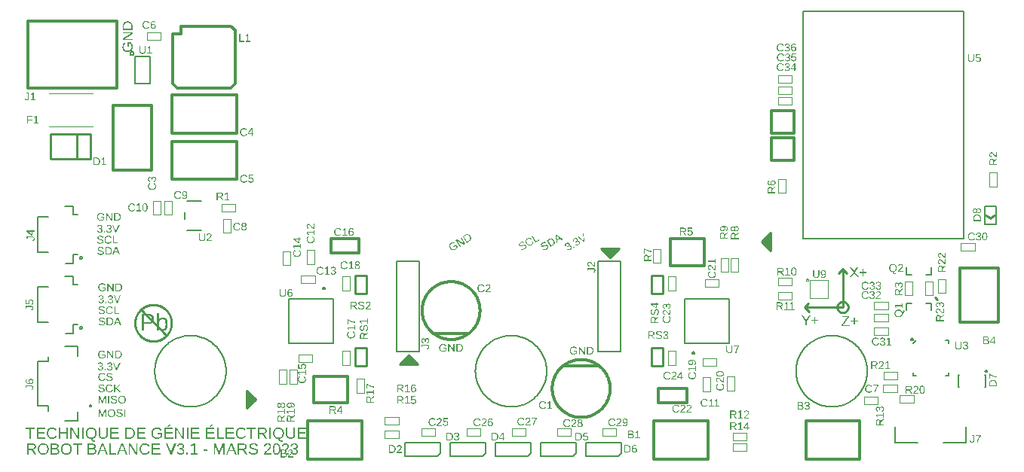
<source format=gbr>
G04 EAGLE Gerber RS-274X export*
G75*
%MOMM*%
%FSLAX34Y34*%
%LPD*%
%INSilkscreen Top*%
%IPPOS*%
%AMOC8*
5,1,8,0,0,1.08239X$1,22.5*%
G01*
G04 Define Apertures*
%ADD10C,0.127000*%
%ADD11C,0.228600*%
%ADD12C,0.254000*%
%ADD13R,5.280000X0.110000*%
%ADD14R,5.940000X0.110000*%
%ADD15R,5.610000X0.110000*%
%ADD16R,1.760000X0.110000*%
%ADD17R,0.330000X0.110000*%
%ADD18R,2.530000X0.110000*%
%ADD19R,2.310000X0.110000*%
%ADD20R,1.540000X0.110000*%
%ADD21R,0.220000X0.110000*%
%ADD22R,2.090000X0.110000*%
%ADD23R,0.110000X0.110000*%
%ADD24R,1.320000X0.110000*%
%ADD25R,1.650000X0.110000*%
%ADD26R,1.210000X0.110000*%
%ADD27R,1.100000X0.110000*%
%ADD28R,0.990000X0.110000*%
%ADD29R,0.880000X0.110000*%
%ADD30R,0.440000X0.110000*%
%ADD31R,0.550000X0.110000*%
%ADD32R,0.770000X0.110000*%
%ADD33R,0.660000X0.110000*%
%ADD34R,1.430000X0.110000*%
%ADD35R,1.870000X0.110000*%
%ADD36R,1.980000X0.110000*%
%ADD37R,0.100000X0.100000*%
%ADD38R,0.200000X0.100000*%
%ADD39R,0.300000X0.100000*%
%ADD40R,0.600000X0.100000*%
%ADD41R,0.400000X0.100000*%
%ADD42R,0.900000X0.100000*%
%ADD43R,0.500000X0.100000*%
%ADD44R,2.200000X0.100000*%
%ADD45R,2.100000X0.100000*%
%ADD46R,1.100000X0.100000*%
%ADD47R,1.200000X0.100000*%
%ADD48R,1.500000X0.100000*%
%ADD49R,1.600000X0.100000*%
%ADD50R,1.300000X0.100000*%
%ADD51R,1.000000X0.100000*%
%ADD52R,0.800000X0.100000*%
%ADD53R,0.700000X0.100000*%
%ADD54R,3.900000X0.100000*%
%ADD55C,0.304800*%
%ADD56C,0.200000*%
%ADD57C,0.203200*%
%ADD58C,0.120000*%
%ADD59C,0.100000*%
%ADD60C,0.101600*%
%ADD61C,0.177800*%
%ADD62C,0.152400*%
G36*
X-525183Y-153083D02*
X-525650Y-153071D01*
X-526101Y-153035D01*
X-526536Y-152975D01*
X-526954Y-152891D01*
X-527356Y-152782D01*
X-527741Y-152650D01*
X-528111Y-152493D01*
X-528464Y-152312D01*
X-528798Y-152109D01*
X-529113Y-151884D01*
X-529406Y-151638D01*
X-529680Y-151370D01*
X-529933Y-151080D01*
X-530166Y-150770D01*
X-530378Y-150437D01*
X-530570Y-150083D01*
X-530740Y-149711D01*
X-530888Y-149324D01*
X-531013Y-148921D01*
X-531115Y-148504D01*
X-531195Y-148071D01*
X-531252Y-147623D01*
X-531286Y-147159D01*
X-531297Y-146681D01*
X-531291Y-146316D01*
X-531272Y-145961D01*
X-531240Y-145616D01*
X-531196Y-145281D01*
X-531139Y-144957D01*
X-531069Y-144642D01*
X-530987Y-144338D01*
X-530892Y-144043D01*
X-530784Y-143759D01*
X-530664Y-143485D01*
X-530531Y-143221D01*
X-530386Y-142967D01*
X-530056Y-142489D01*
X-529677Y-142052D01*
X-529252Y-141661D01*
X-529024Y-141485D01*
X-528787Y-141322D01*
X-528540Y-141172D01*
X-528283Y-141035D01*
X-528016Y-140911D01*
X-527739Y-140800D01*
X-527452Y-140703D01*
X-527155Y-140618D01*
X-526848Y-140546D01*
X-526532Y-140488D01*
X-526205Y-140442D01*
X-525869Y-140409D01*
X-525522Y-140390D01*
X-525166Y-140383D01*
X-524703Y-140395D01*
X-524256Y-140430D01*
X-523824Y-140489D01*
X-523408Y-140571D01*
X-523007Y-140676D01*
X-522622Y-140805D01*
X-522253Y-140957D01*
X-521899Y-141132D01*
X-521563Y-141330D01*
X-521248Y-141549D01*
X-520953Y-141789D01*
X-520678Y-142051D01*
X-520424Y-142333D01*
X-520190Y-142637D01*
X-519977Y-142962D01*
X-519784Y-143309D01*
X-519612Y-143674D01*
X-519464Y-144055D01*
X-519338Y-144452D01*
X-519235Y-144865D01*
X-519155Y-145295D01*
X-519098Y-145741D01*
X-519064Y-146203D01*
X-519053Y-146681D01*
X-519064Y-147157D01*
X-519099Y-147618D01*
X-519157Y-148065D01*
X-519238Y-148496D01*
X-519342Y-148912D01*
X-519469Y-149313D01*
X-519619Y-149699D01*
X-519793Y-150070D01*
X-519988Y-150423D01*
X-520203Y-150755D01*
X-520438Y-151066D01*
X-520694Y-151356D01*
X-520969Y-151624D01*
X-521265Y-151872D01*
X-521581Y-152098D01*
X-521917Y-152304D01*
X-522270Y-152486D01*
X-522640Y-152645D01*
X-523025Y-152779D01*
X-523425Y-152888D01*
X-523841Y-152974D01*
X-524273Y-153034D01*
X-524721Y-153071D01*
X-525183Y-153083D01*
G37*
%LPC*%
G36*
X-525183Y-151726D02*
X-524665Y-151705D01*
X-524177Y-151643D01*
X-523720Y-151540D01*
X-523295Y-151396D01*
X-522900Y-151211D01*
X-522537Y-150984D01*
X-522205Y-150716D01*
X-521903Y-150407D01*
X-521636Y-150061D01*
X-521403Y-149680D01*
X-521207Y-149266D01*
X-521046Y-148817D01*
X-520921Y-148334D01*
X-520832Y-147817D01*
X-520778Y-147266D01*
X-520760Y-146681D01*
X-520778Y-146120D01*
X-520832Y-145591D01*
X-520922Y-145092D01*
X-521048Y-144625D01*
X-521210Y-144188D01*
X-521408Y-143782D01*
X-521642Y-143407D01*
X-521912Y-143063D01*
X-522215Y-142756D01*
X-522547Y-142489D01*
X-522910Y-142263D01*
X-523301Y-142078D01*
X-523723Y-141934D01*
X-524174Y-141832D01*
X-524655Y-141770D01*
X-525166Y-141750D01*
X-525681Y-141770D01*
X-526166Y-141831D01*
X-526620Y-141932D01*
X-527045Y-142074D01*
X-527439Y-142256D01*
X-527803Y-142479D01*
X-528138Y-142742D01*
X-528442Y-143046D01*
X-528713Y-143386D01*
X-528947Y-143759D01*
X-529146Y-144165D01*
X-529309Y-144603D01*
X-529435Y-145073D01*
X-529526Y-145577D01*
X-529580Y-146112D01*
X-529598Y-146681D01*
X-529580Y-147246D01*
X-529525Y-147781D01*
X-529433Y-148287D01*
X-529305Y-148762D01*
X-529141Y-149207D01*
X-528940Y-149623D01*
X-528703Y-150008D01*
X-528429Y-150364D01*
X-528122Y-150683D01*
X-527787Y-150960D01*
X-527424Y-151194D01*
X-527033Y-151385D01*
X-526613Y-151534D01*
X-526165Y-151641D01*
X-525688Y-151704D01*
X-525183Y-151726D01*
G37*
%LPD*%
G36*
X-499277Y-153083D02*
X-499744Y-153071D01*
X-500195Y-153035D01*
X-500629Y-152975D01*
X-501048Y-152891D01*
X-501449Y-152782D01*
X-501835Y-152650D01*
X-502204Y-152493D01*
X-502557Y-152312D01*
X-502892Y-152109D01*
X-503206Y-151884D01*
X-503500Y-151638D01*
X-503774Y-151370D01*
X-504027Y-151080D01*
X-504259Y-150770D01*
X-504472Y-150437D01*
X-504664Y-150083D01*
X-504834Y-149711D01*
X-504982Y-149324D01*
X-505107Y-148921D01*
X-505209Y-148504D01*
X-505288Y-148071D01*
X-505345Y-147623D01*
X-505379Y-147159D01*
X-505391Y-146681D01*
X-505384Y-146316D01*
X-505365Y-145961D01*
X-505334Y-145616D01*
X-505289Y-145281D01*
X-505232Y-144957D01*
X-505163Y-144642D01*
X-505081Y-144338D01*
X-504986Y-144043D01*
X-504878Y-143759D01*
X-504758Y-143485D01*
X-504625Y-143221D01*
X-504479Y-142967D01*
X-504150Y-142489D01*
X-503770Y-142052D01*
X-503345Y-141661D01*
X-503118Y-141485D01*
X-502881Y-141322D01*
X-502634Y-141172D01*
X-502377Y-141035D01*
X-502109Y-140911D01*
X-501833Y-140800D01*
X-501546Y-140703D01*
X-501249Y-140618D01*
X-500942Y-140546D01*
X-500626Y-140488D01*
X-500299Y-140442D01*
X-499962Y-140409D01*
X-499616Y-140390D01*
X-499260Y-140383D01*
X-498797Y-140395D01*
X-498349Y-140430D01*
X-497918Y-140489D01*
X-497501Y-140571D01*
X-497101Y-140676D01*
X-496716Y-140805D01*
X-496347Y-140957D01*
X-495993Y-141132D01*
X-495657Y-141330D01*
X-495342Y-141549D01*
X-495047Y-141789D01*
X-494772Y-142051D01*
X-494518Y-142333D01*
X-494284Y-142637D01*
X-494071Y-142962D01*
X-493878Y-143309D01*
X-493706Y-143674D01*
X-493558Y-144055D01*
X-493432Y-144452D01*
X-493329Y-144865D01*
X-493249Y-145295D01*
X-493192Y-145741D01*
X-493158Y-146203D01*
X-493146Y-146681D01*
X-493158Y-147157D01*
X-493193Y-147618D01*
X-493250Y-148065D01*
X-493331Y-148496D01*
X-493435Y-148912D01*
X-493563Y-149313D01*
X-493713Y-149699D01*
X-493886Y-150070D01*
X-494081Y-150423D01*
X-494297Y-150755D01*
X-494532Y-151066D01*
X-494787Y-151356D01*
X-495063Y-151624D01*
X-495359Y-151872D01*
X-495674Y-152098D01*
X-496010Y-152304D01*
X-496364Y-152486D01*
X-496733Y-152645D01*
X-497118Y-152779D01*
X-497519Y-152888D01*
X-497935Y-152974D01*
X-498367Y-153034D01*
X-498814Y-153071D01*
X-499277Y-153083D01*
G37*
%LPC*%
G36*
X-499277Y-151726D02*
X-498758Y-151705D01*
X-498271Y-151643D01*
X-497814Y-151540D01*
X-497389Y-151396D01*
X-496994Y-151211D01*
X-496631Y-150984D01*
X-496298Y-150716D01*
X-495997Y-150407D01*
X-495729Y-150061D01*
X-495497Y-149680D01*
X-495301Y-149266D01*
X-495140Y-148817D01*
X-495015Y-148334D01*
X-494926Y-147817D01*
X-494872Y-147266D01*
X-494854Y-146681D01*
X-494872Y-146120D01*
X-494926Y-145591D01*
X-495016Y-145092D01*
X-495142Y-144625D01*
X-495304Y-144188D01*
X-495502Y-143782D01*
X-495736Y-143407D01*
X-496006Y-143063D01*
X-496309Y-142756D01*
X-496641Y-142489D01*
X-497003Y-142263D01*
X-497395Y-142078D01*
X-497817Y-141934D01*
X-498268Y-141832D01*
X-498749Y-141770D01*
X-499260Y-141750D01*
X-499775Y-141770D01*
X-500259Y-141831D01*
X-500714Y-141932D01*
X-501138Y-142074D01*
X-501533Y-142256D01*
X-501897Y-142479D01*
X-502231Y-142742D01*
X-502535Y-143046D01*
X-502806Y-143386D01*
X-503041Y-143759D01*
X-503240Y-144165D01*
X-503403Y-144603D01*
X-503529Y-145073D01*
X-503619Y-145577D01*
X-503673Y-146112D01*
X-503692Y-146681D01*
X-503673Y-147246D01*
X-503618Y-147781D01*
X-503527Y-148287D01*
X-503399Y-148762D01*
X-503235Y-149207D01*
X-503034Y-149623D01*
X-502796Y-150008D01*
X-502522Y-150364D01*
X-502216Y-150683D01*
X-501881Y-150960D01*
X-501518Y-151194D01*
X-501126Y-151385D01*
X-500707Y-151534D01*
X-500258Y-151641D01*
X-499782Y-151704D01*
X-499277Y-151726D01*
G37*
%LPD*%
G36*
X-511728Y-152908D02*
X-516738Y-152908D01*
X-516738Y-140567D01*
X-512253Y-140567D01*
X-511727Y-140579D01*
X-511235Y-140614D01*
X-510777Y-140673D01*
X-510353Y-140754D01*
X-509962Y-140860D01*
X-509606Y-140988D01*
X-509284Y-141141D01*
X-508995Y-141316D01*
X-508740Y-141515D01*
X-508520Y-141737D01*
X-508333Y-141983D01*
X-508180Y-142252D01*
X-508062Y-142545D01*
X-507977Y-142861D01*
X-507926Y-143200D01*
X-507909Y-143563D01*
X-507919Y-143831D01*
X-507947Y-144088D01*
X-507995Y-144335D01*
X-508062Y-144570D01*
X-508148Y-144794D01*
X-508254Y-145008D01*
X-508378Y-145210D01*
X-508522Y-145402D01*
X-508683Y-145580D01*
X-508783Y-145672D01*
X-508860Y-145744D01*
X-509053Y-145891D01*
X-509262Y-146024D01*
X-509487Y-146141D01*
X-509727Y-146243D01*
X-509984Y-146329D01*
X-510256Y-146400D01*
X-509899Y-146454D01*
X-509563Y-146528D01*
X-509248Y-146621D01*
X-508953Y-146734D01*
X-508680Y-146867D01*
X-508428Y-147020D01*
X-508198Y-147193D01*
X-508101Y-147282D01*
X-507988Y-147386D01*
X-507801Y-147595D01*
X-507639Y-147817D01*
X-507502Y-148053D01*
X-507390Y-148302D01*
X-507303Y-148564D01*
X-507241Y-148840D01*
X-507203Y-149129D01*
X-507191Y-149431D01*
X-507210Y-149831D01*
X-507266Y-150208D01*
X-507360Y-150563D01*
X-507491Y-150895D01*
X-507660Y-151203D01*
X-507866Y-151489D01*
X-508109Y-151753D01*
X-508391Y-151993D01*
X-508705Y-152207D01*
X-509049Y-152393D01*
X-509422Y-152551D01*
X-509825Y-152679D01*
X-510257Y-152779D01*
X-510718Y-152851D01*
X-511208Y-152894D01*
X-511728Y-152908D01*
G37*
%LPC*%
G36*
X-511815Y-151568D02*
X-511445Y-151559D01*
X-511101Y-151532D01*
X-510783Y-151488D01*
X-510491Y-151426D01*
X-510224Y-151346D01*
X-509984Y-151248D01*
X-509770Y-151132D01*
X-509582Y-150999D01*
X-509418Y-150848D01*
X-509275Y-150679D01*
X-509155Y-150493D01*
X-509056Y-150289D01*
X-508980Y-150068D01*
X-508925Y-149829D01*
X-508892Y-149573D01*
X-508881Y-149300D01*
X-508893Y-149035D01*
X-508929Y-148788D01*
X-508989Y-148558D01*
X-509073Y-148345D01*
X-509181Y-148149D01*
X-509312Y-147971D01*
X-509468Y-147809D01*
X-509648Y-147664D01*
X-509851Y-147536D01*
X-510079Y-147425D01*
X-510330Y-147332D01*
X-510606Y-147255D01*
X-510905Y-147195D01*
X-511228Y-147153D01*
X-511575Y-147127D01*
X-511947Y-147119D01*
X-515065Y-147119D01*
X-515065Y-151568D01*
X-511815Y-151568D01*
G37*
G36*
X-512253Y-145814D02*
X-511929Y-145806D01*
X-511626Y-145782D01*
X-511344Y-145743D01*
X-511083Y-145688D01*
X-510843Y-145617D01*
X-510625Y-145530D01*
X-510428Y-145428D01*
X-510252Y-145310D01*
X-510097Y-145176D01*
X-509963Y-145025D01*
X-509849Y-144857D01*
X-509756Y-144672D01*
X-509684Y-144470D01*
X-509632Y-144252D01*
X-509601Y-144016D01*
X-509591Y-143764D01*
X-509601Y-143523D01*
X-509633Y-143300D01*
X-509687Y-143095D01*
X-509761Y-142908D01*
X-509857Y-142738D01*
X-509975Y-142587D01*
X-510114Y-142453D01*
X-510274Y-142336D01*
X-510454Y-142236D01*
X-510654Y-142149D01*
X-510872Y-142075D01*
X-511110Y-142015D01*
X-511367Y-141968D01*
X-511643Y-141934D01*
X-511939Y-141914D01*
X-512253Y-141907D01*
X-515065Y-141907D01*
X-515065Y-145814D01*
X-512253Y-145814D01*
G37*
%LPD*%
G36*
X-470165Y-152908D02*
X-475175Y-152908D01*
X-475175Y-140567D01*
X-470691Y-140567D01*
X-470165Y-140579D01*
X-469673Y-140614D01*
X-469214Y-140673D01*
X-468790Y-140754D01*
X-468400Y-140860D01*
X-468043Y-140988D01*
X-467721Y-141141D01*
X-467433Y-141316D01*
X-467178Y-141515D01*
X-466957Y-141737D01*
X-466771Y-141983D01*
X-466618Y-142252D01*
X-466499Y-142545D01*
X-466414Y-142861D01*
X-466363Y-143200D01*
X-466346Y-143563D01*
X-466356Y-143831D01*
X-466385Y-144088D01*
X-466433Y-144335D01*
X-466500Y-144570D01*
X-466586Y-144794D01*
X-466691Y-145008D01*
X-466816Y-145210D01*
X-466960Y-145402D01*
X-467121Y-145580D01*
X-467220Y-145672D01*
X-467298Y-145744D01*
X-467491Y-145891D01*
X-467700Y-146024D01*
X-467924Y-146141D01*
X-468165Y-146243D01*
X-468421Y-146329D01*
X-468694Y-146400D01*
X-468336Y-146454D01*
X-468000Y-146528D01*
X-467685Y-146621D01*
X-467391Y-146734D01*
X-467118Y-146867D01*
X-466866Y-147020D01*
X-466635Y-147193D01*
X-466538Y-147282D01*
X-466425Y-147386D01*
X-466239Y-147595D01*
X-466077Y-147817D01*
X-465940Y-148053D01*
X-465828Y-148302D01*
X-465740Y-148564D01*
X-465678Y-148840D01*
X-465641Y-149129D01*
X-465628Y-149431D01*
X-465647Y-149831D01*
X-465703Y-150208D01*
X-465797Y-150563D01*
X-465928Y-150895D01*
X-466097Y-151203D01*
X-466303Y-151489D01*
X-466547Y-151753D01*
X-466828Y-151993D01*
X-467143Y-152207D01*
X-467487Y-152393D01*
X-467860Y-152551D01*
X-468262Y-152679D01*
X-468694Y-152779D01*
X-469155Y-152851D01*
X-469646Y-152894D01*
X-470165Y-152908D01*
G37*
%LPC*%
G36*
X-470253Y-151568D02*
X-469883Y-151559D01*
X-469538Y-151532D01*
X-469220Y-151488D01*
X-468928Y-151426D01*
X-468662Y-151346D01*
X-468422Y-151248D01*
X-468208Y-151132D01*
X-468019Y-150999D01*
X-467855Y-150848D01*
X-467713Y-150679D01*
X-467592Y-150493D01*
X-467494Y-150289D01*
X-467417Y-150068D01*
X-467362Y-149829D01*
X-467330Y-149573D01*
X-467319Y-149300D01*
X-467331Y-149035D01*
X-467367Y-148788D01*
X-467426Y-148558D01*
X-467510Y-148345D01*
X-467618Y-148149D01*
X-467750Y-147971D01*
X-467905Y-147809D01*
X-468085Y-147664D01*
X-468289Y-147536D01*
X-468516Y-147425D01*
X-468768Y-147332D01*
X-469043Y-147255D01*
X-469342Y-147195D01*
X-469666Y-147153D01*
X-470013Y-147127D01*
X-470384Y-147119D01*
X-473502Y-147119D01*
X-473502Y-151568D01*
X-470253Y-151568D01*
G37*
G36*
X-470691Y-145814D02*
X-470366Y-145806D01*
X-470063Y-145782D01*
X-469781Y-145743D01*
X-469520Y-145688D01*
X-469281Y-145617D01*
X-469062Y-145530D01*
X-468865Y-145428D01*
X-468689Y-145310D01*
X-468534Y-145176D01*
X-468400Y-145025D01*
X-468286Y-144857D01*
X-468193Y-144672D01*
X-468121Y-144470D01*
X-468069Y-144252D01*
X-468038Y-144016D01*
X-468028Y-143764D01*
X-468039Y-143523D01*
X-468071Y-143300D01*
X-468124Y-143095D01*
X-468199Y-142908D01*
X-468295Y-142738D01*
X-468412Y-142587D01*
X-468551Y-142453D01*
X-468711Y-142336D01*
X-468892Y-142236D01*
X-469091Y-142149D01*
X-469310Y-142075D01*
X-469548Y-142015D01*
X-469805Y-141968D01*
X-470081Y-141934D01*
X-470376Y-141914D01*
X-470691Y-141907D01*
X-473502Y-141907D01*
X-473502Y-145814D01*
X-470691Y-145814D01*
G37*
%LPD*%
G36*
X-263368Y-153083D02*
X-263630Y-153077D01*
X-263883Y-153058D01*
X-264129Y-153026D01*
X-264366Y-152982D01*
X-264815Y-152855D01*
X-265231Y-152678D01*
X-265614Y-152450D01*
X-265964Y-152172D01*
X-266281Y-151843D01*
X-266565Y-151463D01*
X-266815Y-151035D01*
X-267032Y-150560D01*
X-267216Y-150038D01*
X-267366Y-149470D01*
X-267483Y-148856D01*
X-267567Y-148195D01*
X-267617Y-147487D01*
X-267633Y-146733D01*
X-267617Y-145963D01*
X-267568Y-145243D01*
X-267487Y-144573D01*
X-267374Y-143952D01*
X-267228Y-143382D01*
X-267050Y-142861D01*
X-266839Y-142390D01*
X-266595Y-141969D01*
X-266317Y-141597D01*
X-266001Y-141275D01*
X-265648Y-141003D01*
X-265256Y-140780D01*
X-264828Y-140606D01*
X-264599Y-140538D01*
X-264361Y-140482D01*
X-264114Y-140439D01*
X-263857Y-140408D01*
X-263591Y-140390D01*
X-263315Y-140383D01*
X-263047Y-140390D01*
X-262788Y-140408D01*
X-262538Y-140440D01*
X-262296Y-140483D01*
X-262064Y-140540D01*
X-261840Y-140609D01*
X-261420Y-140784D01*
X-261036Y-141009D01*
X-260687Y-141285D01*
X-260374Y-141610D01*
X-260097Y-141986D01*
X-259853Y-142411D01*
X-259643Y-142884D01*
X-259464Y-143405D01*
X-259318Y-143974D01*
X-259205Y-144592D01*
X-259124Y-145257D01*
X-259075Y-145971D01*
X-259059Y-146733D01*
X-259076Y-147483D01*
X-259127Y-148188D01*
X-259212Y-148846D01*
X-259331Y-149459D01*
X-259485Y-150027D01*
X-259672Y-150548D01*
X-259894Y-151024D01*
X-260149Y-151454D01*
X-260438Y-151836D01*
X-260759Y-152167D01*
X-261113Y-152447D01*
X-261499Y-152676D01*
X-261918Y-152854D01*
X-262369Y-152981D01*
X-262606Y-153026D01*
X-262852Y-153058D01*
X-263106Y-153077D01*
X-263368Y-153083D01*
G37*
%LPC*%
G36*
X-263350Y-151796D02*
X-263014Y-151776D01*
X-262701Y-151718D01*
X-262411Y-151621D01*
X-262144Y-151485D01*
X-261900Y-151310D01*
X-261680Y-151096D01*
X-261483Y-150843D01*
X-261310Y-150552D01*
X-261158Y-150220D01*
X-261026Y-149847D01*
X-260915Y-149432D01*
X-260824Y-148975D01*
X-260753Y-148477D01*
X-260702Y-147938D01*
X-260672Y-147356D01*
X-260662Y-146733D01*
X-260671Y-146088D01*
X-260700Y-145490D01*
X-260748Y-144937D01*
X-260816Y-144430D01*
X-260903Y-143969D01*
X-261009Y-143554D01*
X-261134Y-143185D01*
X-261279Y-142862D01*
X-261446Y-142581D01*
X-261638Y-142337D01*
X-261855Y-142131D01*
X-262097Y-141962D01*
X-262364Y-141831D01*
X-262656Y-141737D01*
X-262973Y-141681D01*
X-263315Y-141662D01*
X-263666Y-141681D01*
X-263991Y-141736D01*
X-264291Y-141828D01*
X-264565Y-141958D01*
X-264813Y-142124D01*
X-265036Y-142327D01*
X-265233Y-142567D01*
X-265404Y-142844D01*
X-265553Y-143164D01*
X-265682Y-143531D01*
X-265791Y-143946D01*
X-265881Y-144408D01*
X-265950Y-144918D01*
X-266000Y-145475D01*
X-266029Y-146080D01*
X-266039Y-146733D01*
X-266029Y-147368D01*
X-265999Y-147959D01*
X-265949Y-148506D01*
X-265878Y-149008D01*
X-265788Y-149467D01*
X-265677Y-149881D01*
X-265546Y-150252D01*
X-265396Y-150578D01*
X-265223Y-150864D01*
X-265026Y-151111D01*
X-264806Y-151320D01*
X-264562Y-151491D01*
X-264295Y-151624D01*
X-264004Y-151720D01*
X-263689Y-151777D01*
X-263350Y-151796D01*
G37*
%LPD*%
G36*
X-541940Y-152908D02*
X-543613Y-152908D01*
X-543613Y-140567D01*
X-537806Y-140567D01*
X-537299Y-140582D01*
X-536823Y-140626D01*
X-536376Y-140698D01*
X-535959Y-140800D01*
X-535571Y-140932D01*
X-535213Y-141092D01*
X-534885Y-141281D01*
X-534587Y-141500D01*
X-534321Y-141745D01*
X-534091Y-142012D01*
X-533896Y-142302D01*
X-533736Y-142616D01*
X-533612Y-142952D01*
X-533524Y-143311D01*
X-533470Y-143692D01*
X-533453Y-144097D01*
X-533465Y-144434D01*
X-533503Y-144757D01*
X-533565Y-145067D01*
X-533653Y-145363D01*
X-533766Y-145645D01*
X-533903Y-145913D01*
X-534066Y-146168D01*
X-534254Y-146409D01*
X-534464Y-146633D01*
X-534693Y-146835D01*
X-534941Y-147015D01*
X-535052Y-147081D01*
X-535208Y-147173D01*
X-535494Y-147310D01*
X-535799Y-147426D01*
X-536123Y-147519D01*
X-536466Y-147592D01*
X-534974Y-149855D01*
X-532962Y-152908D01*
X-534889Y-152908D01*
X-538095Y-147784D01*
X-541940Y-147784D01*
X-541940Y-152908D01*
G37*
%LPC*%
G36*
X-537902Y-146462D02*
X-537581Y-146452D01*
X-537278Y-146423D01*
X-536994Y-146375D01*
X-536729Y-146307D01*
X-536483Y-146221D01*
X-536256Y-146114D01*
X-536047Y-145989D01*
X-535857Y-145844D01*
X-535688Y-145682D01*
X-535541Y-145505D01*
X-535417Y-145312D01*
X-535315Y-145103D01*
X-535236Y-144879D01*
X-535179Y-144640D01*
X-535146Y-144385D01*
X-535134Y-144114D01*
X-535146Y-143853D01*
X-535180Y-143608D01*
X-535237Y-143379D01*
X-535317Y-143165D01*
X-535420Y-142968D01*
X-535546Y-142787D01*
X-535694Y-142621D01*
X-535866Y-142472D01*
X-536059Y-142340D01*
X-536272Y-142225D01*
X-536505Y-142128D01*
X-536758Y-142049D01*
X-537031Y-141987D01*
X-537325Y-141943D01*
X-537638Y-141916D01*
X-537972Y-141907D01*
X-541940Y-141907D01*
X-541940Y-146462D01*
X-537902Y-146462D01*
G37*
%LPD*%
G36*
X-305065Y-152908D02*
X-306738Y-152908D01*
X-306738Y-140567D01*
X-300931Y-140567D01*
X-300424Y-140582D01*
X-299948Y-140626D01*
X-299501Y-140698D01*
X-299084Y-140800D01*
X-298696Y-140932D01*
X-298338Y-141092D01*
X-298010Y-141281D01*
X-297712Y-141500D01*
X-297446Y-141745D01*
X-297216Y-142012D01*
X-297021Y-142302D01*
X-296861Y-142616D01*
X-296737Y-142952D01*
X-296649Y-143311D01*
X-296595Y-143692D01*
X-296578Y-144097D01*
X-296590Y-144434D01*
X-296628Y-144757D01*
X-296690Y-145067D01*
X-296778Y-145363D01*
X-296891Y-145645D01*
X-297028Y-145913D01*
X-297191Y-146168D01*
X-297379Y-146409D01*
X-297589Y-146633D01*
X-297818Y-146835D01*
X-298066Y-147015D01*
X-298177Y-147081D01*
X-298333Y-147173D01*
X-298619Y-147310D01*
X-298924Y-147426D01*
X-299248Y-147519D01*
X-299591Y-147592D01*
X-298099Y-149855D01*
X-296087Y-152908D01*
X-298014Y-152908D01*
X-301220Y-147784D01*
X-305065Y-147784D01*
X-305065Y-152908D01*
G37*
%LPC*%
G36*
X-301027Y-146462D02*
X-300706Y-146452D01*
X-300403Y-146423D01*
X-300119Y-146375D01*
X-299854Y-146307D01*
X-299608Y-146221D01*
X-299381Y-146114D01*
X-299172Y-145989D01*
X-298982Y-145844D01*
X-298813Y-145682D01*
X-298666Y-145505D01*
X-298542Y-145312D01*
X-298440Y-145103D01*
X-298361Y-144879D01*
X-298304Y-144640D01*
X-298271Y-144385D01*
X-298259Y-144114D01*
X-298271Y-143853D01*
X-298305Y-143608D01*
X-298362Y-143379D01*
X-298442Y-143165D01*
X-298545Y-142968D01*
X-298671Y-142787D01*
X-298819Y-142621D01*
X-298991Y-142472D01*
X-299184Y-142340D01*
X-299397Y-142225D01*
X-299630Y-142128D01*
X-299883Y-142049D01*
X-300156Y-141987D01*
X-300450Y-141943D01*
X-300763Y-141916D01*
X-301097Y-141907D01*
X-305065Y-141907D01*
X-305065Y-146462D01*
X-301027Y-146462D01*
G37*
%LPD*%
G36*
X-332155Y-152908D02*
X-333644Y-152908D01*
X-333644Y-140567D01*
X-331445Y-140567D01*
X-328161Y-149124D01*
X-327989Y-149660D01*
X-327824Y-150232D01*
X-327609Y-151086D01*
X-327501Y-150645D01*
X-327316Y-150022D01*
X-327129Y-149441D01*
X-327014Y-149124D01*
X-323790Y-140567D01*
X-321645Y-140567D01*
X-321645Y-152908D01*
X-323151Y-152908D01*
X-323151Y-144675D01*
X-323131Y-143335D01*
X-323072Y-142047D01*
X-323480Y-143444D01*
X-323667Y-144015D01*
X-323843Y-144500D01*
X-327031Y-152908D01*
X-328205Y-152908D01*
X-331437Y-144500D01*
X-331927Y-143011D01*
X-332216Y-142047D01*
X-332190Y-143020D01*
X-332155Y-144675D01*
X-332155Y-152908D01*
G37*
G36*
X-462940Y-152908D02*
X-464674Y-152908D01*
X-459638Y-140567D01*
X-457737Y-140567D01*
X-452780Y-152908D01*
X-454488Y-152908D01*
X-455898Y-149300D01*
X-461521Y-149300D01*
X-462940Y-152908D01*
G37*
%LPC*%
G36*
X-456397Y-147994D02*
X-457982Y-143922D01*
X-458228Y-143278D01*
X-458473Y-142555D01*
X-458709Y-141828D01*
X-458788Y-142074D01*
X-459060Y-142904D01*
X-459436Y-143939D01*
X-461013Y-147994D01*
X-456397Y-147994D01*
G37*
%LPD*%
G36*
X-441002Y-152908D02*
X-442736Y-152908D01*
X-437700Y-140567D01*
X-435800Y-140567D01*
X-430842Y-152908D01*
X-432550Y-152908D01*
X-433960Y-149300D01*
X-439583Y-149300D01*
X-441002Y-152908D01*
G37*
%LPC*%
G36*
X-434460Y-147994D02*
X-436045Y-143922D01*
X-436290Y-143278D01*
X-436535Y-142555D01*
X-436772Y-141828D01*
X-436851Y-142074D01*
X-437122Y-142904D01*
X-437499Y-143939D01*
X-439075Y-147994D01*
X-434460Y-147994D01*
G37*
%LPD*%
G36*
X-318377Y-152908D02*
X-320111Y-152908D01*
X-315075Y-140567D01*
X-313175Y-140567D01*
X-308217Y-152908D01*
X-309925Y-152908D01*
X-311335Y-149300D01*
X-316958Y-149300D01*
X-318377Y-152908D01*
G37*
%LPC*%
G36*
X-311835Y-147994D02*
X-313420Y-143922D01*
X-313665Y-143278D01*
X-313910Y-142555D01*
X-314147Y-141828D01*
X-314226Y-142074D01*
X-314497Y-142904D01*
X-314874Y-143939D01*
X-316450Y-147994D01*
X-311835Y-147994D01*
G37*
%LPD*%
G36*
X-427842Y-152908D02*
X-429331Y-152908D01*
X-429331Y-140567D01*
X-427387Y-140567D01*
X-420713Y-151148D01*
X-420792Y-149667D01*
X-420818Y-148660D01*
X-420818Y-140567D01*
X-419312Y-140567D01*
X-419312Y-152908D01*
X-421326Y-152908D01*
X-427930Y-142398D01*
X-427886Y-143247D01*
X-427842Y-144710D01*
X-427842Y-152908D01*
G37*
G36*
X-393703Y-152908D02*
X-403425Y-152908D01*
X-403425Y-140567D01*
X-394062Y-140567D01*
X-394062Y-141934D01*
X-401752Y-141934D01*
X-401752Y-145892D01*
X-394588Y-145892D01*
X-394588Y-147241D01*
X-401752Y-147241D01*
X-401752Y-151542D01*
X-393703Y-151542D01*
X-393703Y-152908D01*
G37*
G36*
X-289197Y-153083D02*
X-289746Y-153071D01*
X-290265Y-153034D01*
X-290755Y-152973D01*
X-291215Y-152887D01*
X-291646Y-152777D01*
X-292047Y-152642D01*
X-292418Y-152483D01*
X-292759Y-152299D01*
X-293071Y-152091D01*
X-293354Y-151858D01*
X-293607Y-151601D01*
X-293830Y-151319D01*
X-294023Y-151013D01*
X-294187Y-150683D01*
X-294321Y-150327D01*
X-294426Y-149948D01*
X-292805Y-149624D01*
X-292725Y-149892D01*
X-292626Y-150143D01*
X-292507Y-150375D01*
X-292367Y-150588D01*
X-292209Y-150783D01*
X-292030Y-150960D01*
X-291832Y-151118D01*
X-291614Y-151257D01*
X-291376Y-151379D01*
X-291118Y-151485D01*
X-290839Y-151575D01*
X-290539Y-151648D01*
X-290219Y-151705D01*
X-289878Y-151746D01*
X-289517Y-151770D01*
X-289136Y-151778D01*
X-288742Y-151769D01*
X-288372Y-151743D01*
X-288024Y-151700D01*
X-287700Y-151639D01*
X-287399Y-151561D01*
X-287121Y-151465D01*
X-286867Y-151352D01*
X-286635Y-151222D01*
X-286429Y-151075D01*
X-286250Y-150911D01*
X-286099Y-150732D01*
X-285975Y-150536D01*
X-285879Y-150323D01*
X-285810Y-150095D01*
X-285769Y-149850D01*
X-285755Y-149589D01*
X-285772Y-149301D01*
X-285824Y-149041D01*
X-285910Y-148810D01*
X-286031Y-148608D01*
X-286183Y-148427D01*
X-286362Y-148264D01*
X-286570Y-148117D01*
X-286806Y-147986D01*
X-287067Y-147868D01*
X-287353Y-147760D01*
X-287663Y-147662D01*
X-287997Y-147574D01*
X-289530Y-147215D01*
X-290217Y-147053D01*
X-290816Y-146891D01*
X-291327Y-146729D01*
X-291750Y-146567D01*
X-292109Y-146400D01*
X-292428Y-146224D01*
X-292707Y-146039D01*
X-292946Y-145844D01*
X-293152Y-145637D01*
X-293332Y-145412D01*
X-293487Y-145170D01*
X-293616Y-144911D01*
X-293717Y-144634D01*
X-293790Y-144338D01*
X-293833Y-144021D01*
X-293848Y-143685D01*
X-293829Y-143300D01*
X-293772Y-142938D01*
X-293677Y-142599D01*
X-293544Y-142282D01*
X-293374Y-141988D01*
X-293165Y-141716D01*
X-292919Y-141468D01*
X-292635Y-141242D01*
X-292315Y-141040D01*
X-291963Y-140866D01*
X-291578Y-140719D01*
X-291160Y-140598D01*
X-290709Y-140504D01*
X-290226Y-140437D01*
X-289710Y-140397D01*
X-289162Y-140383D01*
X-288652Y-140393D01*
X-288173Y-140424D01*
X-287724Y-140474D01*
X-287307Y-140544D01*
X-286921Y-140635D01*
X-286565Y-140745D01*
X-286241Y-140876D01*
X-285947Y-141027D01*
X-285680Y-141202D01*
X-285433Y-141406D01*
X-285207Y-141637D01*
X-285002Y-141897D01*
X-284817Y-142186D01*
X-284653Y-142503D01*
X-284511Y-142848D01*
X-284388Y-143221D01*
X-286035Y-143510D01*
X-286111Y-143273D01*
X-286201Y-143053D01*
X-286308Y-142850D01*
X-286429Y-142664D01*
X-286566Y-142494D01*
X-286718Y-142342D01*
X-286886Y-142206D01*
X-287069Y-142087D01*
X-287268Y-141983D01*
X-287486Y-141893D01*
X-287723Y-141817D01*
X-287977Y-141755D01*
X-288250Y-141707D01*
X-288542Y-141672D01*
X-288851Y-141651D01*
X-289179Y-141645D01*
X-289538Y-141652D01*
X-289876Y-141675D01*
X-290191Y-141714D01*
X-290484Y-141767D01*
X-290756Y-141836D01*
X-291006Y-141920D01*
X-291233Y-142020D01*
X-291439Y-142135D01*
X-291622Y-142265D01*
X-291780Y-142410D01*
X-291914Y-142571D01*
X-292024Y-142746D01*
X-292109Y-142936D01*
X-292170Y-143142D01*
X-292206Y-143362D01*
X-292219Y-143598D01*
X-292200Y-143870D01*
X-292143Y-144118D01*
X-292049Y-144341D01*
X-291916Y-144539D01*
X-291749Y-144718D01*
X-291547Y-144883D01*
X-291313Y-145034D01*
X-291045Y-145170D01*
X-290690Y-145306D01*
X-290193Y-145458D01*
X-289555Y-145624D01*
X-288776Y-145805D01*
X-287642Y-146072D01*
X-287089Y-146221D01*
X-286561Y-146396D01*
X-286060Y-146601D01*
X-285593Y-146838D01*
X-285375Y-146972D01*
X-285171Y-147121D01*
X-284983Y-147283D01*
X-284809Y-147460D01*
X-284651Y-147652D01*
X-284512Y-147861D01*
X-284391Y-148086D01*
X-284288Y-148327D01*
X-284205Y-148588D01*
X-284146Y-148870D01*
X-284111Y-149175D01*
X-284099Y-149501D01*
X-284120Y-149916D01*
X-284183Y-150307D01*
X-284287Y-150674D01*
X-284433Y-151016D01*
X-284621Y-151335D01*
X-284851Y-151629D01*
X-285122Y-151900D01*
X-285435Y-152146D01*
X-285786Y-152366D01*
X-286171Y-152556D01*
X-286590Y-152717D01*
X-287043Y-152849D01*
X-287531Y-152951D01*
X-288052Y-153025D01*
X-288607Y-153069D01*
X-289197Y-153083D01*
G37*
G36*
X-410906Y-153083D02*
X-411365Y-153071D01*
X-411807Y-153035D01*
X-412234Y-152974D01*
X-412646Y-152889D01*
X-413041Y-152780D01*
X-413421Y-152647D01*
X-413785Y-152490D01*
X-414134Y-152308D01*
X-414464Y-152104D01*
X-414774Y-151879D01*
X-415064Y-151633D01*
X-415333Y-151367D01*
X-415583Y-151079D01*
X-415812Y-150771D01*
X-416021Y-150442D01*
X-416209Y-150092D01*
X-416377Y-149724D01*
X-416522Y-149339D01*
X-416644Y-148937D01*
X-416745Y-148519D01*
X-416823Y-148084D01*
X-416879Y-147633D01*
X-416912Y-147165D01*
X-416923Y-146681D01*
X-416917Y-146317D01*
X-416898Y-145963D01*
X-416867Y-145619D01*
X-416824Y-145285D01*
X-416767Y-144961D01*
X-416699Y-144647D01*
X-416618Y-144343D01*
X-416525Y-144049D01*
X-416419Y-143765D01*
X-416300Y-143491D01*
X-416026Y-142973D01*
X-415703Y-142494D01*
X-415329Y-142056D01*
X-414911Y-141664D01*
X-414455Y-141324D01*
X-414213Y-141174D01*
X-413961Y-141037D01*
X-413700Y-140913D01*
X-413428Y-140802D01*
X-413148Y-140704D01*
X-412858Y-140619D01*
X-412558Y-140547D01*
X-412248Y-140488D01*
X-411929Y-140442D01*
X-411601Y-140409D01*
X-411263Y-140390D01*
X-410915Y-140383D01*
X-410432Y-140395D01*
X-409970Y-140431D01*
X-409528Y-140492D01*
X-409106Y-140576D01*
X-408705Y-140684D01*
X-408323Y-140817D01*
X-407962Y-140973D01*
X-407622Y-141154D01*
X-407302Y-141358D01*
X-407004Y-141586D01*
X-406728Y-141837D01*
X-406474Y-142111D01*
X-406242Y-142408D01*
X-406032Y-142729D01*
X-405844Y-143073D01*
X-405677Y-143440D01*
X-407262Y-143966D01*
X-407378Y-143704D01*
X-407510Y-143459D01*
X-407658Y-143229D01*
X-407822Y-143015D01*
X-408002Y-142817D01*
X-408199Y-142635D01*
X-408413Y-142469D01*
X-408642Y-142319D01*
X-408885Y-142186D01*
X-409139Y-142070D01*
X-409405Y-141972D01*
X-409681Y-141892D01*
X-409968Y-141830D01*
X-410267Y-141785D01*
X-410577Y-141759D01*
X-410897Y-141750D01*
X-411395Y-141770D01*
X-411865Y-141832D01*
X-412306Y-141935D01*
X-412719Y-142079D01*
X-413103Y-142265D01*
X-413459Y-142491D01*
X-413786Y-142759D01*
X-414085Y-143068D01*
X-414352Y-143413D01*
X-414584Y-143788D01*
X-414779Y-144194D01*
X-414939Y-144630D01*
X-415064Y-145097D01*
X-415153Y-145594D01*
X-415206Y-146122D01*
X-415224Y-146681D01*
X-415205Y-147234D01*
X-415150Y-147759D01*
X-415057Y-148257D01*
X-414927Y-148727D01*
X-414760Y-149169D01*
X-414556Y-149583D01*
X-414315Y-149970D01*
X-414037Y-150329D01*
X-413727Y-150652D01*
X-413392Y-150932D01*
X-413029Y-151169D01*
X-412641Y-151363D01*
X-412227Y-151514D01*
X-411787Y-151622D01*
X-411320Y-151687D01*
X-410827Y-151708D01*
X-410508Y-151698D01*
X-410199Y-151668D01*
X-409900Y-151618D01*
X-409611Y-151548D01*
X-409333Y-151457D01*
X-409064Y-151347D01*
X-408805Y-151217D01*
X-408557Y-151067D01*
X-408318Y-150896D01*
X-408089Y-150706D01*
X-407871Y-150495D01*
X-407663Y-150265D01*
X-407464Y-150014D01*
X-407276Y-149743D01*
X-407098Y-149453D01*
X-406930Y-149142D01*
X-405563Y-149825D01*
X-405763Y-150212D01*
X-405983Y-150574D01*
X-406222Y-150913D01*
X-406480Y-151229D01*
X-406757Y-151520D01*
X-407054Y-151787D01*
X-407370Y-152031D01*
X-407705Y-152251D01*
X-408057Y-152446D01*
X-408422Y-152615D01*
X-408802Y-152758D01*
X-409195Y-152875D01*
X-409602Y-152966D01*
X-410023Y-153031D01*
X-410457Y-153070D01*
X-410906Y-153083D01*
G37*
G36*
X-370989Y-153083D02*
X-371446Y-153070D01*
X-371879Y-153030D01*
X-372288Y-152964D01*
X-372674Y-152872D01*
X-373036Y-152753D01*
X-373374Y-152608D01*
X-373689Y-152436D01*
X-373980Y-152238D01*
X-374245Y-152014D01*
X-374482Y-151765D01*
X-374690Y-151490D01*
X-374870Y-151190D01*
X-375022Y-150865D01*
X-375145Y-150514D01*
X-375240Y-150139D01*
X-375307Y-149737D01*
X-373678Y-149589D01*
X-373631Y-149854D01*
X-373567Y-150102D01*
X-373487Y-150333D01*
X-373392Y-150547D01*
X-373280Y-150743D01*
X-373152Y-150923D01*
X-373008Y-151085D01*
X-372848Y-151231D01*
X-372672Y-151359D01*
X-372480Y-151470D01*
X-372272Y-151564D01*
X-372047Y-151641D01*
X-371807Y-151701D01*
X-371550Y-151744D01*
X-371278Y-151770D01*
X-370989Y-151778D01*
X-370699Y-151769D01*
X-370426Y-151742D01*
X-370168Y-151696D01*
X-369926Y-151631D01*
X-369700Y-151549D01*
X-369491Y-151448D01*
X-369297Y-151329D01*
X-369119Y-151191D01*
X-368960Y-151036D01*
X-368822Y-150862D01*
X-368706Y-150671D01*
X-368610Y-150462D01*
X-368536Y-150235D01*
X-368483Y-149991D01*
X-368451Y-149729D01*
X-368440Y-149448D01*
X-368453Y-149204D01*
X-368489Y-148972D01*
X-368549Y-148755D01*
X-368634Y-148552D01*
X-368743Y-148362D01*
X-368876Y-148186D01*
X-369034Y-148024D01*
X-369216Y-147876D01*
X-369420Y-147744D01*
X-369646Y-147629D01*
X-369894Y-147532D01*
X-370163Y-147453D01*
X-370453Y-147391D01*
X-370765Y-147347D01*
X-371098Y-147320D01*
X-371453Y-147311D01*
X-372347Y-147311D01*
X-372347Y-145945D01*
X-371488Y-145945D01*
X-371173Y-145936D01*
X-370877Y-145910D01*
X-370598Y-145866D01*
X-370338Y-145804D01*
X-370096Y-145724D01*
X-369872Y-145627D01*
X-369666Y-145512D01*
X-369478Y-145380D01*
X-369311Y-145232D01*
X-369166Y-145071D01*
X-369043Y-144895D01*
X-368943Y-144707D01*
X-368865Y-144505D01*
X-368809Y-144289D01*
X-368776Y-144060D01*
X-368764Y-143817D01*
X-368774Y-143576D01*
X-368801Y-143348D01*
X-368846Y-143133D01*
X-368910Y-142931D01*
X-368992Y-142742D01*
X-369092Y-142566D01*
X-369210Y-142403D01*
X-369347Y-142253D01*
X-369501Y-142119D01*
X-369673Y-142002D01*
X-369863Y-141904D01*
X-370071Y-141823D01*
X-370296Y-141760D01*
X-370538Y-141715D01*
X-370799Y-141689D01*
X-371077Y-141680D01*
X-371331Y-141688D01*
X-371573Y-141713D01*
X-371802Y-141755D01*
X-372019Y-141813D01*
X-372224Y-141888D01*
X-372416Y-141980D01*
X-372596Y-142089D01*
X-372763Y-142214D01*
X-372915Y-142354D01*
X-373051Y-142508D01*
X-373170Y-142676D01*
X-373272Y-142858D01*
X-373357Y-143053D01*
X-373425Y-143262D01*
X-373477Y-143484D01*
X-373512Y-143720D01*
X-375097Y-143598D01*
X-375039Y-143229D01*
X-374953Y-142882D01*
X-374838Y-142555D01*
X-374695Y-142249D01*
X-374524Y-141964D01*
X-374324Y-141699D01*
X-374096Y-141456D01*
X-373840Y-141233D01*
X-373560Y-141034D01*
X-373261Y-140861D01*
X-372942Y-140715D01*
X-372604Y-140596D01*
X-372247Y-140503D01*
X-371870Y-140436D01*
X-371474Y-140397D01*
X-371059Y-140383D01*
X-370608Y-140397D01*
X-370183Y-140437D01*
X-369783Y-140505D01*
X-369409Y-140599D01*
X-369062Y-140720D01*
X-368740Y-140869D01*
X-368443Y-141044D01*
X-368173Y-141246D01*
X-367932Y-141472D01*
X-367723Y-141720D01*
X-367546Y-141989D01*
X-367401Y-142278D01*
X-367289Y-142590D01*
X-367208Y-142922D01*
X-367160Y-143275D01*
X-367144Y-143650D01*
X-367154Y-143939D01*
X-367185Y-144214D01*
X-367237Y-144475D01*
X-367309Y-144722D01*
X-367402Y-144955D01*
X-367516Y-145175D01*
X-367650Y-145381D01*
X-367805Y-145573D01*
X-367980Y-145750D01*
X-368174Y-145913D01*
X-368386Y-146061D01*
X-368617Y-146194D01*
X-368866Y-146311D01*
X-369135Y-146414D01*
X-369422Y-146502D01*
X-369728Y-146576D01*
X-369728Y-146611D01*
X-369392Y-146658D01*
X-369074Y-146724D01*
X-368776Y-146811D01*
X-368497Y-146917D01*
X-368238Y-147043D01*
X-367997Y-147189D01*
X-367776Y-147354D01*
X-367573Y-147539D01*
X-367393Y-147740D01*
X-367236Y-147954D01*
X-367104Y-148180D01*
X-366995Y-148419D01*
X-366911Y-148671D01*
X-366851Y-148935D01*
X-366815Y-149212D01*
X-366803Y-149501D01*
X-366820Y-149916D01*
X-366870Y-150307D01*
X-366955Y-150674D01*
X-367074Y-151016D01*
X-367227Y-151335D01*
X-367413Y-151629D01*
X-367634Y-151900D01*
X-367889Y-152146D01*
X-368175Y-152366D01*
X-368490Y-152556D01*
X-368834Y-152717D01*
X-369207Y-152849D01*
X-369609Y-152951D01*
X-370040Y-153025D01*
X-370500Y-153069D01*
X-370989Y-153083D01*
G37*
G36*
X-243364Y-153083D02*
X-243821Y-153070D01*
X-244254Y-153030D01*
X-244663Y-152964D01*
X-245049Y-152872D01*
X-245411Y-152753D01*
X-245749Y-152608D01*
X-246064Y-152436D01*
X-246355Y-152238D01*
X-246620Y-152014D01*
X-246857Y-151765D01*
X-247065Y-151490D01*
X-247245Y-151190D01*
X-247397Y-150865D01*
X-247520Y-150514D01*
X-247615Y-150139D01*
X-247682Y-149737D01*
X-246053Y-149589D01*
X-246006Y-149854D01*
X-245942Y-150102D01*
X-245862Y-150333D01*
X-245767Y-150547D01*
X-245655Y-150743D01*
X-245527Y-150923D01*
X-245383Y-151085D01*
X-245223Y-151231D01*
X-245047Y-151359D01*
X-244855Y-151470D01*
X-244647Y-151564D01*
X-244422Y-151641D01*
X-244182Y-151701D01*
X-243925Y-151744D01*
X-243653Y-151770D01*
X-243364Y-151778D01*
X-243074Y-151769D01*
X-242801Y-151742D01*
X-242543Y-151696D01*
X-242301Y-151631D01*
X-242075Y-151549D01*
X-241866Y-151448D01*
X-241672Y-151329D01*
X-241494Y-151191D01*
X-241335Y-151036D01*
X-241197Y-150862D01*
X-241081Y-150671D01*
X-240985Y-150462D01*
X-240911Y-150235D01*
X-240858Y-149991D01*
X-240826Y-149729D01*
X-240815Y-149448D01*
X-240828Y-149204D01*
X-240864Y-148972D01*
X-240924Y-148755D01*
X-241009Y-148552D01*
X-241118Y-148362D01*
X-241251Y-148186D01*
X-241409Y-148024D01*
X-241591Y-147876D01*
X-241795Y-147744D01*
X-242021Y-147629D01*
X-242269Y-147532D01*
X-242538Y-147453D01*
X-242828Y-147391D01*
X-243140Y-147347D01*
X-243473Y-147320D01*
X-243828Y-147311D01*
X-244722Y-147311D01*
X-244722Y-145945D01*
X-243863Y-145945D01*
X-243548Y-145936D01*
X-243252Y-145910D01*
X-242973Y-145866D01*
X-242713Y-145804D01*
X-242471Y-145724D01*
X-242247Y-145627D01*
X-242041Y-145512D01*
X-241853Y-145380D01*
X-241686Y-145232D01*
X-241541Y-145071D01*
X-241418Y-144895D01*
X-241318Y-144707D01*
X-241240Y-144505D01*
X-241184Y-144289D01*
X-241151Y-144060D01*
X-241139Y-143817D01*
X-241149Y-143576D01*
X-241176Y-143348D01*
X-241221Y-143133D01*
X-241285Y-142931D01*
X-241367Y-142742D01*
X-241467Y-142566D01*
X-241585Y-142403D01*
X-241722Y-142253D01*
X-241876Y-142119D01*
X-242048Y-142002D01*
X-242238Y-141904D01*
X-242446Y-141823D01*
X-242671Y-141760D01*
X-242913Y-141715D01*
X-243174Y-141689D01*
X-243452Y-141680D01*
X-243706Y-141688D01*
X-243948Y-141713D01*
X-244177Y-141755D01*
X-244394Y-141813D01*
X-244599Y-141888D01*
X-244791Y-141980D01*
X-244971Y-142089D01*
X-245138Y-142214D01*
X-245290Y-142354D01*
X-245426Y-142508D01*
X-245545Y-142676D01*
X-245647Y-142858D01*
X-245732Y-143053D01*
X-245800Y-143262D01*
X-245852Y-143484D01*
X-245887Y-143720D01*
X-247472Y-143598D01*
X-247414Y-143229D01*
X-247328Y-142882D01*
X-247213Y-142555D01*
X-247070Y-142249D01*
X-246899Y-141964D01*
X-246699Y-141699D01*
X-246471Y-141456D01*
X-246215Y-141233D01*
X-245935Y-141034D01*
X-245636Y-140861D01*
X-245317Y-140715D01*
X-244979Y-140596D01*
X-244622Y-140503D01*
X-244245Y-140436D01*
X-243849Y-140397D01*
X-243434Y-140383D01*
X-242983Y-140397D01*
X-242558Y-140437D01*
X-242158Y-140505D01*
X-241784Y-140599D01*
X-241437Y-140720D01*
X-241115Y-140869D01*
X-240818Y-141044D01*
X-240548Y-141246D01*
X-240307Y-141472D01*
X-240098Y-141720D01*
X-239921Y-141989D01*
X-239776Y-142278D01*
X-239664Y-142590D01*
X-239583Y-142922D01*
X-239535Y-143275D01*
X-239519Y-143650D01*
X-239529Y-143939D01*
X-239560Y-144214D01*
X-239612Y-144475D01*
X-239684Y-144722D01*
X-239777Y-144955D01*
X-239891Y-145175D01*
X-240025Y-145381D01*
X-240180Y-145573D01*
X-240355Y-145750D01*
X-240549Y-145913D01*
X-240761Y-146061D01*
X-240992Y-146194D01*
X-241241Y-146311D01*
X-241510Y-146414D01*
X-241797Y-146502D01*
X-242103Y-146576D01*
X-242103Y-146611D01*
X-241767Y-146658D01*
X-241449Y-146724D01*
X-241151Y-146811D01*
X-240872Y-146917D01*
X-240613Y-147043D01*
X-240372Y-147189D01*
X-240151Y-147354D01*
X-239948Y-147539D01*
X-239768Y-147740D01*
X-239611Y-147954D01*
X-239479Y-148180D01*
X-239370Y-148419D01*
X-239286Y-148671D01*
X-239226Y-148935D01*
X-239190Y-149212D01*
X-239178Y-149501D01*
X-239195Y-149916D01*
X-239245Y-150307D01*
X-239330Y-150674D01*
X-239449Y-151016D01*
X-239602Y-151335D01*
X-239788Y-151629D01*
X-240009Y-151900D01*
X-240264Y-152146D01*
X-240550Y-152366D01*
X-240865Y-152556D01*
X-241209Y-152717D01*
X-241582Y-152849D01*
X-241984Y-152951D01*
X-242415Y-153025D01*
X-242875Y-153069D01*
X-243364Y-153083D01*
G37*
G36*
X-381079Y-152908D02*
X-382813Y-152908D01*
X-387849Y-140567D01*
X-386088Y-140567D01*
X-382673Y-149256D01*
X-381937Y-151437D01*
X-381201Y-149256D01*
X-377803Y-140567D01*
X-376042Y-140567D01*
X-381079Y-152908D01*
G37*
G36*
X-269229Y-152908D02*
X-277401Y-152908D01*
X-277401Y-151796D01*
X-277165Y-151298D01*
X-276905Y-150831D01*
X-276620Y-150394D01*
X-276310Y-149987D01*
X-275984Y-149604D01*
X-275650Y-149240D01*
X-275308Y-148895D01*
X-274957Y-148568D01*
X-274251Y-147956D01*
X-273551Y-147390D01*
X-272889Y-146847D01*
X-272294Y-146304D01*
X-272028Y-146029D01*
X-271788Y-145748D01*
X-271574Y-145460D01*
X-271388Y-145165D01*
X-271237Y-144858D01*
X-271128Y-144530D01*
X-271064Y-144183D01*
X-271042Y-143817D01*
X-271051Y-143570D01*
X-271079Y-143337D01*
X-271126Y-143119D01*
X-271191Y-142915D01*
X-271275Y-142725D01*
X-271377Y-142549D01*
X-271498Y-142387D01*
X-271638Y-142240D01*
X-271794Y-142109D01*
X-271964Y-141995D01*
X-272149Y-141899D01*
X-272349Y-141820D01*
X-272563Y-141758D01*
X-272792Y-141715D01*
X-273035Y-141688D01*
X-273293Y-141680D01*
X-273539Y-141688D01*
X-273774Y-141714D01*
X-273998Y-141757D01*
X-274211Y-141816D01*
X-274413Y-141893D01*
X-274604Y-141987D01*
X-274784Y-142099D01*
X-274953Y-142227D01*
X-275107Y-142371D01*
X-275245Y-142528D01*
X-275366Y-142700D01*
X-275470Y-142885D01*
X-275558Y-143084D01*
X-275628Y-143297D01*
X-275682Y-143524D01*
X-275719Y-143764D01*
X-277331Y-143615D01*
X-277273Y-143255D01*
X-277186Y-142913D01*
X-277072Y-142590D01*
X-276929Y-142286D01*
X-276758Y-142001D01*
X-276558Y-141735D01*
X-276330Y-141488D01*
X-276074Y-141259D01*
X-275794Y-141054D01*
X-275494Y-140876D01*
X-275176Y-140725D01*
X-274838Y-140602D01*
X-274480Y-140506D01*
X-274104Y-140438D01*
X-273708Y-140397D01*
X-273293Y-140383D01*
X-272840Y-140397D01*
X-272414Y-140438D01*
X-272015Y-140507D01*
X-271643Y-140603D01*
X-271298Y-140727D01*
X-270980Y-140878D01*
X-270689Y-141057D01*
X-270424Y-141264D01*
X-270189Y-141495D01*
X-269986Y-141750D01*
X-269813Y-142028D01*
X-269672Y-142329D01*
X-269563Y-142653D01*
X-269484Y-143000D01*
X-269437Y-143371D01*
X-269422Y-143764D01*
X-269442Y-144123D01*
X-269504Y-144480D01*
X-269606Y-144836D01*
X-269750Y-145192D01*
X-269934Y-145546D01*
X-270158Y-145901D01*
X-270423Y-146256D01*
X-270727Y-146611D01*
X-271125Y-147014D01*
X-271670Y-147515D01*
X-272364Y-148113D01*
X-273205Y-148809D01*
X-273683Y-149211D01*
X-274110Y-149592D01*
X-274485Y-149953D01*
X-274808Y-150294D01*
X-275085Y-150621D01*
X-275320Y-150943D01*
X-275514Y-151258D01*
X-275666Y-151568D01*
X-269229Y-151568D01*
X-269229Y-152908D01*
G37*
G36*
X-249260Y-152908D02*
X-257432Y-152908D01*
X-257432Y-151796D01*
X-257196Y-151298D01*
X-256936Y-150831D01*
X-256651Y-150394D01*
X-256341Y-149987D01*
X-256015Y-149604D01*
X-255681Y-149240D01*
X-255339Y-148895D01*
X-254988Y-148568D01*
X-254282Y-147956D01*
X-253583Y-147390D01*
X-252920Y-146847D01*
X-252326Y-146304D01*
X-252059Y-146029D01*
X-251819Y-145748D01*
X-251606Y-145460D01*
X-251419Y-145165D01*
X-251268Y-144858D01*
X-251160Y-144530D01*
X-251095Y-144183D01*
X-251073Y-143817D01*
X-251083Y-143570D01*
X-251110Y-143337D01*
X-251157Y-143119D01*
X-251222Y-142915D01*
X-251306Y-142725D01*
X-251408Y-142549D01*
X-251529Y-142387D01*
X-251669Y-142240D01*
X-251825Y-142109D01*
X-251996Y-141995D01*
X-252181Y-141899D01*
X-252380Y-141820D01*
X-252595Y-141758D01*
X-252823Y-141715D01*
X-253066Y-141688D01*
X-253324Y-141680D01*
X-253570Y-141688D01*
X-253806Y-141714D01*
X-254030Y-141757D01*
X-254243Y-141816D01*
X-254445Y-141893D01*
X-254635Y-141987D01*
X-254815Y-142099D01*
X-254984Y-142227D01*
X-255139Y-142371D01*
X-255276Y-142528D01*
X-255398Y-142700D01*
X-255502Y-142885D01*
X-255589Y-143084D01*
X-255660Y-143297D01*
X-255713Y-143524D01*
X-255750Y-143764D01*
X-257362Y-143615D01*
X-257304Y-143255D01*
X-257218Y-142913D01*
X-257103Y-142590D01*
X-256960Y-142286D01*
X-256789Y-142001D01*
X-256589Y-141735D01*
X-256361Y-141488D01*
X-256105Y-141259D01*
X-255825Y-141054D01*
X-255526Y-140876D01*
X-255207Y-140725D01*
X-254869Y-140602D01*
X-254512Y-140506D01*
X-254135Y-140438D01*
X-253739Y-140397D01*
X-253324Y-140383D01*
X-252871Y-140397D01*
X-252445Y-140438D01*
X-252046Y-140507D01*
X-251674Y-140603D01*
X-251329Y-140727D01*
X-251011Y-140878D01*
X-250720Y-141057D01*
X-250456Y-141264D01*
X-250221Y-141495D01*
X-250017Y-141750D01*
X-249845Y-142028D01*
X-249704Y-142329D01*
X-249594Y-142653D01*
X-249516Y-143000D01*
X-249469Y-143371D01*
X-249453Y-143764D01*
X-249473Y-144123D01*
X-249535Y-144480D01*
X-249638Y-144836D01*
X-249781Y-145192D01*
X-249966Y-145546D01*
X-250190Y-145901D01*
X-250454Y-146256D01*
X-250758Y-146611D01*
X-251156Y-147014D01*
X-251702Y-147515D01*
X-252395Y-148113D01*
X-253237Y-148809D01*
X-253714Y-149211D01*
X-254141Y-149592D01*
X-254516Y-149953D01*
X-254839Y-150294D01*
X-255116Y-150621D01*
X-255352Y-150943D01*
X-255546Y-151258D01*
X-255698Y-151568D01*
X-249260Y-151568D01*
X-249260Y-152908D01*
G37*
G36*
X-485965Y-152908D02*
X-487630Y-152908D01*
X-487630Y-141934D01*
X-491869Y-141934D01*
X-491869Y-140567D01*
X-481726Y-140567D01*
X-481726Y-141934D01*
X-485965Y-141934D01*
X-485965Y-152908D01*
G37*
G36*
X-351921Y-152908D02*
X-359655Y-152908D01*
X-359655Y-151568D01*
X-356511Y-151568D01*
X-356511Y-142074D01*
X-359296Y-144062D01*
X-359296Y-142573D01*
X-356380Y-140567D01*
X-354926Y-140567D01*
X-354926Y-151568D01*
X-351921Y-151568D01*
X-351921Y-152908D01*
G37*
G36*
X-443360Y-152908D02*
X-451269Y-152908D01*
X-451269Y-140567D01*
X-449596Y-140567D01*
X-449596Y-151542D01*
X-443360Y-151542D01*
X-443360Y-152908D01*
G37*
G36*
X-340876Y-148844D02*
X-345256Y-148844D01*
X-345256Y-147443D01*
X-340876Y-147443D01*
X-340876Y-148844D01*
G37*
G36*
X-362645Y-152908D02*
X-364352Y-152908D01*
X-364352Y-150990D01*
X-362645Y-150990D01*
X-362645Y-152908D01*
G37*
G36*
X-461149Y84205D02*
X-461533Y84214D01*
X-461897Y84240D01*
X-462240Y84283D01*
X-462562Y84343D01*
X-462864Y84420D01*
X-463144Y84514D01*
X-463404Y84626D01*
X-463644Y84754D01*
X-463862Y84900D01*
X-464060Y85063D01*
X-464237Y85243D01*
X-464393Y85441D01*
X-464529Y85655D01*
X-464643Y85887D01*
X-464737Y86135D01*
X-464811Y86401D01*
X-463676Y86628D01*
X-463620Y86440D01*
X-463550Y86265D01*
X-463466Y86102D01*
X-463369Y85953D01*
X-463258Y85816D01*
X-463133Y85693D01*
X-462994Y85582D01*
X-462842Y85484D01*
X-462675Y85399D01*
X-462494Y85325D01*
X-462298Y85262D01*
X-462089Y85211D01*
X-461864Y85171D01*
X-461626Y85142D01*
X-461106Y85119D01*
X-460830Y85125D01*
X-460571Y85144D01*
X-460327Y85174D01*
X-460100Y85217D01*
X-459890Y85271D01*
X-459695Y85338D01*
X-459517Y85418D01*
X-459354Y85509D01*
X-459210Y85612D01*
X-459085Y85726D01*
X-458979Y85852D01*
X-458892Y85990D01*
X-458825Y86138D01*
X-458776Y86298D01*
X-458748Y86470D01*
X-458738Y86653D01*
X-458750Y86854D01*
X-458786Y87036D01*
X-458847Y87198D01*
X-458931Y87340D01*
X-459037Y87466D01*
X-459163Y87581D01*
X-459309Y87684D01*
X-459474Y87775D01*
X-459857Y87933D01*
X-460308Y88064D01*
X-461382Y88315D01*
X-461863Y88429D01*
X-462283Y88542D01*
X-462640Y88656D01*
X-462937Y88769D01*
X-463188Y88886D01*
X-463411Y89009D01*
X-463607Y89139D01*
X-463774Y89275D01*
X-463918Y89421D01*
X-464045Y89578D01*
X-464153Y89747D01*
X-464243Y89928D01*
X-464314Y90122D01*
X-464365Y90330D01*
X-464396Y90552D01*
X-464406Y90787D01*
X-464392Y91057D01*
X-464353Y91310D01*
X-464286Y91548D01*
X-464193Y91770D01*
X-464074Y91976D01*
X-463928Y92166D01*
X-463755Y92340D01*
X-463556Y92499D01*
X-463332Y92639D01*
X-463086Y92762D01*
X-462816Y92865D01*
X-462523Y92949D01*
X-462208Y93015D01*
X-461869Y93062D01*
X-461508Y93090D01*
X-461124Y93100D01*
X-460767Y93093D01*
X-460431Y93071D01*
X-460117Y93036D01*
X-459825Y92987D01*
X-459555Y92924D01*
X-459306Y92846D01*
X-459078Y92754D01*
X-458873Y92649D01*
X-458685Y92526D01*
X-458512Y92384D01*
X-458354Y92221D01*
X-458210Y92039D01*
X-458081Y91837D01*
X-457967Y91615D01*
X-457866Y91374D01*
X-457781Y91112D01*
X-458934Y90910D01*
X-459051Y91230D01*
X-459210Y91503D01*
X-459413Y91728D01*
X-459658Y91907D01*
X-459950Y92042D01*
X-460294Y92139D01*
X-460690Y92197D01*
X-461136Y92216D01*
X-461624Y92195D01*
X-462050Y92130D01*
X-462240Y92082D01*
X-462415Y92023D01*
X-462575Y91953D01*
X-462719Y91873D01*
X-462847Y91782D01*
X-462958Y91680D01*
X-463052Y91568D01*
X-463128Y91445D01*
X-463188Y91312D01*
X-463231Y91168D01*
X-463256Y91013D01*
X-463265Y90848D01*
X-463252Y90658D01*
X-463212Y90484D01*
X-463146Y90328D01*
X-463053Y90189D01*
X-462936Y90064D01*
X-462795Y89948D01*
X-462630Y89843D01*
X-462443Y89747D01*
X-462194Y89652D01*
X-461846Y89546D01*
X-460854Y89303D01*
X-460060Y89116D01*
X-459673Y89011D01*
X-459302Y88889D01*
X-458952Y88745D01*
X-458624Y88579D01*
X-458329Y88381D01*
X-458075Y88143D01*
X-457965Y88009D01*
X-457868Y87863D01*
X-457783Y87705D01*
X-457710Y87536D01*
X-457653Y87354D01*
X-457612Y87156D01*
X-457587Y86943D01*
X-457579Y86714D01*
X-457593Y86424D01*
X-457637Y86150D01*
X-457710Y85893D01*
X-457812Y85653D01*
X-457944Y85430D01*
X-458105Y85224D01*
X-458295Y85034D01*
X-458514Y84862D01*
X-458760Y84708D01*
X-459029Y84575D01*
X-459323Y84462D01*
X-459640Y84369D01*
X-459982Y84298D01*
X-460347Y84246D01*
X-460736Y84216D01*
X-461149Y84205D01*
G37*
G36*
X-452154Y84205D02*
X-452475Y84214D01*
X-452785Y84239D01*
X-453084Y84282D01*
X-453372Y84341D01*
X-453649Y84417D01*
X-453915Y84511D01*
X-454170Y84621D01*
X-454414Y84748D01*
X-454646Y84891D01*
X-454863Y85049D01*
X-455066Y85221D01*
X-455255Y85408D01*
X-455429Y85609D01*
X-455590Y85825D01*
X-455736Y86055D01*
X-455868Y86300D01*
X-455985Y86558D01*
X-456087Y86828D01*
X-456173Y87109D01*
X-456243Y87402D01*
X-456298Y87706D01*
X-456337Y88022D01*
X-456360Y88350D01*
X-456368Y88689D01*
X-456351Y89192D01*
X-456298Y89667D01*
X-456211Y90114D01*
X-456089Y90533D01*
X-455932Y90923D01*
X-455740Y91286D01*
X-455513Y91621D01*
X-455252Y91928D01*
X-454959Y92203D01*
X-454640Y92441D01*
X-454294Y92642D01*
X-453921Y92807D01*
X-453521Y92935D01*
X-453094Y93026D01*
X-452641Y93081D01*
X-452160Y93100D01*
X-451822Y93091D01*
X-451498Y93066D01*
X-451189Y93024D01*
X-450893Y92965D01*
X-450612Y92889D01*
X-450345Y92796D01*
X-450092Y92686D01*
X-449854Y92560D01*
X-449630Y92417D01*
X-449421Y92257D01*
X-449228Y92082D01*
X-449050Y91890D01*
X-448888Y91681D01*
X-448740Y91457D01*
X-448609Y91216D01*
X-448492Y90959D01*
X-449602Y90591D01*
X-449775Y90946D01*
X-449994Y91256D01*
X-450258Y91522D01*
X-450568Y91744D01*
X-450917Y91918D01*
X-451296Y92043D01*
X-451497Y92087D01*
X-451706Y92118D01*
X-451923Y92137D01*
X-452148Y92143D01*
X-452497Y92128D01*
X-452826Y92085D01*
X-453135Y92013D01*
X-453424Y91912D01*
X-453693Y91782D01*
X-453942Y91623D01*
X-454171Y91436D01*
X-454381Y91220D01*
X-454568Y90978D01*
X-454730Y90715D01*
X-454867Y90431D01*
X-454979Y90125D01*
X-455066Y89798D01*
X-455128Y89450D01*
X-455166Y89080D01*
X-455178Y88689D01*
X-455165Y88302D01*
X-455126Y87934D01*
X-455061Y87585D01*
X-454970Y87256D01*
X-454853Y86947D01*
X-454711Y86656D01*
X-454542Y86386D01*
X-454347Y86134D01*
X-454130Y85908D01*
X-453895Y85712D01*
X-453641Y85546D01*
X-453369Y85410D01*
X-453079Y85304D01*
X-452771Y85229D01*
X-452444Y85183D01*
X-452099Y85168D01*
X-451875Y85175D01*
X-451659Y85196D01*
X-451450Y85232D01*
X-451247Y85281D01*
X-451052Y85344D01*
X-450864Y85421D01*
X-450509Y85618D01*
X-450181Y85870D01*
X-449883Y86179D01*
X-449612Y86544D01*
X-449369Y86966D01*
X-448412Y86487D01*
X-448552Y86216D01*
X-448706Y85962D01*
X-448873Y85725D01*
X-449054Y85504D01*
X-449248Y85300D01*
X-449456Y85113D01*
X-449677Y84942D01*
X-449912Y84788D01*
X-450158Y84651D01*
X-450414Y84533D01*
X-450680Y84433D01*
X-450956Y84351D01*
X-451241Y84287D01*
X-451535Y84242D01*
X-451840Y84214D01*
X-452154Y84205D01*
G37*
G36*
X-441374Y84328D02*
X-446913Y84328D01*
X-446913Y92971D01*
X-445741Y92971D01*
X-445741Y85285D01*
X-441374Y85285D01*
X-441374Y84328D01*
G37*
G36*
X-452357Y71628D02*
X-455590Y71628D01*
X-455590Y80271D01*
X-452732Y80271D01*
X-452198Y80254D01*
X-451696Y80202D01*
X-451226Y80116D01*
X-450786Y79996D01*
X-450378Y79841D01*
X-450002Y79652D01*
X-449657Y79428D01*
X-449343Y79170D01*
X-449063Y78880D01*
X-448821Y78561D01*
X-448616Y78213D01*
X-448448Y77836D01*
X-448317Y77430D01*
X-448224Y76995D01*
X-448168Y76531D01*
X-448149Y76038D01*
X-448158Y75709D01*
X-448182Y75391D01*
X-448223Y75082D01*
X-448280Y74785D01*
X-448353Y74497D01*
X-448443Y74221D01*
X-448549Y73954D01*
X-448671Y73698D01*
X-448808Y73455D01*
X-448959Y73226D01*
X-449123Y73012D01*
X-449301Y72813D01*
X-449493Y72628D01*
X-449698Y72458D01*
X-449917Y72302D01*
X-450149Y72162D01*
X-450393Y72037D01*
X-450646Y71928D01*
X-450908Y71836D01*
X-451180Y71761D01*
X-451460Y71703D01*
X-451750Y71661D01*
X-452049Y71636D01*
X-452357Y71628D01*
G37*
%LPC*%
G36*
X-452492Y72567D02*
X-452258Y72573D01*
X-452031Y72593D01*
X-451812Y72625D01*
X-451599Y72671D01*
X-451196Y72801D01*
X-450821Y72984D01*
X-450481Y73215D01*
X-450184Y73493D01*
X-449928Y73816D01*
X-449714Y74186D01*
X-449545Y74596D01*
X-449424Y75042D01*
X-449351Y75522D01*
X-449333Y75776D01*
X-449327Y76038D01*
X-449341Y76428D01*
X-449382Y76794D01*
X-449451Y77136D01*
X-449547Y77455D01*
X-449671Y77749D01*
X-449822Y78019D01*
X-450001Y78266D01*
X-450207Y78489D01*
X-450440Y78687D01*
X-450697Y78858D01*
X-450978Y79003D01*
X-451285Y79121D01*
X-451616Y79214D01*
X-451971Y79280D01*
X-452351Y79319D01*
X-452756Y79332D01*
X-454418Y79332D01*
X-454418Y72567D01*
X-452492Y72567D01*
G37*
%LPD*%
G36*
X-446319Y71628D02*
X-447534Y71628D01*
X-444006Y80271D01*
X-442675Y80271D01*
X-439204Y71628D01*
X-440400Y71628D01*
X-441387Y74155D01*
X-445325Y74155D01*
X-446319Y71628D01*
G37*
%LPC*%
G36*
X-441737Y75069D02*
X-442847Y77922D01*
X-443019Y78372D01*
X-443191Y78878D01*
X-443356Y79388D01*
X-443411Y79216D01*
X-443602Y78635D01*
X-443865Y77909D01*
X-444970Y75069D01*
X-441737Y75069D01*
G37*
%LPD*%
G36*
X-460763Y71505D02*
X-461148Y71514D01*
X-461511Y71540D01*
X-461854Y71583D01*
X-462177Y71643D01*
X-462478Y71720D01*
X-462759Y71814D01*
X-463019Y71926D01*
X-463258Y72054D01*
X-463477Y72200D01*
X-463674Y72363D01*
X-463851Y72543D01*
X-464008Y72741D01*
X-464143Y72955D01*
X-464258Y73187D01*
X-464352Y73435D01*
X-464425Y73701D01*
X-463290Y73928D01*
X-463234Y73740D01*
X-463165Y73565D01*
X-463081Y73402D01*
X-462984Y73253D01*
X-462872Y73116D01*
X-462747Y72993D01*
X-462609Y72882D01*
X-462456Y72784D01*
X-462289Y72699D01*
X-462108Y72625D01*
X-461913Y72562D01*
X-461703Y72511D01*
X-461479Y72471D01*
X-461240Y72442D01*
X-460720Y72419D01*
X-460445Y72425D01*
X-460185Y72444D01*
X-459942Y72474D01*
X-459715Y72517D01*
X-459504Y72571D01*
X-459310Y72638D01*
X-459131Y72718D01*
X-458969Y72809D01*
X-458824Y72912D01*
X-458699Y73026D01*
X-458593Y73152D01*
X-458507Y73290D01*
X-458439Y73438D01*
X-458391Y73598D01*
X-458362Y73770D01*
X-458352Y73953D01*
X-458365Y74154D01*
X-458401Y74336D01*
X-458461Y74498D01*
X-458546Y74640D01*
X-458652Y74766D01*
X-458778Y74881D01*
X-458923Y74984D01*
X-459089Y75075D01*
X-459472Y75233D01*
X-459923Y75364D01*
X-460996Y75615D01*
X-461478Y75729D01*
X-461897Y75842D01*
X-462255Y75956D01*
X-462551Y76069D01*
X-462802Y76186D01*
X-463026Y76309D01*
X-463221Y76439D01*
X-463388Y76575D01*
X-463533Y76721D01*
X-463659Y76878D01*
X-463767Y77047D01*
X-463858Y77228D01*
X-463929Y77422D01*
X-463980Y77630D01*
X-464010Y77852D01*
X-464020Y78087D01*
X-464007Y78357D01*
X-463967Y78610D01*
X-463901Y78848D01*
X-463808Y79070D01*
X-463688Y79276D01*
X-463542Y79466D01*
X-463370Y79640D01*
X-463171Y79799D01*
X-462947Y79939D01*
X-462700Y80062D01*
X-462430Y80165D01*
X-462138Y80249D01*
X-461822Y80315D01*
X-461484Y80362D01*
X-461123Y80390D01*
X-460739Y80400D01*
X-460381Y80393D01*
X-460046Y80371D01*
X-459732Y80336D01*
X-459440Y80287D01*
X-459169Y80224D01*
X-458920Y80146D01*
X-458693Y80054D01*
X-458487Y79949D01*
X-458300Y79826D01*
X-458127Y79684D01*
X-457969Y79521D01*
X-457825Y79339D01*
X-457696Y79137D01*
X-457581Y78915D01*
X-457481Y78674D01*
X-457396Y78412D01*
X-458549Y78210D01*
X-458665Y78530D01*
X-458825Y78803D01*
X-459027Y79028D01*
X-459273Y79207D01*
X-459565Y79342D01*
X-459909Y79439D01*
X-460304Y79497D01*
X-460751Y79516D01*
X-461238Y79495D01*
X-461665Y79430D01*
X-461855Y79382D01*
X-462030Y79323D01*
X-462189Y79253D01*
X-462333Y79173D01*
X-462461Y79082D01*
X-462572Y78980D01*
X-462666Y78868D01*
X-462743Y78745D01*
X-462803Y78612D01*
X-462845Y78468D01*
X-462871Y78313D01*
X-462879Y78148D01*
X-462866Y77958D01*
X-462826Y77784D01*
X-462760Y77628D01*
X-462668Y77489D01*
X-462550Y77364D01*
X-462409Y77248D01*
X-462245Y77143D01*
X-462057Y77047D01*
X-461809Y76952D01*
X-461461Y76846D01*
X-460469Y76603D01*
X-459674Y76416D01*
X-459287Y76311D01*
X-458917Y76189D01*
X-458566Y76045D01*
X-458239Y75879D01*
X-457944Y75681D01*
X-457690Y75443D01*
X-457580Y75309D01*
X-457482Y75163D01*
X-457397Y75005D01*
X-457325Y74836D01*
X-457267Y74654D01*
X-457226Y74456D01*
X-457201Y74243D01*
X-457193Y74014D01*
X-457208Y73724D01*
X-457252Y73450D01*
X-457325Y73193D01*
X-457427Y72953D01*
X-457559Y72730D01*
X-457719Y72524D01*
X-457909Y72334D01*
X-458129Y72162D01*
X-458374Y72008D01*
X-458644Y71875D01*
X-458938Y71762D01*
X-459255Y71669D01*
X-459596Y71598D01*
X-459961Y71546D01*
X-460350Y71516D01*
X-460763Y71505D01*
G37*
G36*
X-448744Y-110867D02*
X-449071Y-110858D01*
X-449387Y-110833D01*
X-449691Y-110791D01*
X-449984Y-110732D01*
X-450265Y-110656D01*
X-450535Y-110563D01*
X-450794Y-110453D01*
X-451041Y-110327D01*
X-451276Y-110184D01*
X-451496Y-110027D01*
X-451701Y-109854D01*
X-451893Y-109667D01*
X-452070Y-109464D01*
X-452233Y-109246D01*
X-452382Y-109014D01*
X-452516Y-108766D01*
X-452636Y-108505D01*
X-452739Y-108234D01*
X-452827Y-107952D01*
X-452898Y-107659D01*
X-452954Y-107356D01*
X-452994Y-107042D01*
X-453018Y-106718D01*
X-453026Y-106383D01*
X-453008Y-105879D01*
X-452955Y-105403D01*
X-452866Y-104955D01*
X-452742Y-104536D01*
X-452582Y-104145D01*
X-452387Y-103782D01*
X-452157Y-103447D01*
X-451891Y-103141D01*
X-451593Y-102867D01*
X-451268Y-102630D01*
X-450915Y-102429D01*
X-450534Y-102264D01*
X-450125Y-102137D01*
X-449688Y-102045D01*
X-449224Y-101991D01*
X-448732Y-101972D01*
X-448407Y-101981D01*
X-448094Y-102005D01*
X-447792Y-102046D01*
X-447500Y-102103D01*
X-447220Y-102177D01*
X-446950Y-102267D01*
X-446691Y-102374D01*
X-446444Y-102497D01*
X-446209Y-102635D01*
X-445988Y-102789D01*
X-445781Y-102957D01*
X-445589Y-103140D01*
X-445411Y-103338D01*
X-445247Y-103551D01*
X-445098Y-103779D01*
X-444962Y-104021D01*
X-444842Y-104277D01*
X-444738Y-104544D01*
X-444650Y-104822D01*
X-444578Y-105111D01*
X-444522Y-105412D01*
X-444482Y-105724D01*
X-444458Y-106048D01*
X-444450Y-106383D01*
X-444458Y-106716D01*
X-444483Y-107039D01*
X-444523Y-107352D01*
X-444580Y-107654D01*
X-444653Y-107945D01*
X-444742Y-108226D01*
X-444847Y-108497D01*
X-444968Y-108757D01*
X-445105Y-109004D01*
X-445256Y-109236D01*
X-445421Y-109454D01*
X-445600Y-109657D01*
X-445792Y-109845D01*
X-446000Y-110018D01*
X-446221Y-110177D01*
X-446456Y-110321D01*
X-446704Y-110449D01*
X-446962Y-110560D01*
X-447232Y-110653D01*
X-447513Y-110730D01*
X-447804Y-110790D01*
X-448106Y-110833D01*
X-448420Y-110858D01*
X-448744Y-110867D01*
G37*
%LPC*%
G36*
X-448744Y-109916D02*
X-448381Y-109902D01*
X-448039Y-109858D01*
X-447719Y-109786D01*
X-447421Y-109685D01*
X-447145Y-109555D01*
X-446891Y-109397D01*
X-446658Y-109209D01*
X-446447Y-108993D01*
X-446259Y-108750D01*
X-446097Y-108483D01*
X-445959Y-108193D01*
X-445846Y-107879D01*
X-445759Y-107540D01*
X-445696Y-107178D01*
X-445659Y-106793D01*
X-445646Y-106383D01*
X-445659Y-105990D01*
X-445697Y-105619D01*
X-445760Y-105270D01*
X-445848Y-104943D01*
X-445961Y-104637D01*
X-446100Y-104353D01*
X-446264Y-104090D01*
X-446453Y-103849D01*
X-446665Y-103634D01*
X-446898Y-103447D01*
X-447151Y-103289D01*
X-447426Y-103159D01*
X-447721Y-103059D01*
X-448037Y-102987D01*
X-448374Y-102944D01*
X-448732Y-102929D01*
X-449092Y-102943D01*
X-449432Y-102986D01*
X-449750Y-103057D01*
X-450047Y-103156D01*
X-450324Y-103284D01*
X-450579Y-103440D01*
X-450813Y-103624D01*
X-451026Y-103837D01*
X-451216Y-104075D01*
X-451380Y-104337D01*
X-451519Y-104621D01*
X-451633Y-104927D01*
X-451722Y-105257D01*
X-451785Y-105609D01*
X-451823Y-105985D01*
X-451836Y-106383D01*
X-451823Y-106779D01*
X-451784Y-107154D01*
X-451720Y-107507D01*
X-451631Y-107840D01*
X-451516Y-108152D01*
X-451375Y-108443D01*
X-451209Y-108713D01*
X-451017Y-108962D01*
X-450802Y-109186D01*
X-450568Y-109379D01*
X-450313Y-109543D01*
X-450039Y-109677D01*
X-449745Y-109782D01*
X-449431Y-109856D01*
X-449097Y-109901D01*
X-448744Y-109916D01*
G37*
%LPD*%
G36*
X-461985Y-110744D02*
X-463028Y-110744D01*
X-463028Y-102101D01*
X-461488Y-102101D01*
X-459188Y-108094D01*
X-458951Y-108870D01*
X-458801Y-109468D01*
X-458725Y-109159D01*
X-458596Y-108723D01*
X-458384Y-108094D01*
X-456127Y-102101D01*
X-454624Y-102101D01*
X-454624Y-110744D01*
X-455679Y-110744D01*
X-455679Y-104978D01*
X-455665Y-104040D01*
X-455624Y-103138D01*
X-455909Y-104116D01*
X-456164Y-104855D01*
X-458396Y-110744D01*
X-459218Y-110744D01*
X-461482Y-104855D01*
X-461825Y-103813D01*
X-462028Y-103138D01*
X-462009Y-103819D01*
X-461985Y-104978D01*
X-461985Y-110744D01*
G37*
G36*
X-439607Y-110867D02*
X-439991Y-110858D01*
X-440355Y-110832D01*
X-440698Y-110789D01*
X-441020Y-110729D01*
X-441322Y-110652D01*
X-441603Y-110558D01*
X-441863Y-110446D01*
X-442102Y-110318D01*
X-442320Y-110172D01*
X-442518Y-110009D01*
X-442695Y-109829D01*
X-442851Y-109631D01*
X-442987Y-109417D01*
X-443102Y-109185D01*
X-443196Y-108937D01*
X-443269Y-108671D01*
X-442134Y-108444D01*
X-442078Y-108632D01*
X-442008Y-108807D01*
X-441925Y-108970D01*
X-441827Y-109119D01*
X-441716Y-109256D01*
X-441591Y-109379D01*
X-441452Y-109490D01*
X-441300Y-109588D01*
X-441133Y-109673D01*
X-440952Y-109747D01*
X-440757Y-109810D01*
X-440547Y-109861D01*
X-440323Y-109901D01*
X-440084Y-109930D01*
X-439564Y-109953D01*
X-439288Y-109947D01*
X-439029Y-109928D01*
X-438786Y-109898D01*
X-438559Y-109855D01*
X-438348Y-109801D01*
X-438153Y-109734D01*
X-437975Y-109655D01*
X-437813Y-109563D01*
X-437668Y-109460D01*
X-437543Y-109346D01*
X-437437Y-109220D01*
X-437350Y-109082D01*
X-437283Y-108934D01*
X-437235Y-108774D01*
X-437206Y-108602D01*
X-437196Y-108419D01*
X-437208Y-108218D01*
X-437244Y-108036D01*
X-437305Y-107874D01*
X-437389Y-107732D01*
X-437496Y-107606D01*
X-437622Y-107491D01*
X-437767Y-107388D01*
X-437932Y-107297D01*
X-438316Y-107139D01*
X-438766Y-107008D01*
X-439840Y-106757D01*
X-440321Y-106643D01*
X-440741Y-106530D01*
X-441099Y-106416D01*
X-441395Y-106303D01*
X-441646Y-106186D01*
X-441869Y-106063D01*
X-442065Y-105933D01*
X-442232Y-105797D01*
X-442377Y-105651D01*
X-442503Y-105494D01*
X-442611Y-105325D01*
X-442701Y-105144D01*
X-442773Y-104950D01*
X-442823Y-104742D01*
X-442854Y-104520D01*
X-442864Y-104285D01*
X-442851Y-104015D01*
X-442811Y-103762D01*
X-442745Y-103524D01*
X-442652Y-103302D01*
X-442532Y-103096D01*
X-442386Y-102906D01*
X-442214Y-102732D01*
X-442014Y-102573D01*
X-441791Y-102433D01*
X-441544Y-102311D01*
X-441274Y-102207D01*
X-440982Y-102123D01*
X-440666Y-102057D01*
X-440328Y-102010D01*
X-439966Y-101982D01*
X-439582Y-101972D01*
X-439225Y-101979D01*
X-438889Y-102001D01*
X-438576Y-102036D01*
X-438283Y-102085D01*
X-438013Y-102148D01*
X-437764Y-102226D01*
X-437537Y-102318D01*
X-437331Y-102423D01*
X-437144Y-102546D01*
X-436971Y-102688D01*
X-436812Y-102851D01*
X-436669Y-103033D01*
X-436539Y-103235D01*
X-436425Y-103457D01*
X-436325Y-103698D01*
X-436239Y-103960D01*
X-437392Y-104162D01*
X-437509Y-103842D01*
X-437668Y-103570D01*
X-437871Y-103344D01*
X-438116Y-103165D01*
X-438409Y-103030D01*
X-438753Y-102933D01*
X-439148Y-102875D01*
X-439595Y-102856D01*
X-440082Y-102877D01*
X-440509Y-102942D01*
X-440699Y-102990D01*
X-440873Y-103049D01*
X-441033Y-103119D01*
X-441177Y-103199D01*
X-441305Y-103290D01*
X-441416Y-103392D01*
X-441510Y-103504D01*
X-441587Y-103627D01*
X-441646Y-103760D01*
X-441689Y-103904D01*
X-441715Y-104059D01*
X-441723Y-104224D01*
X-441710Y-104414D01*
X-441670Y-104588D01*
X-441604Y-104744D01*
X-441511Y-104883D01*
X-441394Y-105008D01*
X-441253Y-105124D01*
X-441089Y-105229D01*
X-440901Y-105325D01*
X-440652Y-105420D01*
X-440305Y-105526D01*
X-439312Y-105769D01*
X-438518Y-105956D01*
X-438131Y-106061D01*
X-437760Y-106183D01*
X-437410Y-106327D01*
X-437083Y-106493D01*
X-436787Y-106691D01*
X-436534Y-106929D01*
X-436423Y-107063D01*
X-436326Y-107209D01*
X-436241Y-107367D01*
X-436169Y-107536D01*
X-436111Y-107718D01*
X-436070Y-107916D01*
X-436045Y-108129D01*
X-436037Y-108358D01*
X-436051Y-108648D01*
X-436095Y-108922D01*
X-436168Y-109179D01*
X-436271Y-109419D01*
X-436402Y-109642D01*
X-436563Y-109848D01*
X-436753Y-110038D01*
X-436972Y-110210D01*
X-437218Y-110364D01*
X-437488Y-110498D01*
X-437781Y-110610D01*
X-438099Y-110703D01*
X-438440Y-110774D01*
X-438805Y-110826D01*
X-439194Y-110856D01*
X-439607Y-110867D01*
G37*
G36*
X-433133Y-110744D02*
X-434305Y-110744D01*
X-434305Y-102101D01*
X-433133Y-102101D01*
X-433133Y-110744D01*
G37*
G36*
X-436869Y-95627D02*
X-437196Y-95618D01*
X-437512Y-95593D01*
X-437816Y-95551D01*
X-438109Y-95492D01*
X-438390Y-95416D01*
X-438660Y-95323D01*
X-438919Y-95213D01*
X-439166Y-95087D01*
X-439401Y-94944D01*
X-439621Y-94787D01*
X-439826Y-94614D01*
X-440018Y-94427D01*
X-440195Y-94224D01*
X-440358Y-94006D01*
X-440507Y-93774D01*
X-440641Y-93526D01*
X-440761Y-93265D01*
X-440864Y-92994D01*
X-440952Y-92712D01*
X-441023Y-92419D01*
X-441079Y-92116D01*
X-441119Y-91802D01*
X-441143Y-91478D01*
X-441151Y-91143D01*
X-441133Y-90639D01*
X-441080Y-90163D01*
X-440991Y-89715D01*
X-440867Y-89296D01*
X-440707Y-88905D01*
X-440512Y-88542D01*
X-440282Y-88207D01*
X-440016Y-87901D01*
X-439718Y-87627D01*
X-439393Y-87390D01*
X-439040Y-87189D01*
X-438659Y-87024D01*
X-438250Y-86897D01*
X-437813Y-86805D01*
X-437349Y-86751D01*
X-436857Y-86732D01*
X-436532Y-86741D01*
X-436219Y-86765D01*
X-435917Y-86806D01*
X-435625Y-86863D01*
X-435345Y-86937D01*
X-435075Y-87027D01*
X-434816Y-87134D01*
X-434569Y-87257D01*
X-434334Y-87395D01*
X-434113Y-87549D01*
X-433906Y-87717D01*
X-433714Y-87900D01*
X-433536Y-88098D01*
X-433372Y-88311D01*
X-433223Y-88539D01*
X-433087Y-88781D01*
X-432967Y-89037D01*
X-432863Y-89304D01*
X-432775Y-89582D01*
X-432703Y-89871D01*
X-432647Y-90172D01*
X-432607Y-90484D01*
X-432583Y-90808D01*
X-432575Y-91143D01*
X-432583Y-91476D01*
X-432608Y-91799D01*
X-432648Y-92112D01*
X-432705Y-92414D01*
X-432778Y-92705D01*
X-432867Y-92986D01*
X-432972Y-93257D01*
X-433093Y-93517D01*
X-433230Y-93764D01*
X-433381Y-93996D01*
X-433546Y-94214D01*
X-433725Y-94417D01*
X-433917Y-94605D01*
X-434125Y-94778D01*
X-434346Y-94937D01*
X-434581Y-95081D01*
X-434829Y-95209D01*
X-435087Y-95320D01*
X-435357Y-95413D01*
X-435638Y-95490D01*
X-435929Y-95550D01*
X-436231Y-95593D01*
X-436545Y-95618D01*
X-436869Y-95627D01*
G37*
%LPC*%
G36*
X-436869Y-94676D02*
X-436506Y-94662D01*
X-436164Y-94618D01*
X-435844Y-94546D01*
X-435546Y-94445D01*
X-435270Y-94315D01*
X-435016Y-94157D01*
X-434783Y-93969D01*
X-434572Y-93753D01*
X-434384Y-93510D01*
X-434222Y-93243D01*
X-434084Y-92953D01*
X-433971Y-92639D01*
X-433884Y-92300D01*
X-433821Y-91938D01*
X-433784Y-91553D01*
X-433771Y-91143D01*
X-433784Y-90750D01*
X-433822Y-90379D01*
X-433885Y-90030D01*
X-433973Y-89703D01*
X-434086Y-89397D01*
X-434225Y-89113D01*
X-434389Y-88850D01*
X-434578Y-88609D01*
X-434790Y-88394D01*
X-435023Y-88207D01*
X-435276Y-88049D01*
X-435551Y-87919D01*
X-435846Y-87819D01*
X-436162Y-87747D01*
X-436499Y-87704D01*
X-436857Y-87689D01*
X-437217Y-87703D01*
X-437557Y-87746D01*
X-437875Y-87817D01*
X-438172Y-87916D01*
X-438449Y-88044D01*
X-438704Y-88200D01*
X-438938Y-88384D01*
X-439151Y-88597D01*
X-439341Y-88835D01*
X-439505Y-89097D01*
X-439644Y-89381D01*
X-439758Y-89687D01*
X-439847Y-90017D01*
X-439910Y-90369D01*
X-439948Y-90745D01*
X-439961Y-91143D01*
X-439948Y-91539D01*
X-439909Y-91914D01*
X-439845Y-92267D01*
X-439756Y-92600D01*
X-439641Y-92912D01*
X-439500Y-93203D01*
X-439334Y-93473D01*
X-439142Y-93722D01*
X-438927Y-93946D01*
X-438693Y-94139D01*
X-438438Y-94303D01*
X-438164Y-94437D01*
X-437870Y-94542D01*
X-437556Y-94616D01*
X-437222Y-94661D01*
X-436869Y-94676D01*
G37*
%LPD*%
G36*
X-461985Y-95504D02*
X-463028Y-95504D01*
X-463028Y-86861D01*
X-461488Y-86861D01*
X-459188Y-92854D01*
X-458951Y-93630D01*
X-458801Y-94228D01*
X-458725Y-93919D01*
X-458596Y-93483D01*
X-458384Y-92854D01*
X-456127Y-86861D01*
X-454624Y-86861D01*
X-454624Y-95504D01*
X-455679Y-95504D01*
X-455679Y-89738D01*
X-455665Y-88800D01*
X-455624Y-87898D01*
X-455909Y-88876D01*
X-456164Y-89615D01*
X-458396Y-95504D01*
X-459218Y-95504D01*
X-461482Y-89615D01*
X-461825Y-88573D01*
X-462028Y-87898D01*
X-462009Y-88579D01*
X-461985Y-89738D01*
X-461985Y-95504D01*
G37*
G36*
X-445888Y-95627D02*
X-446273Y-95618D01*
X-446636Y-95592D01*
X-446979Y-95549D01*
X-447302Y-95489D01*
X-447603Y-95412D01*
X-447884Y-95318D01*
X-448144Y-95206D01*
X-448383Y-95078D01*
X-448602Y-94932D01*
X-448799Y-94769D01*
X-448976Y-94589D01*
X-449133Y-94391D01*
X-449268Y-94177D01*
X-449383Y-93945D01*
X-449477Y-93697D01*
X-449550Y-93431D01*
X-448415Y-93204D01*
X-448359Y-93392D01*
X-448290Y-93567D01*
X-448206Y-93730D01*
X-448109Y-93879D01*
X-447997Y-94016D01*
X-447872Y-94139D01*
X-447734Y-94250D01*
X-447581Y-94348D01*
X-447414Y-94433D01*
X-447233Y-94507D01*
X-447038Y-94570D01*
X-446828Y-94621D01*
X-446604Y-94661D01*
X-446365Y-94690D01*
X-445845Y-94713D01*
X-445570Y-94707D01*
X-445310Y-94688D01*
X-445067Y-94658D01*
X-444840Y-94615D01*
X-444629Y-94561D01*
X-444434Y-94494D01*
X-444256Y-94415D01*
X-444094Y-94323D01*
X-443949Y-94220D01*
X-443824Y-94106D01*
X-443718Y-93980D01*
X-443631Y-93842D01*
X-443564Y-93694D01*
X-443516Y-93534D01*
X-443487Y-93362D01*
X-443477Y-93179D01*
X-443489Y-92978D01*
X-443526Y-92796D01*
X-443586Y-92634D01*
X-443671Y-92492D01*
X-443777Y-92366D01*
X-443903Y-92251D01*
X-444048Y-92148D01*
X-444213Y-92057D01*
X-444597Y-91899D01*
X-445048Y-91768D01*
X-446121Y-91517D01*
X-446602Y-91403D01*
X-447022Y-91290D01*
X-447380Y-91176D01*
X-447676Y-91063D01*
X-447927Y-90946D01*
X-448151Y-90823D01*
X-448346Y-90693D01*
X-448513Y-90557D01*
X-448658Y-90411D01*
X-448784Y-90254D01*
X-448892Y-90085D01*
X-448983Y-89904D01*
X-449054Y-89710D01*
X-449105Y-89502D01*
X-449135Y-89280D01*
X-449145Y-89045D01*
X-449132Y-88775D01*
X-449092Y-88522D01*
X-449026Y-88284D01*
X-448933Y-88062D01*
X-448813Y-87856D01*
X-448667Y-87666D01*
X-448495Y-87492D01*
X-448296Y-87333D01*
X-448072Y-87193D01*
X-447825Y-87071D01*
X-447555Y-86967D01*
X-447263Y-86883D01*
X-446947Y-86817D01*
X-446609Y-86770D01*
X-446248Y-86742D01*
X-445864Y-86732D01*
X-445506Y-86739D01*
X-445171Y-86761D01*
X-444857Y-86796D01*
X-444565Y-86845D01*
X-444294Y-86908D01*
X-444045Y-86986D01*
X-443818Y-87078D01*
X-443612Y-87183D01*
X-443425Y-87306D01*
X-443252Y-87448D01*
X-443094Y-87611D01*
X-442950Y-87793D01*
X-442821Y-87995D01*
X-442706Y-88217D01*
X-442606Y-88458D01*
X-442520Y-88720D01*
X-443674Y-88922D01*
X-443790Y-88602D01*
X-443950Y-88330D01*
X-444152Y-88104D01*
X-444397Y-87925D01*
X-444690Y-87790D01*
X-445034Y-87693D01*
X-445429Y-87635D01*
X-445876Y-87616D01*
X-446363Y-87637D01*
X-446790Y-87702D01*
X-446980Y-87750D01*
X-447155Y-87809D01*
X-447314Y-87879D01*
X-447458Y-87959D01*
X-447586Y-88050D01*
X-447697Y-88152D01*
X-447791Y-88264D01*
X-447868Y-88387D01*
X-447928Y-88520D01*
X-447970Y-88664D01*
X-447996Y-88819D01*
X-448004Y-88984D01*
X-447991Y-89174D01*
X-447951Y-89348D01*
X-447885Y-89504D01*
X-447793Y-89643D01*
X-447675Y-89768D01*
X-447534Y-89884D01*
X-447370Y-89989D01*
X-447182Y-90085D01*
X-446934Y-90180D01*
X-446586Y-90286D01*
X-445594Y-90529D01*
X-444799Y-90716D01*
X-444412Y-90821D01*
X-444042Y-90943D01*
X-443691Y-91087D01*
X-443364Y-91253D01*
X-443069Y-91451D01*
X-442815Y-91689D01*
X-442705Y-91823D01*
X-442607Y-91969D01*
X-442522Y-92127D01*
X-442450Y-92296D01*
X-442392Y-92478D01*
X-442351Y-92676D01*
X-442326Y-92889D01*
X-442318Y-93118D01*
X-442333Y-93408D01*
X-442377Y-93682D01*
X-442450Y-93939D01*
X-442552Y-94179D01*
X-442683Y-94402D01*
X-442844Y-94608D01*
X-443034Y-94798D01*
X-443253Y-94970D01*
X-443499Y-95124D01*
X-443769Y-95258D01*
X-444062Y-95370D01*
X-444380Y-95463D01*
X-444721Y-95534D01*
X-445086Y-95586D01*
X-445475Y-95616D01*
X-445888Y-95627D01*
G37*
G36*
X-451290Y-95504D02*
X-452461Y-95504D01*
X-452461Y-86861D01*
X-451290Y-86861D01*
X-451290Y-95504D01*
G37*
G36*
X-459826Y-82927D02*
X-460210Y-82918D01*
X-460574Y-82892D01*
X-460917Y-82849D01*
X-461239Y-82789D01*
X-461541Y-82712D01*
X-461821Y-82618D01*
X-462081Y-82506D01*
X-462321Y-82378D01*
X-462539Y-82232D01*
X-462737Y-82069D01*
X-462914Y-81889D01*
X-463070Y-81691D01*
X-463206Y-81477D01*
X-463320Y-81245D01*
X-463414Y-80997D01*
X-463488Y-80731D01*
X-462353Y-80504D01*
X-462297Y-80692D01*
X-462227Y-80867D01*
X-462143Y-81030D01*
X-462046Y-81179D01*
X-461935Y-81316D01*
X-461810Y-81439D01*
X-461671Y-81550D01*
X-461519Y-81648D01*
X-461352Y-81733D01*
X-461171Y-81807D01*
X-460975Y-81870D01*
X-460766Y-81921D01*
X-460541Y-81961D01*
X-460303Y-81990D01*
X-459783Y-82013D01*
X-459507Y-82007D01*
X-459248Y-81988D01*
X-459004Y-81958D01*
X-458777Y-81915D01*
X-458567Y-81861D01*
X-458372Y-81794D01*
X-458194Y-81715D01*
X-458031Y-81623D01*
X-457887Y-81520D01*
X-457762Y-81406D01*
X-457656Y-81280D01*
X-457569Y-81142D01*
X-457502Y-80994D01*
X-457453Y-80834D01*
X-457425Y-80662D01*
X-457415Y-80479D01*
X-457427Y-80278D01*
X-457463Y-80096D01*
X-457524Y-79934D01*
X-457608Y-79792D01*
X-457714Y-79666D01*
X-457840Y-79551D01*
X-457986Y-79448D01*
X-458151Y-79357D01*
X-458534Y-79199D01*
X-458985Y-79068D01*
X-460059Y-78817D01*
X-460540Y-78703D01*
X-460960Y-78590D01*
X-461317Y-78476D01*
X-461614Y-78363D01*
X-461865Y-78246D01*
X-462088Y-78123D01*
X-462284Y-77993D01*
X-462451Y-77857D01*
X-462595Y-77711D01*
X-462722Y-77554D01*
X-462830Y-77385D01*
X-462920Y-77204D01*
X-462991Y-77010D01*
X-463042Y-76802D01*
X-463073Y-76580D01*
X-463083Y-76345D01*
X-463069Y-76075D01*
X-463030Y-75822D01*
X-462963Y-75584D01*
X-462870Y-75362D01*
X-462751Y-75156D01*
X-462605Y-74966D01*
X-462432Y-74792D01*
X-462233Y-74633D01*
X-462009Y-74493D01*
X-461763Y-74371D01*
X-461493Y-74267D01*
X-461200Y-74183D01*
X-460885Y-74117D01*
X-460546Y-74070D01*
X-460185Y-74042D01*
X-459801Y-74032D01*
X-459444Y-74039D01*
X-459108Y-74061D01*
X-458794Y-74096D01*
X-458502Y-74145D01*
X-458232Y-74208D01*
X-457983Y-74286D01*
X-457755Y-74378D01*
X-457550Y-74483D01*
X-457362Y-74606D01*
X-457189Y-74748D01*
X-457031Y-74911D01*
X-456887Y-75093D01*
X-456758Y-75295D01*
X-456644Y-75517D01*
X-456543Y-75758D01*
X-456458Y-76020D01*
X-457611Y-76222D01*
X-457728Y-75902D01*
X-457887Y-75630D01*
X-458090Y-75404D01*
X-458335Y-75225D01*
X-458627Y-75090D01*
X-458971Y-74993D01*
X-459367Y-74935D01*
X-459813Y-74916D01*
X-460301Y-74937D01*
X-460727Y-75002D01*
X-460917Y-75050D01*
X-461092Y-75109D01*
X-461252Y-75179D01*
X-461396Y-75259D01*
X-461524Y-75350D01*
X-461635Y-75452D01*
X-461729Y-75564D01*
X-461805Y-75687D01*
X-461865Y-75820D01*
X-461908Y-75964D01*
X-461933Y-76119D01*
X-461942Y-76284D01*
X-461929Y-76474D01*
X-461889Y-76648D01*
X-461823Y-76804D01*
X-461730Y-76943D01*
X-461613Y-77068D01*
X-461472Y-77184D01*
X-461307Y-77289D01*
X-461120Y-77385D01*
X-460871Y-77480D01*
X-460523Y-77586D01*
X-459531Y-77829D01*
X-458737Y-78016D01*
X-458350Y-78121D01*
X-457979Y-78243D01*
X-457629Y-78387D01*
X-457301Y-78553D01*
X-457006Y-78751D01*
X-456752Y-78989D01*
X-456642Y-79123D01*
X-456545Y-79269D01*
X-456460Y-79427D01*
X-456387Y-79596D01*
X-456330Y-79778D01*
X-456289Y-79976D01*
X-456264Y-80189D01*
X-456256Y-80418D01*
X-456270Y-80708D01*
X-456314Y-80982D01*
X-456387Y-81239D01*
X-456489Y-81479D01*
X-456621Y-81702D01*
X-456782Y-81908D01*
X-456972Y-82098D01*
X-457191Y-82270D01*
X-457437Y-82424D01*
X-457706Y-82558D01*
X-458000Y-82670D01*
X-458317Y-82763D01*
X-458659Y-82834D01*
X-459024Y-82886D01*
X-459413Y-82916D01*
X-459826Y-82927D01*
G37*
G36*
X-444418Y-82804D02*
X-445590Y-82804D01*
X-445590Y-74161D01*
X-444418Y-74161D01*
X-444418Y-78492D01*
X-440253Y-74161D01*
X-438873Y-74161D01*
X-442554Y-77915D01*
X-438383Y-82804D01*
X-439836Y-82804D01*
X-443290Y-78633D01*
X-444418Y-79492D01*
X-444418Y-82804D01*
G37*
G36*
X-450831Y-82927D02*
X-451152Y-82918D01*
X-451462Y-82893D01*
X-451761Y-82850D01*
X-452049Y-82791D01*
X-452326Y-82715D01*
X-452592Y-82621D01*
X-452847Y-82511D01*
X-453091Y-82384D01*
X-453323Y-82241D01*
X-453540Y-82083D01*
X-453743Y-81911D01*
X-453932Y-81724D01*
X-454106Y-81523D01*
X-454267Y-81307D01*
X-454413Y-81077D01*
X-454545Y-80832D01*
X-454662Y-80574D01*
X-454764Y-80304D01*
X-454850Y-80023D01*
X-454920Y-79730D01*
X-454975Y-79426D01*
X-455014Y-79110D01*
X-455037Y-78782D01*
X-455045Y-78443D01*
X-455028Y-77940D01*
X-454975Y-77465D01*
X-454888Y-77018D01*
X-454766Y-76599D01*
X-454609Y-76209D01*
X-454417Y-75846D01*
X-454190Y-75511D01*
X-453929Y-75204D01*
X-453636Y-74929D01*
X-453317Y-74691D01*
X-452971Y-74490D01*
X-452598Y-74325D01*
X-452198Y-74197D01*
X-451771Y-74106D01*
X-451318Y-74051D01*
X-450837Y-74032D01*
X-450499Y-74041D01*
X-450175Y-74066D01*
X-449866Y-74108D01*
X-449570Y-74167D01*
X-449289Y-74243D01*
X-449022Y-74336D01*
X-448769Y-74446D01*
X-448531Y-74572D01*
X-448307Y-74715D01*
X-448098Y-74875D01*
X-447905Y-75050D01*
X-447727Y-75242D01*
X-447565Y-75451D01*
X-447417Y-75675D01*
X-447286Y-75916D01*
X-447169Y-76173D01*
X-448279Y-76541D01*
X-448452Y-76186D01*
X-448671Y-75876D01*
X-448935Y-75610D01*
X-449245Y-75388D01*
X-449594Y-75214D01*
X-449973Y-75089D01*
X-450174Y-75045D01*
X-450383Y-75014D01*
X-450600Y-74996D01*
X-450825Y-74989D01*
X-451174Y-75004D01*
X-451503Y-75047D01*
X-451812Y-75119D01*
X-452101Y-75220D01*
X-452370Y-75350D01*
X-452619Y-75509D01*
X-452848Y-75696D01*
X-453058Y-75912D01*
X-453245Y-76154D01*
X-453407Y-76417D01*
X-453544Y-76701D01*
X-453656Y-77007D01*
X-453743Y-77334D01*
X-453805Y-77682D01*
X-453843Y-78052D01*
X-453855Y-78443D01*
X-453842Y-78830D01*
X-453803Y-79198D01*
X-453738Y-79547D01*
X-453647Y-79876D01*
X-453530Y-80185D01*
X-453388Y-80476D01*
X-453219Y-80746D01*
X-453024Y-80998D01*
X-452807Y-81224D01*
X-452572Y-81420D01*
X-452318Y-81586D01*
X-452046Y-81722D01*
X-451756Y-81828D01*
X-451448Y-81903D01*
X-451121Y-81949D01*
X-450776Y-81964D01*
X-450552Y-81957D01*
X-450336Y-81936D01*
X-450127Y-81900D01*
X-449924Y-81851D01*
X-449729Y-81788D01*
X-449541Y-81711D01*
X-449186Y-81514D01*
X-448858Y-81262D01*
X-448560Y-80953D01*
X-448289Y-80588D01*
X-448046Y-80166D01*
X-447089Y-80645D01*
X-447229Y-80916D01*
X-447383Y-81170D01*
X-447550Y-81407D01*
X-447731Y-81628D01*
X-447925Y-81832D01*
X-448133Y-82019D01*
X-448354Y-82190D01*
X-448589Y-82344D01*
X-448835Y-82481D01*
X-449091Y-82599D01*
X-449357Y-82699D01*
X-449633Y-82781D01*
X-449918Y-82845D01*
X-450212Y-82890D01*
X-450517Y-82918D01*
X-450831Y-82927D01*
G37*
G36*
X-450763Y-70227D02*
X-451148Y-70218D01*
X-451511Y-70192D01*
X-451854Y-70149D01*
X-452177Y-70089D01*
X-452478Y-70012D01*
X-452759Y-69918D01*
X-453019Y-69806D01*
X-453258Y-69678D01*
X-453477Y-69532D01*
X-453674Y-69369D01*
X-453851Y-69189D01*
X-454008Y-68991D01*
X-454143Y-68777D01*
X-454258Y-68545D01*
X-454352Y-68297D01*
X-454425Y-68031D01*
X-453290Y-67804D01*
X-453234Y-67992D01*
X-453165Y-68167D01*
X-453081Y-68330D01*
X-452984Y-68479D01*
X-452872Y-68616D01*
X-452747Y-68739D01*
X-452609Y-68850D01*
X-452456Y-68948D01*
X-452289Y-69033D01*
X-452108Y-69107D01*
X-451913Y-69170D01*
X-451703Y-69221D01*
X-451479Y-69261D01*
X-451240Y-69290D01*
X-450720Y-69313D01*
X-450445Y-69307D01*
X-450185Y-69288D01*
X-449942Y-69258D01*
X-449715Y-69215D01*
X-449504Y-69161D01*
X-449309Y-69094D01*
X-449131Y-69015D01*
X-448969Y-68923D01*
X-448824Y-68820D01*
X-448699Y-68706D01*
X-448593Y-68580D01*
X-448506Y-68442D01*
X-448439Y-68294D01*
X-448391Y-68134D01*
X-448362Y-67962D01*
X-448352Y-67779D01*
X-448364Y-67578D01*
X-448401Y-67396D01*
X-448461Y-67234D01*
X-448546Y-67092D01*
X-448652Y-66966D01*
X-448778Y-66851D01*
X-448923Y-66748D01*
X-449088Y-66657D01*
X-449472Y-66499D01*
X-449923Y-66368D01*
X-450996Y-66117D01*
X-451477Y-66003D01*
X-451897Y-65890D01*
X-452255Y-65776D01*
X-452551Y-65663D01*
X-452802Y-65546D01*
X-453026Y-65423D01*
X-453221Y-65293D01*
X-453388Y-65157D01*
X-453533Y-65011D01*
X-453659Y-64854D01*
X-453767Y-64685D01*
X-453858Y-64504D01*
X-453929Y-64310D01*
X-453980Y-64102D01*
X-454010Y-63880D01*
X-454020Y-63645D01*
X-454007Y-63375D01*
X-453967Y-63122D01*
X-453901Y-62884D01*
X-453808Y-62662D01*
X-453688Y-62456D01*
X-453542Y-62266D01*
X-453370Y-62092D01*
X-453171Y-61933D01*
X-452947Y-61793D01*
X-452700Y-61671D01*
X-452430Y-61567D01*
X-452138Y-61483D01*
X-451822Y-61417D01*
X-451484Y-61370D01*
X-451123Y-61342D01*
X-450739Y-61332D01*
X-450381Y-61339D01*
X-450046Y-61361D01*
X-449732Y-61396D01*
X-449440Y-61445D01*
X-449169Y-61508D01*
X-448920Y-61586D01*
X-448693Y-61678D01*
X-448487Y-61783D01*
X-448300Y-61906D01*
X-448127Y-62048D01*
X-447969Y-62211D01*
X-447825Y-62393D01*
X-447696Y-62595D01*
X-447581Y-62817D01*
X-447481Y-63058D01*
X-447395Y-63320D01*
X-448549Y-63522D01*
X-448665Y-63202D01*
X-448825Y-62930D01*
X-449027Y-62704D01*
X-449272Y-62525D01*
X-449565Y-62390D01*
X-449909Y-62293D01*
X-450304Y-62235D01*
X-450751Y-62216D01*
X-451238Y-62237D01*
X-451665Y-62302D01*
X-451855Y-62350D01*
X-452030Y-62409D01*
X-452189Y-62479D01*
X-452333Y-62559D01*
X-452461Y-62650D01*
X-452572Y-62752D01*
X-452666Y-62864D01*
X-452743Y-62987D01*
X-452803Y-63120D01*
X-452845Y-63264D01*
X-452871Y-63419D01*
X-452879Y-63584D01*
X-452866Y-63774D01*
X-452826Y-63948D01*
X-452760Y-64104D01*
X-452668Y-64243D01*
X-452550Y-64368D01*
X-452409Y-64484D01*
X-452245Y-64589D01*
X-452057Y-64685D01*
X-451809Y-64780D01*
X-451461Y-64886D01*
X-450469Y-65129D01*
X-449674Y-65316D01*
X-449287Y-65421D01*
X-448917Y-65543D01*
X-448566Y-65687D01*
X-448239Y-65853D01*
X-447944Y-66051D01*
X-447690Y-66289D01*
X-447580Y-66423D01*
X-447482Y-66569D01*
X-447397Y-66727D01*
X-447325Y-66896D01*
X-447267Y-67078D01*
X-447226Y-67276D01*
X-447201Y-67489D01*
X-447193Y-67718D01*
X-447208Y-68008D01*
X-447252Y-68282D01*
X-447325Y-68539D01*
X-447427Y-68779D01*
X-447558Y-69002D01*
X-447719Y-69208D01*
X-447909Y-69398D01*
X-448128Y-69570D01*
X-448374Y-69724D01*
X-448644Y-69858D01*
X-448937Y-69970D01*
X-449255Y-70063D01*
X-449596Y-70134D01*
X-449961Y-70186D01*
X-450350Y-70216D01*
X-450763Y-70227D01*
G37*
G36*
X-459206Y-70227D02*
X-459527Y-70218D01*
X-459837Y-70193D01*
X-460136Y-70150D01*
X-460424Y-70091D01*
X-460701Y-70015D01*
X-460967Y-69921D01*
X-461222Y-69811D01*
X-461466Y-69684D01*
X-461698Y-69541D01*
X-461915Y-69383D01*
X-462118Y-69211D01*
X-462307Y-69024D01*
X-462481Y-68823D01*
X-462642Y-68607D01*
X-462788Y-68377D01*
X-462920Y-68132D01*
X-463037Y-67874D01*
X-463139Y-67604D01*
X-463225Y-67323D01*
X-463295Y-67030D01*
X-463350Y-66726D01*
X-463389Y-66410D01*
X-463412Y-66082D01*
X-463420Y-65743D01*
X-463403Y-65240D01*
X-463350Y-64765D01*
X-463263Y-64318D01*
X-463141Y-63899D01*
X-462984Y-63509D01*
X-462792Y-63146D01*
X-462565Y-62811D01*
X-462304Y-62504D01*
X-462011Y-62229D01*
X-461692Y-61991D01*
X-461346Y-61790D01*
X-460973Y-61625D01*
X-460573Y-61497D01*
X-460146Y-61406D01*
X-459693Y-61351D01*
X-459212Y-61332D01*
X-458874Y-61341D01*
X-458550Y-61366D01*
X-458241Y-61408D01*
X-457945Y-61467D01*
X-457664Y-61543D01*
X-457397Y-61636D01*
X-457144Y-61746D01*
X-456906Y-61872D01*
X-456682Y-62015D01*
X-456473Y-62175D01*
X-456280Y-62350D01*
X-456102Y-62542D01*
X-455940Y-62751D01*
X-455792Y-62975D01*
X-455661Y-63216D01*
X-455544Y-63473D01*
X-456654Y-63841D01*
X-456827Y-63486D01*
X-457046Y-63176D01*
X-457310Y-62910D01*
X-457620Y-62688D01*
X-457969Y-62514D01*
X-458348Y-62389D01*
X-458549Y-62345D01*
X-458758Y-62314D01*
X-458975Y-62296D01*
X-459200Y-62289D01*
X-459549Y-62304D01*
X-459878Y-62347D01*
X-460187Y-62419D01*
X-460476Y-62520D01*
X-460745Y-62650D01*
X-460994Y-62809D01*
X-461223Y-62996D01*
X-461433Y-63212D01*
X-461620Y-63454D01*
X-461782Y-63717D01*
X-461919Y-64001D01*
X-462031Y-64307D01*
X-462118Y-64634D01*
X-462180Y-64982D01*
X-462218Y-65352D01*
X-462230Y-65743D01*
X-462217Y-66130D01*
X-462178Y-66498D01*
X-462113Y-66847D01*
X-462022Y-67176D01*
X-461905Y-67485D01*
X-461763Y-67776D01*
X-461594Y-68046D01*
X-461399Y-68298D01*
X-461182Y-68524D01*
X-460947Y-68720D01*
X-460693Y-68886D01*
X-460421Y-69022D01*
X-460131Y-69128D01*
X-459823Y-69203D01*
X-459496Y-69249D01*
X-459151Y-69264D01*
X-458927Y-69257D01*
X-458711Y-69236D01*
X-458502Y-69200D01*
X-458299Y-69151D01*
X-458104Y-69088D01*
X-457916Y-69011D01*
X-457561Y-68814D01*
X-457233Y-68562D01*
X-456935Y-68253D01*
X-456664Y-67888D01*
X-456421Y-67466D01*
X-455464Y-67945D01*
X-455604Y-68216D01*
X-455758Y-68470D01*
X-455925Y-68707D01*
X-456106Y-68928D01*
X-456300Y-69132D01*
X-456508Y-69319D01*
X-456729Y-69490D01*
X-456964Y-69644D01*
X-457210Y-69781D01*
X-457466Y-69899D01*
X-457732Y-69999D01*
X-458008Y-70081D01*
X-458293Y-70145D01*
X-458587Y-70190D01*
X-458892Y-70218D01*
X-459206Y-70227D01*
G37*
G36*
X-468341Y-138518D02*
X-468664Y-138506D01*
X-468973Y-138471D01*
X-469267Y-138412D01*
X-469546Y-138330D01*
X-469811Y-138225D01*
X-470061Y-138096D01*
X-470296Y-137944D01*
X-470517Y-137769D01*
X-470726Y-137566D01*
X-470925Y-137332D01*
X-471114Y-137066D01*
X-471293Y-136769D01*
X-471463Y-136441D01*
X-471623Y-136081D01*
X-471773Y-135690D01*
X-471914Y-135268D01*
X-472340Y-135235D01*
X-472751Y-135180D01*
X-473148Y-135103D01*
X-473529Y-135004D01*
X-473895Y-134883D01*
X-474247Y-134740D01*
X-474583Y-134575D01*
X-474905Y-134388D01*
X-475210Y-134180D01*
X-475496Y-133953D01*
X-475764Y-133706D01*
X-476013Y-133440D01*
X-476243Y-133154D01*
X-476455Y-132849D01*
X-476649Y-132525D01*
X-476823Y-132181D01*
X-476978Y-131820D01*
X-477112Y-131445D01*
X-477226Y-131056D01*
X-477319Y-130654D01*
X-477391Y-130236D01*
X-477443Y-129805D01*
X-477474Y-129360D01*
X-477484Y-128901D01*
X-477478Y-128536D01*
X-477459Y-128181D01*
X-477427Y-127836D01*
X-477383Y-127501D01*
X-477326Y-127177D01*
X-477257Y-126862D01*
X-477174Y-126558D01*
X-477079Y-126263D01*
X-476972Y-125979D01*
X-476852Y-125705D01*
X-476719Y-125441D01*
X-476573Y-125187D01*
X-476244Y-124709D01*
X-475864Y-124272D01*
X-475439Y-123881D01*
X-475212Y-123705D01*
X-474975Y-123542D01*
X-474727Y-123392D01*
X-474470Y-123255D01*
X-474203Y-123131D01*
X-473926Y-123020D01*
X-473639Y-122923D01*
X-473343Y-122838D01*
X-473036Y-122766D01*
X-472719Y-122708D01*
X-472393Y-122662D01*
X-472056Y-122629D01*
X-471710Y-122610D01*
X-471353Y-122603D01*
X-470890Y-122615D01*
X-470443Y-122650D01*
X-470011Y-122709D01*
X-469595Y-122791D01*
X-469195Y-122896D01*
X-468810Y-123025D01*
X-468440Y-123177D01*
X-468087Y-123352D01*
X-467751Y-123550D01*
X-467435Y-123769D01*
X-467140Y-124009D01*
X-466866Y-124271D01*
X-466612Y-124553D01*
X-466378Y-124857D01*
X-466164Y-125182D01*
X-465971Y-125529D01*
X-465800Y-125894D01*
X-465651Y-126275D01*
X-465526Y-126672D01*
X-465423Y-127085D01*
X-465343Y-127515D01*
X-465286Y-127961D01*
X-465251Y-128423D01*
X-465240Y-128901D01*
X-465261Y-129539D01*
X-465322Y-130148D01*
X-465425Y-130728D01*
X-465568Y-131279D01*
X-465753Y-131801D01*
X-465979Y-132294D01*
X-466246Y-132757D01*
X-466554Y-133192D01*
X-466898Y-133591D01*
X-467275Y-133947D01*
X-467683Y-134260D01*
X-468124Y-134530D01*
X-468596Y-134757D01*
X-469101Y-134941D01*
X-469637Y-135082D01*
X-470206Y-135181D01*
X-470013Y-135694D01*
X-469791Y-136131D01*
X-469670Y-136321D01*
X-469542Y-136491D01*
X-469407Y-136642D01*
X-469265Y-136775D01*
X-469114Y-136890D01*
X-468954Y-136989D01*
X-468784Y-137073D01*
X-468604Y-137142D01*
X-468415Y-137196D01*
X-468216Y-137234D01*
X-468007Y-137257D01*
X-467789Y-137265D01*
X-467545Y-137258D01*
X-467296Y-137237D01*
X-466782Y-137151D01*
X-466782Y-138325D01*
X-467184Y-138409D01*
X-467579Y-138469D01*
X-467964Y-138506D01*
X-468341Y-138518D01*
G37*
%LPC*%
G36*
X-471371Y-133946D02*
X-470852Y-133925D01*
X-470365Y-133863D01*
X-469908Y-133760D01*
X-469482Y-133616D01*
X-469088Y-133431D01*
X-468725Y-133204D01*
X-468392Y-132936D01*
X-468091Y-132627D01*
X-467823Y-132281D01*
X-467591Y-131900D01*
X-467394Y-131486D01*
X-467234Y-131037D01*
X-467109Y-130554D01*
X-467019Y-130037D01*
X-466966Y-129486D01*
X-466948Y-128901D01*
X-466966Y-128340D01*
X-467020Y-127811D01*
X-467110Y-127312D01*
X-467236Y-126845D01*
X-467398Y-126408D01*
X-467596Y-126002D01*
X-467830Y-125627D01*
X-468100Y-125283D01*
X-468402Y-124976D01*
X-468735Y-124709D01*
X-469097Y-124483D01*
X-469489Y-124298D01*
X-469911Y-124154D01*
X-470362Y-124052D01*
X-470843Y-123990D01*
X-471353Y-123970D01*
X-471868Y-123990D01*
X-472353Y-124051D01*
X-472808Y-124152D01*
X-473232Y-124294D01*
X-473627Y-124476D01*
X-473991Y-124699D01*
X-474325Y-124962D01*
X-474629Y-125266D01*
X-474900Y-125606D01*
X-475135Y-125979D01*
X-475334Y-126385D01*
X-475496Y-126823D01*
X-475623Y-127293D01*
X-475713Y-127797D01*
X-475767Y-128332D01*
X-475785Y-128901D01*
X-475767Y-129466D01*
X-475712Y-130001D01*
X-475621Y-130507D01*
X-475493Y-130982D01*
X-475329Y-131427D01*
X-475128Y-131843D01*
X-474890Y-132228D01*
X-474616Y-132584D01*
X-474310Y-132903D01*
X-473975Y-133180D01*
X-473612Y-133414D01*
X-473220Y-133605D01*
X-472800Y-133754D01*
X-472352Y-133861D01*
X-471876Y-133924D01*
X-471371Y-133946D01*
G37*
%LPD*%
G36*
X-258028Y-138518D02*
X-258351Y-138506D01*
X-258660Y-138471D01*
X-258954Y-138412D01*
X-259233Y-138330D01*
X-259498Y-138225D01*
X-259748Y-138096D01*
X-259984Y-137944D01*
X-260205Y-137769D01*
X-260413Y-137566D01*
X-260612Y-137332D01*
X-260801Y-137066D01*
X-260981Y-136769D01*
X-261151Y-136441D01*
X-261311Y-136081D01*
X-261461Y-135690D01*
X-261602Y-135268D01*
X-262028Y-135235D01*
X-262439Y-135180D01*
X-262835Y-135103D01*
X-263216Y-135004D01*
X-263583Y-134883D01*
X-263934Y-134740D01*
X-264271Y-134575D01*
X-264593Y-134388D01*
X-264897Y-134180D01*
X-265184Y-133953D01*
X-265451Y-133706D01*
X-265701Y-133440D01*
X-265931Y-133154D01*
X-266143Y-132849D01*
X-266336Y-132525D01*
X-266511Y-132181D01*
X-266666Y-131820D01*
X-266800Y-131445D01*
X-266914Y-131056D01*
X-267007Y-130654D01*
X-267079Y-130236D01*
X-267131Y-129805D01*
X-267162Y-129360D01*
X-267172Y-128901D01*
X-267166Y-128536D01*
X-267147Y-128181D01*
X-267115Y-127836D01*
X-267071Y-127501D01*
X-267014Y-127177D01*
X-266944Y-126862D01*
X-266862Y-126558D01*
X-266767Y-126263D01*
X-266659Y-125979D01*
X-266539Y-125705D01*
X-266406Y-125441D01*
X-266261Y-125187D01*
X-265931Y-124709D01*
X-265552Y-124272D01*
X-265127Y-123881D01*
X-264899Y-123705D01*
X-264662Y-123542D01*
X-264415Y-123392D01*
X-264158Y-123255D01*
X-263891Y-123131D01*
X-263614Y-123020D01*
X-263327Y-122923D01*
X-263030Y-122838D01*
X-262723Y-122766D01*
X-262407Y-122708D01*
X-262080Y-122662D01*
X-261744Y-122629D01*
X-261397Y-122610D01*
X-261041Y-122603D01*
X-260578Y-122615D01*
X-260131Y-122650D01*
X-259699Y-122709D01*
X-259283Y-122791D01*
X-258882Y-122896D01*
X-258497Y-123025D01*
X-258128Y-123177D01*
X-257774Y-123352D01*
X-257438Y-123550D01*
X-257123Y-123769D01*
X-256828Y-124009D01*
X-256553Y-124271D01*
X-256299Y-124553D01*
X-256065Y-124857D01*
X-255852Y-125182D01*
X-255659Y-125529D01*
X-255487Y-125894D01*
X-255339Y-126275D01*
X-255213Y-126672D01*
X-255110Y-127085D01*
X-255030Y-127515D01*
X-254973Y-127961D01*
X-254939Y-128423D01*
X-254928Y-128901D01*
X-254948Y-129539D01*
X-255010Y-130148D01*
X-255112Y-130728D01*
X-255256Y-131279D01*
X-255441Y-131801D01*
X-255667Y-132294D01*
X-255933Y-132757D01*
X-256241Y-133192D01*
X-256586Y-133591D01*
X-256962Y-133947D01*
X-257371Y-134260D01*
X-257811Y-134530D01*
X-258284Y-134757D01*
X-258788Y-134941D01*
X-259325Y-135082D01*
X-259894Y-135181D01*
X-259700Y-135694D01*
X-259479Y-136131D01*
X-259357Y-136321D01*
X-259229Y-136491D01*
X-259094Y-136642D01*
X-258952Y-136775D01*
X-258802Y-136890D01*
X-258641Y-136989D01*
X-258472Y-137073D01*
X-258292Y-137142D01*
X-258103Y-137196D01*
X-257903Y-137234D01*
X-257695Y-137257D01*
X-257476Y-137265D01*
X-257233Y-137258D01*
X-256984Y-137237D01*
X-256469Y-137151D01*
X-256469Y-138325D01*
X-256872Y-138409D01*
X-257266Y-138469D01*
X-257651Y-138506D01*
X-258028Y-138518D01*
G37*
%LPC*%
G36*
X-261058Y-133946D02*
X-260540Y-133925D01*
X-260052Y-133863D01*
X-259595Y-133760D01*
X-259170Y-133616D01*
X-258775Y-133431D01*
X-258412Y-133204D01*
X-258080Y-132936D01*
X-257778Y-132627D01*
X-257511Y-132281D01*
X-257278Y-131900D01*
X-257082Y-131486D01*
X-256921Y-131037D01*
X-256796Y-130554D01*
X-256707Y-130037D01*
X-256653Y-129486D01*
X-256635Y-128901D01*
X-256653Y-128340D01*
X-256707Y-127811D01*
X-256797Y-127312D01*
X-256923Y-126845D01*
X-257085Y-126408D01*
X-257283Y-126002D01*
X-257517Y-125627D01*
X-257787Y-125283D01*
X-258090Y-124976D01*
X-258422Y-124709D01*
X-258785Y-124483D01*
X-259176Y-124298D01*
X-259598Y-124154D01*
X-260049Y-124052D01*
X-260530Y-123990D01*
X-261041Y-123970D01*
X-261556Y-123990D01*
X-262041Y-124051D01*
X-262495Y-124152D01*
X-262920Y-124294D01*
X-263314Y-124476D01*
X-263678Y-124699D01*
X-264013Y-124962D01*
X-264317Y-125266D01*
X-264588Y-125606D01*
X-264822Y-125979D01*
X-265021Y-126385D01*
X-265184Y-126823D01*
X-265310Y-127293D01*
X-265401Y-127797D01*
X-265455Y-128332D01*
X-265473Y-128901D01*
X-265455Y-129466D01*
X-265400Y-130001D01*
X-265308Y-130507D01*
X-265180Y-130982D01*
X-265016Y-131427D01*
X-264815Y-131843D01*
X-264578Y-132228D01*
X-264304Y-132584D01*
X-263997Y-132903D01*
X-263662Y-133180D01*
X-263299Y-133414D01*
X-262908Y-133605D01*
X-262488Y-133754D01*
X-262040Y-133861D01*
X-261563Y-133924D01*
X-261058Y-133946D01*
G37*
%LPD*%
G36*
X-428403Y-135128D02*
X-433019Y-135128D01*
X-433019Y-122787D01*
X-428937Y-122787D01*
X-428551Y-122793D01*
X-428176Y-122812D01*
X-427812Y-122843D01*
X-427459Y-122886D01*
X-427117Y-122941D01*
X-426787Y-123008D01*
X-426468Y-123088D01*
X-426160Y-123180D01*
X-425863Y-123285D01*
X-425577Y-123401D01*
X-425303Y-123530D01*
X-425040Y-123672D01*
X-424787Y-123825D01*
X-424547Y-123991D01*
X-424317Y-124169D01*
X-424098Y-124359D01*
X-423892Y-124561D01*
X-423699Y-124773D01*
X-423519Y-124996D01*
X-423353Y-125228D01*
X-423200Y-125472D01*
X-423060Y-125725D01*
X-422934Y-125989D01*
X-422821Y-126263D01*
X-422721Y-126548D01*
X-422634Y-126843D01*
X-422561Y-127148D01*
X-422501Y-127464D01*
X-422455Y-127790D01*
X-422421Y-128127D01*
X-422401Y-128473D01*
X-422395Y-128831D01*
X-422406Y-129301D01*
X-422441Y-129755D01*
X-422499Y-130196D01*
X-422581Y-130621D01*
X-422686Y-131031D01*
X-422813Y-131426D01*
X-422965Y-131807D01*
X-423139Y-132172D01*
X-423335Y-132520D01*
X-423550Y-132846D01*
X-423785Y-133152D01*
X-424039Y-133437D01*
X-424313Y-133700D01*
X-424606Y-133943D01*
X-424918Y-134165D01*
X-425250Y-134366D01*
X-425598Y-134545D01*
X-425959Y-134699D01*
X-426334Y-134830D01*
X-426721Y-134938D01*
X-427122Y-135021D01*
X-427536Y-135080D01*
X-427963Y-135116D01*
X-428403Y-135128D01*
G37*
%LPC*%
G36*
X-428596Y-133788D02*
X-428262Y-133779D01*
X-427938Y-133751D01*
X-427624Y-133704D01*
X-427320Y-133639D01*
X-427027Y-133555D01*
X-426744Y-133453D01*
X-426471Y-133332D01*
X-426209Y-133192D01*
X-425959Y-133035D01*
X-425724Y-132862D01*
X-425504Y-132672D01*
X-425299Y-132465D01*
X-425109Y-132243D01*
X-424934Y-132003D01*
X-424774Y-131748D01*
X-424628Y-131476D01*
X-424499Y-131189D01*
X-424387Y-130890D01*
X-424292Y-130578D01*
X-424214Y-130254D01*
X-424154Y-129917D01*
X-424111Y-129567D01*
X-424085Y-129205D01*
X-424076Y-128831D01*
X-424096Y-128274D01*
X-424155Y-127751D01*
X-424253Y-127263D01*
X-424391Y-126809D01*
X-424567Y-126388D01*
X-424783Y-126002D01*
X-425039Y-125650D01*
X-425333Y-125332D01*
X-425665Y-125049D01*
X-426032Y-124805D01*
X-426434Y-124598D01*
X-426871Y-124428D01*
X-427344Y-124297D01*
X-427852Y-124203D01*
X-428394Y-124146D01*
X-428972Y-124127D01*
X-431346Y-124127D01*
X-431346Y-133788D01*
X-428596Y-133788D01*
G37*
%LPD*%
G36*
X-282815Y-135128D02*
X-284488Y-135128D01*
X-284488Y-122787D01*
X-278681Y-122787D01*
X-278174Y-122802D01*
X-277698Y-122846D01*
X-277251Y-122918D01*
X-276834Y-123020D01*
X-276446Y-123152D01*
X-276088Y-123312D01*
X-275760Y-123501D01*
X-275462Y-123720D01*
X-275196Y-123965D01*
X-274966Y-124232D01*
X-274771Y-124522D01*
X-274611Y-124836D01*
X-274487Y-125172D01*
X-274399Y-125531D01*
X-274345Y-125912D01*
X-274328Y-126317D01*
X-274340Y-126654D01*
X-274378Y-126977D01*
X-274440Y-127287D01*
X-274528Y-127583D01*
X-274641Y-127865D01*
X-274778Y-128133D01*
X-274941Y-128388D01*
X-275129Y-128629D01*
X-275339Y-128853D01*
X-275568Y-129055D01*
X-275816Y-129235D01*
X-275927Y-129301D01*
X-276083Y-129393D01*
X-276369Y-129530D01*
X-276674Y-129646D01*
X-276998Y-129739D01*
X-277341Y-129812D01*
X-275849Y-132075D01*
X-273837Y-135128D01*
X-275764Y-135128D01*
X-278970Y-130004D01*
X-282815Y-130004D01*
X-282815Y-135128D01*
G37*
%LPC*%
G36*
X-278777Y-128682D02*
X-278456Y-128672D01*
X-278153Y-128643D01*
X-277869Y-128595D01*
X-277604Y-128527D01*
X-277358Y-128441D01*
X-277131Y-128334D01*
X-276922Y-128209D01*
X-276732Y-128064D01*
X-276563Y-127902D01*
X-276416Y-127725D01*
X-276292Y-127532D01*
X-276190Y-127323D01*
X-276111Y-127099D01*
X-276054Y-126860D01*
X-276021Y-126605D01*
X-276009Y-126334D01*
X-276021Y-126073D01*
X-276055Y-125828D01*
X-276112Y-125599D01*
X-276192Y-125385D01*
X-276295Y-125188D01*
X-276421Y-125007D01*
X-276569Y-124841D01*
X-276741Y-124692D01*
X-276934Y-124560D01*
X-277147Y-124445D01*
X-277380Y-124348D01*
X-277633Y-124269D01*
X-277906Y-124207D01*
X-278200Y-124163D01*
X-278513Y-124136D01*
X-278847Y-124127D01*
X-282815Y-124127D01*
X-282815Y-128682D01*
X-278777Y-128682D01*
G37*
%LPD*%
G36*
X-493311Y-135128D02*
X-494800Y-135128D01*
X-494800Y-122787D01*
X-492856Y-122787D01*
X-486182Y-133368D01*
X-486261Y-131887D01*
X-486287Y-130880D01*
X-486287Y-122787D01*
X-484780Y-122787D01*
X-484780Y-135128D01*
X-486795Y-135128D01*
X-493399Y-124618D01*
X-493355Y-125467D01*
X-493311Y-126930D01*
X-493311Y-135128D01*
G37*
G36*
X-375717Y-135128D02*
X-377206Y-135128D01*
X-377206Y-122787D01*
X-375262Y-122787D01*
X-368588Y-133368D01*
X-368667Y-131887D01*
X-368693Y-130880D01*
X-368693Y-122787D01*
X-367187Y-122787D01*
X-367187Y-135128D01*
X-369201Y-135128D01*
X-375805Y-124618D01*
X-375761Y-125467D01*
X-375717Y-126930D01*
X-375717Y-135128D01*
G37*
G36*
X-397463Y-135303D02*
X-397939Y-135291D01*
X-398398Y-135255D01*
X-398840Y-135195D01*
X-399265Y-135111D01*
X-399674Y-135002D01*
X-400066Y-134870D01*
X-400442Y-134713D01*
X-400800Y-134532D01*
X-401140Y-134329D01*
X-401460Y-134105D01*
X-401758Y-133859D01*
X-402036Y-133592D01*
X-402294Y-133304D01*
X-402530Y-132995D01*
X-402746Y-132664D01*
X-402942Y-132312D01*
X-403115Y-131942D01*
X-403266Y-131555D01*
X-403393Y-131153D01*
X-403497Y-130735D01*
X-403578Y-130300D01*
X-403636Y-129850D01*
X-403670Y-129383D01*
X-403682Y-128901D01*
X-403676Y-128530D01*
X-403657Y-128171D01*
X-403625Y-127822D01*
X-403581Y-127483D01*
X-403525Y-127156D01*
X-403455Y-126838D01*
X-403373Y-126532D01*
X-403279Y-126236D01*
X-403172Y-125951D01*
X-403052Y-125676D01*
X-402920Y-125412D01*
X-402775Y-125158D01*
X-402618Y-124915D01*
X-402448Y-124683D01*
X-402070Y-124250D01*
X-401647Y-123864D01*
X-401420Y-123690D01*
X-401183Y-123530D01*
X-400936Y-123382D01*
X-400678Y-123247D01*
X-400410Y-123124D01*
X-400133Y-123015D01*
X-399844Y-122918D01*
X-399546Y-122835D01*
X-399238Y-122764D01*
X-398919Y-122706D01*
X-398590Y-122661D01*
X-398251Y-122629D01*
X-397902Y-122610D01*
X-397542Y-122603D01*
X-397042Y-122614D01*
X-396566Y-122647D01*
X-396113Y-122701D01*
X-395685Y-122776D01*
X-395281Y-122874D01*
X-394901Y-122993D01*
X-394546Y-123133D01*
X-394214Y-123295D01*
X-393903Y-123481D01*
X-393611Y-123693D01*
X-393337Y-123931D01*
X-393082Y-124195D01*
X-392845Y-124485D01*
X-392626Y-124801D01*
X-392425Y-125143D01*
X-392243Y-125511D01*
X-393837Y-125984D01*
X-393975Y-125730D01*
X-394125Y-125494D01*
X-394287Y-125276D01*
X-394462Y-125075D01*
X-394650Y-124893D01*
X-394850Y-124728D01*
X-395062Y-124581D01*
X-395287Y-124451D01*
X-395525Y-124338D01*
X-395777Y-124241D01*
X-396043Y-124158D01*
X-396324Y-124090D01*
X-396618Y-124037D01*
X-396927Y-124000D01*
X-397249Y-123977D01*
X-397586Y-123970D01*
X-398104Y-123990D01*
X-398592Y-124050D01*
X-399047Y-124151D01*
X-399471Y-124293D01*
X-399864Y-124474D01*
X-400225Y-124696D01*
X-400555Y-124959D01*
X-400853Y-125262D01*
X-401118Y-125601D01*
X-401347Y-125973D01*
X-401541Y-126379D01*
X-401700Y-126817D01*
X-401824Y-127289D01*
X-401912Y-127793D01*
X-401965Y-128330D01*
X-401983Y-128901D01*
X-401964Y-129470D01*
X-401908Y-130008D01*
X-401814Y-130516D01*
X-401683Y-130993D01*
X-401514Y-131439D01*
X-401308Y-131854D01*
X-401064Y-132239D01*
X-400783Y-132592D01*
X-400468Y-132910D01*
X-400125Y-133184D01*
X-399754Y-133417D01*
X-399353Y-133607D01*
X-398924Y-133755D01*
X-398466Y-133861D01*
X-397979Y-133924D01*
X-397463Y-133946D01*
X-396869Y-133923D01*
X-396295Y-133854D01*
X-395741Y-133739D01*
X-395208Y-133578D01*
X-394710Y-133377D01*
X-394261Y-133144D01*
X-393862Y-132878D01*
X-393513Y-132579D01*
X-393513Y-130355D01*
X-397201Y-130355D01*
X-397201Y-128953D01*
X-391972Y-128953D01*
X-391972Y-133210D01*
X-392224Y-133452D01*
X-392490Y-133681D01*
X-392770Y-133895D01*
X-393063Y-134096D01*
X-393371Y-134282D01*
X-393692Y-134454D01*
X-394027Y-134612D01*
X-394376Y-134756D01*
X-394736Y-134884D01*
X-395103Y-134995D01*
X-395477Y-135089D01*
X-395859Y-135166D01*
X-396249Y-135226D01*
X-396646Y-135269D01*
X-397051Y-135295D01*
X-397463Y-135303D01*
G37*
G36*
X-522953Y-135128D02*
X-532675Y-135128D01*
X-532675Y-122787D01*
X-523312Y-122787D01*
X-523312Y-124154D01*
X-531002Y-124154D01*
X-531002Y-128112D01*
X-523838Y-128112D01*
X-523838Y-129461D01*
X-531002Y-129461D01*
X-531002Y-133762D01*
X-522953Y-133762D01*
X-522953Y-135128D01*
G37*
G36*
X-440234Y-135128D02*
X-449956Y-135128D01*
X-449956Y-122787D01*
X-440593Y-122787D01*
X-440593Y-124154D01*
X-448283Y-124154D01*
X-448283Y-128112D01*
X-441119Y-128112D01*
X-441119Y-129461D01*
X-448283Y-129461D01*
X-448283Y-133762D01*
X-440234Y-133762D01*
X-440234Y-135128D01*
G37*
G36*
X-410328Y-135128D02*
X-420050Y-135128D01*
X-420050Y-122787D01*
X-410687Y-122787D01*
X-410687Y-124154D01*
X-418377Y-124154D01*
X-418377Y-128112D01*
X-411213Y-128112D01*
X-411213Y-129461D01*
X-418377Y-129461D01*
X-418377Y-133762D01*
X-410328Y-133762D01*
X-410328Y-135128D01*
G37*
G36*
X-379422Y-135128D02*
X-389144Y-135128D01*
X-389144Y-122787D01*
X-379781Y-122787D01*
X-379781Y-124154D01*
X-387471Y-124154D01*
X-387471Y-128112D01*
X-380306Y-128112D01*
X-380306Y-129461D01*
X-387471Y-129461D01*
X-387471Y-133762D01*
X-379422Y-133762D01*
X-379422Y-135128D01*
G37*
G36*
X-349547Y-135128D02*
X-359269Y-135128D01*
X-359269Y-122787D01*
X-349906Y-122787D01*
X-349906Y-124154D01*
X-357596Y-124154D01*
X-357596Y-128112D01*
X-350431Y-128112D01*
X-350431Y-129461D01*
X-357596Y-129461D01*
X-357596Y-133762D01*
X-349547Y-133762D01*
X-349547Y-135128D01*
G37*
G36*
X-332578Y-135128D02*
X-342300Y-135128D01*
X-342300Y-122787D01*
X-332937Y-122787D01*
X-332937Y-124154D01*
X-340627Y-124154D01*
X-340627Y-128112D01*
X-333463Y-128112D01*
X-333463Y-129461D01*
X-340627Y-129461D01*
X-340627Y-133762D01*
X-332578Y-133762D01*
X-332578Y-135128D01*
G37*
G36*
X-310641Y-135128D02*
X-320363Y-135128D01*
X-320363Y-122787D01*
X-311000Y-122787D01*
X-311000Y-124154D01*
X-318690Y-124154D01*
X-318690Y-128112D01*
X-311525Y-128112D01*
X-311525Y-129461D01*
X-318690Y-129461D01*
X-318690Y-133762D01*
X-310641Y-133762D01*
X-310641Y-135128D01*
G37*
G36*
X-229922Y-135128D02*
X-239644Y-135128D01*
X-239644Y-122787D01*
X-230281Y-122787D01*
X-230281Y-124154D01*
X-237971Y-124154D01*
X-237971Y-128112D01*
X-230806Y-128112D01*
X-230806Y-129461D01*
X-237971Y-129461D01*
X-237971Y-133762D01*
X-229922Y-133762D01*
X-229922Y-135128D01*
G37*
G36*
X-506096Y-135128D02*
X-507769Y-135128D01*
X-507769Y-122787D01*
X-506096Y-122787D01*
X-506096Y-128007D01*
X-499422Y-128007D01*
X-499422Y-122787D01*
X-497749Y-122787D01*
X-497749Y-135128D01*
X-499422Y-135128D01*
X-499422Y-129409D01*
X-506096Y-129409D01*
X-506096Y-135128D01*
G37*
G36*
X-457994Y-135303D02*
X-458367Y-135295D01*
X-458728Y-135269D01*
X-459076Y-135226D01*
X-459413Y-135165D01*
X-459738Y-135088D01*
X-460050Y-134993D01*
X-460351Y-134881D01*
X-460639Y-134751D01*
X-460914Y-134606D01*
X-461172Y-134444D01*
X-461415Y-134267D01*
X-461642Y-134075D01*
X-461853Y-133867D01*
X-462048Y-133643D01*
X-462227Y-133404D01*
X-462391Y-133149D01*
X-462537Y-132880D01*
X-462663Y-132598D01*
X-462770Y-132304D01*
X-462857Y-131997D01*
X-462925Y-131677D01*
X-462974Y-131345D01*
X-463003Y-131001D01*
X-463013Y-130644D01*
X-463013Y-122787D01*
X-461340Y-122787D01*
X-461340Y-130504D01*
X-461326Y-130913D01*
X-461286Y-131298D01*
X-461219Y-131657D01*
X-461125Y-131990D01*
X-461005Y-132298D01*
X-460857Y-132581D01*
X-460683Y-132838D01*
X-460481Y-133070D01*
X-460255Y-133275D01*
X-460005Y-133453D01*
X-459731Y-133603D01*
X-459433Y-133727D01*
X-459111Y-133822D01*
X-458765Y-133891D01*
X-458396Y-133932D01*
X-458003Y-133946D01*
X-457598Y-133931D01*
X-457217Y-133889D01*
X-456859Y-133818D01*
X-456524Y-133719D01*
X-456212Y-133592D01*
X-455923Y-133436D01*
X-455657Y-133252D01*
X-455415Y-133039D01*
X-455198Y-132799D01*
X-455010Y-132534D01*
X-454852Y-132242D01*
X-454722Y-131923D01*
X-454621Y-131579D01*
X-454548Y-131209D01*
X-454505Y-130812D01*
X-454491Y-130390D01*
X-454491Y-122787D01*
X-452826Y-122787D01*
X-452826Y-130486D01*
X-452836Y-130854D01*
X-452866Y-131209D01*
X-452916Y-131551D01*
X-452985Y-131881D01*
X-453075Y-132197D01*
X-453184Y-132501D01*
X-453313Y-132792D01*
X-453461Y-133070D01*
X-453628Y-133333D01*
X-453812Y-133581D01*
X-454012Y-133812D01*
X-454228Y-134028D01*
X-454461Y-134227D01*
X-454710Y-134411D01*
X-454975Y-134578D01*
X-455257Y-134730D01*
X-455554Y-134864D01*
X-455863Y-134981D01*
X-456186Y-135079D01*
X-456522Y-135160D01*
X-456870Y-135222D01*
X-457232Y-135267D01*
X-457606Y-135294D01*
X-457994Y-135303D01*
G37*
G36*
X-247682Y-135303D02*
X-248054Y-135295D01*
X-248415Y-135269D01*
X-248764Y-135226D01*
X-249100Y-135165D01*
X-249425Y-135088D01*
X-249738Y-134993D01*
X-250038Y-134881D01*
X-250327Y-134751D01*
X-250601Y-134606D01*
X-250860Y-134444D01*
X-251103Y-134267D01*
X-251329Y-134075D01*
X-251540Y-133867D01*
X-251736Y-133643D01*
X-251915Y-133404D01*
X-252078Y-133149D01*
X-252224Y-132880D01*
X-252350Y-132598D01*
X-252457Y-132304D01*
X-252545Y-131997D01*
X-252613Y-131677D01*
X-252661Y-131345D01*
X-252690Y-131001D01*
X-252700Y-130644D01*
X-252700Y-122787D01*
X-251027Y-122787D01*
X-251027Y-130504D01*
X-251014Y-130913D01*
X-250974Y-131298D01*
X-250907Y-131657D01*
X-250813Y-131990D01*
X-250692Y-132298D01*
X-250544Y-132581D01*
X-250370Y-132838D01*
X-250169Y-133070D01*
X-249942Y-133275D01*
X-249692Y-133453D01*
X-249418Y-133603D01*
X-249120Y-133727D01*
X-248798Y-133822D01*
X-248453Y-133891D01*
X-248083Y-133932D01*
X-247690Y-133946D01*
X-247286Y-133931D01*
X-246904Y-133889D01*
X-246546Y-133818D01*
X-246211Y-133719D01*
X-245899Y-133592D01*
X-245610Y-133436D01*
X-245345Y-133252D01*
X-245102Y-133039D01*
X-244886Y-132799D01*
X-244698Y-132534D01*
X-244539Y-132242D01*
X-244409Y-131923D01*
X-244308Y-131579D01*
X-244236Y-131209D01*
X-244193Y-130812D01*
X-244178Y-130390D01*
X-244178Y-122787D01*
X-242514Y-122787D01*
X-242514Y-130486D01*
X-242524Y-130854D01*
X-242554Y-131209D01*
X-242603Y-131551D01*
X-242673Y-131881D01*
X-242762Y-132197D01*
X-242871Y-132501D01*
X-243000Y-132792D01*
X-243149Y-133070D01*
X-243316Y-133333D01*
X-243499Y-133581D01*
X-243699Y-133812D01*
X-243915Y-134028D01*
X-244148Y-134227D01*
X-244397Y-134411D01*
X-244663Y-134578D01*
X-244944Y-134730D01*
X-245241Y-134864D01*
X-245551Y-134981D01*
X-245873Y-135079D01*
X-246209Y-135160D01*
X-246558Y-135222D01*
X-246919Y-135267D01*
X-247294Y-135294D01*
X-247682Y-135303D01*
G37*
G36*
X-515250Y-135303D02*
X-515708Y-135291D01*
X-516151Y-135255D01*
X-516578Y-135194D01*
X-516989Y-135109D01*
X-517385Y-135000D01*
X-517765Y-134867D01*
X-518129Y-134710D01*
X-518477Y-134528D01*
X-518808Y-134324D01*
X-519118Y-134099D01*
X-519408Y-133853D01*
X-519677Y-133587D01*
X-519927Y-133299D01*
X-520156Y-132991D01*
X-520364Y-132662D01*
X-520553Y-132312D01*
X-520720Y-131944D01*
X-520865Y-131559D01*
X-520988Y-131157D01*
X-521088Y-130739D01*
X-521167Y-130304D01*
X-521222Y-129853D01*
X-521256Y-129385D01*
X-521267Y-128901D01*
X-521261Y-128537D01*
X-521242Y-128183D01*
X-521211Y-127839D01*
X-521167Y-127505D01*
X-521111Y-127181D01*
X-521043Y-126867D01*
X-520962Y-126563D01*
X-520868Y-126269D01*
X-520763Y-125985D01*
X-520644Y-125711D01*
X-520370Y-125193D01*
X-520046Y-124714D01*
X-519673Y-124276D01*
X-519255Y-123884D01*
X-518799Y-123544D01*
X-518557Y-123394D01*
X-518305Y-123257D01*
X-518043Y-123133D01*
X-517772Y-123022D01*
X-517492Y-122924D01*
X-517201Y-122839D01*
X-516901Y-122767D01*
X-516592Y-122708D01*
X-516273Y-122662D01*
X-515944Y-122629D01*
X-515606Y-122610D01*
X-515259Y-122603D01*
X-514776Y-122615D01*
X-514314Y-122651D01*
X-513872Y-122712D01*
X-513450Y-122796D01*
X-513048Y-122904D01*
X-512667Y-123037D01*
X-512306Y-123193D01*
X-511965Y-123374D01*
X-511646Y-123578D01*
X-511348Y-123806D01*
X-511072Y-124057D01*
X-510818Y-124331D01*
X-510586Y-124628D01*
X-510376Y-124949D01*
X-510187Y-125293D01*
X-510021Y-125660D01*
X-511606Y-126186D01*
X-511722Y-125924D01*
X-511853Y-125679D01*
X-512001Y-125449D01*
X-512166Y-125235D01*
X-512346Y-125037D01*
X-512543Y-124855D01*
X-512756Y-124689D01*
X-512986Y-124539D01*
X-513229Y-124406D01*
X-513483Y-124290D01*
X-513748Y-124192D01*
X-514025Y-124112D01*
X-514312Y-124050D01*
X-514611Y-124005D01*
X-514920Y-123979D01*
X-515241Y-123970D01*
X-515739Y-123990D01*
X-516209Y-124052D01*
X-516650Y-124155D01*
X-517063Y-124299D01*
X-517447Y-124485D01*
X-517803Y-124711D01*
X-518130Y-124979D01*
X-518429Y-125288D01*
X-518696Y-125633D01*
X-518927Y-126008D01*
X-519123Y-126414D01*
X-519283Y-126850D01*
X-519408Y-127317D01*
X-519497Y-127814D01*
X-519550Y-128342D01*
X-519568Y-128901D01*
X-519549Y-129454D01*
X-519494Y-129979D01*
X-519401Y-130477D01*
X-519271Y-130947D01*
X-519104Y-131389D01*
X-518900Y-131803D01*
X-518659Y-132190D01*
X-518381Y-132549D01*
X-518071Y-132872D01*
X-517735Y-133152D01*
X-517373Y-133389D01*
X-516985Y-133583D01*
X-516571Y-133734D01*
X-516130Y-133842D01*
X-515664Y-133907D01*
X-515171Y-133928D01*
X-514852Y-133918D01*
X-514543Y-133888D01*
X-514244Y-133838D01*
X-513955Y-133768D01*
X-513676Y-133677D01*
X-513408Y-133567D01*
X-513149Y-133437D01*
X-512900Y-133287D01*
X-512662Y-133116D01*
X-512433Y-132926D01*
X-512215Y-132715D01*
X-512006Y-132485D01*
X-511808Y-132234D01*
X-511620Y-131963D01*
X-511442Y-131673D01*
X-511273Y-131362D01*
X-509907Y-132045D01*
X-510107Y-132432D01*
X-510327Y-132794D01*
X-510565Y-133133D01*
X-510823Y-133449D01*
X-511101Y-133740D01*
X-511397Y-134007D01*
X-511713Y-134251D01*
X-512049Y-134471D01*
X-512400Y-134666D01*
X-512766Y-134835D01*
X-513145Y-134978D01*
X-513539Y-135095D01*
X-513946Y-135186D01*
X-514367Y-135251D01*
X-514801Y-135290D01*
X-515250Y-135303D01*
G37*
G36*
X-302937Y-135303D02*
X-303396Y-135291D01*
X-303839Y-135255D01*
X-304266Y-135194D01*
X-304677Y-135109D01*
X-305073Y-135000D01*
X-305452Y-134867D01*
X-305816Y-134710D01*
X-306165Y-134528D01*
X-306495Y-134324D01*
X-306805Y-134099D01*
X-307095Y-133853D01*
X-307365Y-133587D01*
X-307614Y-133299D01*
X-307843Y-132991D01*
X-308052Y-132662D01*
X-308241Y-132312D01*
X-308408Y-131944D01*
X-308553Y-131559D01*
X-308676Y-131157D01*
X-308776Y-130739D01*
X-308854Y-130304D01*
X-308910Y-129853D01*
X-308943Y-129385D01*
X-308954Y-128901D01*
X-308948Y-128537D01*
X-308929Y-128183D01*
X-308898Y-127839D01*
X-308855Y-127505D01*
X-308799Y-127181D01*
X-308730Y-126867D01*
X-308649Y-126563D01*
X-308556Y-126269D01*
X-308450Y-125985D01*
X-308332Y-125711D01*
X-308058Y-125193D01*
X-307734Y-124714D01*
X-307360Y-124276D01*
X-306943Y-123884D01*
X-306487Y-123544D01*
X-306244Y-123394D01*
X-305992Y-123257D01*
X-305731Y-123133D01*
X-305460Y-123022D01*
X-305179Y-122924D01*
X-304889Y-122839D01*
X-304589Y-122767D01*
X-304280Y-122708D01*
X-303961Y-122662D01*
X-303632Y-122629D01*
X-303294Y-122610D01*
X-302946Y-122603D01*
X-302463Y-122615D01*
X-302001Y-122651D01*
X-301559Y-122712D01*
X-301137Y-122796D01*
X-300736Y-122904D01*
X-300355Y-123037D01*
X-299994Y-123193D01*
X-299653Y-123374D01*
X-299333Y-123578D01*
X-299035Y-123806D01*
X-298759Y-124057D01*
X-298505Y-124331D01*
X-298273Y-124628D01*
X-298063Y-124949D01*
X-297875Y-125293D01*
X-297708Y-125660D01*
X-299294Y-126186D01*
X-299409Y-125924D01*
X-299541Y-125679D01*
X-299689Y-125449D01*
X-299853Y-125235D01*
X-300034Y-125037D01*
X-300231Y-124855D01*
X-300444Y-124689D01*
X-300673Y-124539D01*
X-300916Y-124406D01*
X-301171Y-124290D01*
X-301436Y-124192D01*
X-301712Y-124112D01*
X-302000Y-124050D01*
X-302298Y-124005D01*
X-302608Y-123979D01*
X-302929Y-123970D01*
X-303427Y-123990D01*
X-303896Y-124052D01*
X-304338Y-124155D01*
X-304750Y-124299D01*
X-305135Y-124485D01*
X-305490Y-124711D01*
X-305818Y-124979D01*
X-306117Y-125288D01*
X-306383Y-125633D01*
X-306615Y-126008D01*
X-306810Y-126414D01*
X-306971Y-126850D01*
X-307095Y-127317D01*
X-307184Y-127814D01*
X-307237Y-128342D01*
X-307255Y-128901D01*
X-307237Y-129454D01*
X-307181Y-129979D01*
X-307088Y-130477D01*
X-306959Y-130947D01*
X-306792Y-131389D01*
X-306588Y-131803D01*
X-306347Y-132190D01*
X-306068Y-132549D01*
X-305759Y-132872D01*
X-305423Y-133152D01*
X-305061Y-133389D01*
X-304673Y-133583D01*
X-304258Y-133734D01*
X-303818Y-133842D01*
X-303351Y-133907D01*
X-302858Y-133928D01*
X-302539Y-133918D01*
X-302230Y-133888D01*
X-301932Y-133838D01*
X-301643Y-133768D01*
X-301364Y-133677D01*
X-301095Y-133567D01*
X-300836Y-133437D01*
X-300588Y-133287D01*
X-300349Y-133116D01*
X-300121Y-132926D01*
X-299902Y-132715D01*
X-299694Y-132485D01*
X-299496Y-132234D01*
X-299307Y-131963D01*
X-299129Y-131673D01*
X-298961Y-131362D01*
X-297595Y-132045D01*
X-297795Y-132432D01*
X-298014Y-132794D01*
X-298253Y-133133D01*
X-298511Y-133449D01*
X-298788Y-133740D01*
X-299085Y-134007D01*
X-299401Y-134251D01*
X-299736Y-134471D01*
X-300088Y-134666D01*
X-300453Y-134835D01*
X-300833Y-134978D01*
X-301226Y-135095D01*
X-301633Y-135186D01*
X-302054Y-135251D01*
X-302489Y-135290D01*
X-302937Y-135303D01*
G37*
G36*
X-538778Y-135128D02*
X-540442Y-135128D01*
X-540442Y-124154D01*
X-544681Y-124154D01*
X-544681Y-122787D01*
X-534539Y-122787D01*
X-534539Y-124154D01*
X-538778Y-124154D01*
X-538778Y-135128D01*
G37*
G36*
X-290622Y-135128D02*
X-292286Y-135128D01*
X-292286Y-124154D01*
X-296525Y-124154D01*
X-296525Y-122787D01*
X-286382Y-122787D01*
X-286382Y-124154D01*
X-290622Y-124154D01*
X-290622Y-135128D01*
G37*
G36*
X-322422Y-135128D02*
X-330331Y-135128D01*
X-330331Y-122787D01*
X-328658Y-122787D01*
X-328658Y-133762D01*
X-322422Y-133762D01*
X-322422Y-135128D01*
G37*
G36*
X-479975Y-135128D02*
X-481647Y-135128D01*
X-481647Y-122787D01*
X-479975Y-122787D01*
X-479975Y-135128D01*
G37*
G36*
X-362381Y-135128D02*
X-364054Y-135128D01*
X-364054Y-122787D01*
X-362381Y-122787D01*
X-362381Y-135128D01*
G37*
G36*
X-269693Y-135128D02*
X-271366Y-135128D01*
X-271366Y-122787D01*
X-269693Y-122787D01*
X-269693Y-135128D01*
G37*
G36*
X-384791Y-121727D02*
X-385789Y-121727D01*
X-385789Y-121552D01*
X-383889Y-119573D01*
X-382076Y-119573D01*
X-382076Y-119827D01*
X-384791Y-121727D01*
G37*
G36*
X-337947Y-121727D02*
X-338946Y-121727D01*
X-338946Y-121552D01*
X-337045Y-119573D01*
X-335232Y-119573D01*
X-335232Y-119827D01*
X-337947Y-121727D01*
G37*
G36*
X382011Y46228D02*
X380347Y46228D01*
X384575Y52003D01*
X380670Y57343D01*
X382335Y57343D01*
X385427Y52981D01*
X388433Y57343D01*
X390097Y57343D01*
X386295Y52058D01*
X390421Y46228D01*
X388756Y46228D01*
X385419Y51087D01*
X382011Y46228D01*
G37*
G36*
X396027Y47648D02*
X394868Y47648D01*
X394868Y51024D01*
X391523Y51024D01*
X391523Y52176D01*
X394868Y52176D01*
X394868Y55553D01*
X396027Y55553D01*
X396027Y52176D01*
X399372Y52176D01*
X399372Y51024D01*
X396027Y51024D01*
X396027Y47648D01*
G37*
G36*
X331758Y-7620D02*
X330259Y-7620D01*
X330259Y-3013D01*
X325983Y3495D01*
X327640Y3495D01*
X331024Y-1798D01*
X334392Y3495D01*
X336049Y3495D01*
X331758Y-3013D01*
X331758Y-7620D01*
G37*
G36*
X341671Y-6200D02*
X340512Y-6200D01*
X340512Y-2824D01*
X337167Y-2824D01*
X337167Y-1672D01*
X340512Y-1672D01*
X340512Y1705D01*
X341671Y1705D01*
X341671Y-1672D01*
X345016Y-1672D01*
X345016Y-2824D01*
X341671Y-2824D01*
X341671Y-6200D01*
G37*
G36*
X380204Y-8382D02*
X371353Y-8382D01*
X371353Y-7254D01*
X378121Y1503D01*
X371929Y1503D01*
X371929Y2733D01*
X379833Y2733D01*
X379833Y1637D01*
X373065Y-7151D01*
X380204Y-7151D01*
X380204Y-8382D01*
G37*
G36*
X385977Y-6962D02*
X384817Y-6962D01*
X384817Y-3586D01*
X381473Y-3586D01*
X381473Y-2434D01*
X384817Y-2434D01*
X384817Y943D01*
X385977Y943D01*
X385977Y-2434D01*
X389322Y-2434D01*
X389322Y-3586D01*
X385977Y-3586D01*
X385977Y-6962D01*
G37*
G36*
X-461759Y96397D02*
X-462079Y96407D01*
X-462382Y96434D01*
X-462669Y96481D01*
X-462939Y96545D01*
X-463193Y96629D01*
X-463430Y96730D01*
X-463650Y96851D01*
X-463854Y96989D01*
X-464040Y97146D01*
X-464205Y97321D01*
X-464351Y97513D01*
X-464477Y97723D01*
X-464584Y97951D01*
X-464670Y98196D01*
X-464737Y98460D01*
X-464783Y98741D01*
X-463642Y98845D01*
X-463565Y98485D01*
X-463442Y98174D01*
X-463274Y97910D01*
X-463061Y97695D01*
X-462803Y97527D01*
X-462657Y97461D01*
X-462500Y97407D01*
X-462332Y97365D01*
X-462152Y97335D01*
X-461961Y97317D01*
X-461759Y97311D01*
X-461556Y97318D01*
X-461365Y97337D01*
X-461184Y97369D01*
X-461015Y97414D01*
X-460857Y97472D01*
X-460710Y97542D01*
X-460574Y97626D01*
X-460450Y97722D01*
X-460338Y97831D01*
X-460242Y97953D01*
X-460160Y98087D01*
X-460093Y98233D01*
X-460041Y98392D01*
X-460004Y98563D01*
X-459982Y98747D01*
X-459974Y98943D01*
X-459983Y99114D01*
X-460008Y99276D01*
X-460051Y99428D01*
X-460110Y99571D01*
X-460186Y99704D01*
X-460280Y99827D01*
X-460390Y99940D01*
X-460517Y100044D01*
X-460660Y100137D01*
X-460819Y100217D01*
X-460992Y100285D01*
X-461180Y100341D01*
X-461384Y100384D01*
X-461602Y100415D01*
X-461836Y100433D01*
X-462084Y100440D01*
X-462710Y100440D01*
X-462710Y101397D01*
X-462109Y101397D01*
X-461888Y101403D01*
X-461680Y101421D01*
X-461485Y101452D01*
X-461303Y101495D01*
X-461133Y101551D01*
X-460977Y101619D01*
X-460833Y101699D01*
X-460701Y101792D01*
X-460584Y101896D01*
X-460482Y102009D01*
X-460397Y102132D01*
X-460326Y102264D01*
X-460272Y102405D01*
X-460232Y102556D01*
X-460209Y102717D01*
X-460201Y102887D01*
X-460208Y103056D01*
X-460227Y103215D01*
X-460259Y103366D01*
X-460303Y103507D01*
X-460431Y103763D01*
X-460609Y103982D01*
X-460717Y104076D01*
X-460838Y104158D01*
X-460971Y104227D01*
X-461116Y104283D01*
X-461274Y104327D01*
X-461444Y104359D01*
X-461626Y104378D01*
X-461821Y104384D01*
X-462168Y104360D01*
X-462481Y104290D01*
X-462759Y104173D01*
X-463001Y104010D01*
X-463203Y103803D01*
X-463358Y103559D01*
X-463465Y103276D01*
X-463526Y102955D01*
X-464636Y103040D01*
X-464596Y103298D01*
X-464535Y103542D01*
X-464455Y103771D01*
X-464355Y103985D01*
X-464235Y104185D01*
X-464095Y104370D01*
X-463935Y104541D01*
X-463756Y104697D01*
X-463560Y104836D01*
X-463350Y104957D01*
X-463127Y105059D01*
X-462890Y105143D01*
X-462640Y105208D01*
X-462376Y105254D01*
X-462099Y105282D01*
X-461808Y105292D01*
X-461492Y105282D01*
X-461194Y105254D01*
X-460915Y105207D01*
X-460653Y105141D01*
X-460409Y105056D01*
X-460184Y104952D01*
X-459976Y104829D01*
X-459787Y104687D01*
X-459618Y104529D01*
X-459472Y104356D01*
X-459348Y104167D01*
X-459247Y103964D01*
X-459168Y103747D01*
X-459111Y103514D01*
X-459078Y103266D01*
X-459066Y103004D01*
X-459074Y102801D01*
X-459095Y102609D01*
X-459132Y102426D01*
X-459182Y102253D01*
X-459247Y102090D01*
X-459327Y101936D01*
X-459421Y101792D01*
X-459530Y101657D01*
X-459652Y101533D01*
X-459787Y101419D01*
X-460098Y101223D01*
X-460461Y101068D01*
X-460876Y100955D01*
X-460876Y100930D01*
X-460640Y100897D01*
X-460418Y100851D01*
X-460209Y100790D01*
X-460014Y100716D01*
X-459832Y100628D01*
X-459664Y100526D01*
X-459509Y100410D01*
X-459367Y100280D01*
X-459240Y100139D01*
X-459131Y99990D01*
X-459038Y99831D01*
X-458962Y99664D01*
X-458903Y99488D01*
X-458861Y99303D01*
X-458836Y99109D01*
X-458827Y98906D01*
X-458839Y98616D01*
X-458875Y98342D01*
X-458934Y98085D01*
X-459017Y97845D01*
X-459124Y97622D01*
X-459255Y97416D01*
X-459410Y97226D01*
X-459588Y97054D01*
X-459788Y96900D01*
X-460009Y96767D01*
X-460250Y96654D01*
X-460511Y96561D01*
X-460793Y96490D01*
X-461095Y96438D01*
X-461417Y96408D01*
X-461759Y96397D01*
G37*
G36*
X-451291Y96397D02*
X-451610Y96407D01*
X-451914Y96434D01*
X-452200Y96481D01*
X-452471Y96545D01*
X-452724Y96629D01*
X-452961Y96730D01*
X-453181Y96851D01*
X-453385Y96989D01*
X-453571Y97146D01*
X-453737Y97321D01*
X-453883Y97513D01*
X-454009Y97723D01*
X-454115Y97951D01*
X-454201Y98196D01*
X-454268Y98460D01*
X-454315Y98741D01*
X-453174Y98845D01*
X-453096Y98485D01*
X-452973Y98174D01*
X-452805Y97910D01*
X-452592Y97695D01*
X-452335Y97527D01*
X-452189Y97461D01*
X-452032Y97407D01*
X-451863Y97365D01*
X-451684Y97335D01*
X-451493Y97317D01*
X-451291Y97311D01*
X-451088Y97318D01*
X-450896Y97337D01*
X-450715Y97369D01*
X-450546Y97414D01*
X-450388Y97472D01*
X-450241Y97542D01*
X-450105Y97626D01*
X-449981Y97722D01*
X-449869Y97831D01*
X-449773Y97953D01*
X-449691Y98087D01*
X-449624Y98233D01*
X-449572Y98392D01*
X-449535Y98563D01*
X-449513Y98747D01*
X-449506Y98943D01*
X-449514Y99114D01*
X-449539Y99276D01*
X-449582Y99428D01*
X-449641Y99571D01*
X-449718Y99704D01*
X-449811Y99827D01*
X-449921Y99940D01*
X-450048Y100044D01*
X-450192Y100137D01*
X-450350Y100217D01*
X-450523Y100285D01*
X-450712Y100341D01*
X-450915Y100384D01*
X-451134Y100415D01*
X-451367Y100433D01*
X-451616Y100440D01*
X-452241Y100440D01*
X-452241Y101397D01*
X-451640Y101397D01*
X-451420Y101403D01*
X-451212Y101421D01*
X-451017Y101452D01*
X-450834Y101495D01*
X-450665Y101551D01*
X-450508Y101619D01*
X-450364Y101699D01*
X-450232Y101792D01*
X-450115Y101896D01*
X-450014Y102009D01*
X-449928Y102132D01*
X-449857Y102264D01*
X-449803Y102405D01*
X-449764Y102556D01*
X-449740Y102717D01*
X-449732Y102887D01*
X-449739Y103056D01*
X-449758Y103215D01*
X-449790Y103366D01*
X-449834Y103507D01*
X-449962Y103763D01*
X-450140Y103982D01*
X-450249Y104076D01*
X-450369Y104158D01*
X-450502Y104227D01*
X-450647Y104283D01*
X-450805Y104327D01*
X-450975Y104359D01*
X-451157Y104378D01*
X-451352Y104384D01*
X-451699Y104360D01*
X-452012Y104290D01*
X-452290Y104173D01*
X-452533Y104010D01*
X-452735Y103803D01*
X-452889Y103559D01*
X-452997Y103276D01*
X-453057Y102955D01*
X-454167Y103040D01*
X-454127Y103298D01*
X-454066Y103542D01*
X-453986Y103771D01*
X-453886Y103985D01*
X-453766Y104185D01*
X-453626Y104370D01*
X-453467Y104541D01*
X-453287Y104697D01*
X-453091Y104836D01*
X-452881Y104957D01*
X-452658Y105059D01*
X-452421Y105143D01*
X-452171Y105208D01*
X-451908Y105254D01*
X-451630Y105282D01*
X-451340Y105292D01*
X-451024Y105282D01*
X-450726Y105254D01*
X-450446Y105207D01*
X-450184Y105141D01*
X-449941Y105056D01*
X-449715Y104952D01*
X-449508Y104829D01*
X-449318Y104687D01*
X-449150Y104529D01*
X-449003Y104356D01*
X-448879Y104167D01*
X-448778Y103964D01*
X-448699Y103747D01*
X-448643Y103514D01*
X-448609Y103266D01*
X-448598Y103004D01*
X-448605Y102801D01*
X-448627Y102609D01*
X-448663Y102426D01*
X-448713Y102253D01*
X-448779Y102090D01*
X-448858Y101936D01*
X-448952Y101792D01*
X-449061Y101657D01*
X-449183Y101533D01*
X-449319Y101419D01*
X-449629Y101223D01*
X-449992Y101068D01*
X-450407Y100955D01*
X-450407Y100930D01*
X-450172Y100897D01*
X-449949Y100851D01*
X-449741Y100790D01*
X-449545Y100716D01*
X-449363Y100628D01*
X-449195Y100526D01*
X-449040Y100410D01*
X-448898Y100280D01*
X-448772Y100139D01*
X-448662Y99990D01*
X-448569Y99831D01*
X-448493Y99664D01*
X-448434Y99488D01*
X-448392Y99303D01*
X-448367Y99109D01*
X-448358Y98906D01*
X-448370Y98616D01*
X-448406Y98342D01*
X-448465Y98085D01*
X-448549Y97845D01*
X-448656Y97622D01*
X-448786Y97416D01*
X-448941Y97226D01*
X-449119Y97054D01*
X-449319Y96900D01*
X-449540Y96767D01*
X-449781Y96654D01*
X-450042Y96561D01*
X-450324Y96490D01*
X-450626Y96438D01*
X-450948Y96408D01*
X-451291Y96397D01*
G37*
G36*
X-443027Y96520D02*
X-444242Y96520D01*
X-447769Y105163D01*
X-446536Y105163D01*
X-444144Y99078D01*
X-443629Y97551D01*
X-443113Y99078D01*
X-440733Y105163D01*
X-439500Y105163D01*
X-443027Y96520D01*
G37*
G36*
X-455950Y96520D02*
X-457146Y96520D01*
X-457146Y97863D01*
X-455950Y97863D01*
X-455950Y96520D01*
G37*
G36*
X-442481Y109982D02*
X-445714Y109982D01*
X-445714Y118625D01*
X-442856Y118625D01*
X-442322Y118608D01*
X-441820Y118556D01*
X-441350Y118470D01*
X-440910Y118350D01*
X-440502Y118195D01*
X-440126Y118006D01*
X-439780Y117782D01*
X-439467Y117524D01*
X-439187Y117234D01*
X-438945Y116915D01*
X-438740Y116567D01*
X-438572Y116190D01*
X-438441Y115784D01*
X-438348Y115349D01*
X-438292Y114885D01*
X-438273Y114392D01*
X-438282Y114063D01*
X-438306Y113745D01*
X-438347Y113436D01*
X-438404Y113139D01*
X-438477Y112851D01*
X-438567Y112575D01*
X-438673Y112308D01*
X-438795Y112052D01*
X-438932Y111809D01*
X-439083Y111580D01*
X-439247Y111366D01*
X-439425Y111167D01*
X-439617Y110982D01*
X-439822Y110812D01*
X-440041Y110656D01*
X-440273Y110516D01*
X-440517Y110391D01*
X-440770Y110282D01*
X-441032Y110190D01*
X-441304Y110115D01*
X-441584Y110057D01*
X-441874Y110015D01*
X-442173Y109990D01*
X-442481Y109982D01*
G37*
%LPC*%
G36*
X-442616Y110921D02*
X-442382Y110927D01*
X-442155Y110947D01*
X-441936Y110979D01*
X-441723Y111025D01*
X-441320Y111155D01*
X-440945Y111338D01*
X-440605Y111569D01*
X-440308Y111847D01*
X-440052Y112170D01*
X-439838Y112540D01*
X-439669Y112950D01*
X-439548Y113396D01*
X-439475Y113876D01*
X-439457Y114130D01*
X-439451Y114392D01*
X-439465Y114782D01*
X-439506Y115148D01*
X-439575Y115490D01*
X-439671Y115809D01*
X-439795Y116103D01*
X-439946Y116373D01*
X-440125Y116620D01*
X-440331Y116843D01*
X-440564Y117041D01*
X-440821Y117212D01*
X-441102Y117357D01*
X-441409Y117475D01*
X-441740Y117568D01*
X-442095Y117634D01*
X-442475Y117673D01*
X-442880Y117686D01*
X-444542Y117686D01*
X-444542Y110921D01*
X-442616Y110921D01*
G37*
%LPD*%
G36*
X-453734Y109982D02*
X-454777Y109982D01*
X-454777Y118625D01*
X-453415Y118625D01*
X-448741Y111215D01*
X-448796Y112252D01*
X-448814Y112957D01*
X-448814Y118625D01*
X-447759Y118625D01*
X-447759Y109982D01*
X-449170Y109982D01*
X-453795Y117343D01*
X-453764Y116748D01*
X-453734Y115723D01*
X-453734Y109982D01*
G37*
G36*
X-460570Y109859D02*
X-460903Y109868D01*
X-461225Y109893D01*
X-461534Y109935D01*
X-461832Y109994D01*
X-462118Y110070D01*
X-462393Y110163D01*
X-462656Y110273D01*
X-462907Y110399D01*
X-463145Y110541D01*
X-463369Y110699D01*
X-463578Y110871D01*
X-463773Y111058D01*
X-463953Y111260D01*
X-464119Y111476D01*
X-464270Y111708D01*
X-464407Y111954D01*
X-464528Y112213D01*
X-464634Y112484D01*
X-464723Y112766D01*
X-464796Y113059D01*
X-464852Y113363D01*
X-464893Y113679D01*
X-464917Y114005D01*
X-464925Y114343D01*
X-464908Y114854D01*
X-464855Y115336D01*
X-464767Y115788D01*
X-464643Y116210D01*
X-464484Y116602D01*
X-464290Y116964D01*
X-464061Y117297D01*
X-463797Y117600D01*
X-463500Y117871D01*
X-463175Y118105D01*
X-462822Y118303D01*
X-462439Y118465D01*
X-462029Y118591D01*
X-461589Y118682D01*
X-461122Y118736D01*
X-460625Y118754D01*
X-460275Y118746D01*
X-459941Y118723D01*
X-459625Y118686D01*
X-459325Y118633D01*
X-459042Y118564D01*
X-458776Y118481D01*
X-458527Y118383D01*
X-458294Y118269D01*
X-458077Y118139D01*
X-457872Y117990D01*
X-457680Y117824D01*
X-457502Y117639D01*
X-457335Y117436D01*
X-457182Y117214D01*
X-457042Y116975D01*
X-456914Y116717D01*
X-458031Y116386D01*
X-458232Y116729D01*
X-458468Y117022D01*
X-458740Y117266D01*
X-459046Y117459D01*
X-459389Y117607D01*
X-459772Y117712D01*
X-460194Y117776D01*
X-460656Y117797D01*
X-461019Y117783D01*
X-461360Y117740D01*
X-461679Y117670D01*
X-461976Y117571D01*
X-462251Y117443D01*
X-462504Y117288D01*
X-462735Y117104D01*
X-462944Y116892D01*
X-463129Y116654D01*
X-463290Y116393D01*
X-463426Y116109D01*
X-463537Y115802D01*
X-463624Y115472D01*
X-463686Y115119D01*
X-463723Y114743D01*
X-463735Y114343D01*
X-463722Y113945D01*
X-463683Y113568D01*
X-463617Y113212D01*
X-463525Y112878D01*
X-463407Y112566D01*
X-463263Y112275D01*
X-463092Y112006D01*
X-462895Y111758D01*
X-462675Y111536D01*
X-462434Y111343D01*
X-462174Y111180D01*
X-461894Y111047D01*
X-461593Y110943D01*
X-461272Y110869D01*
X-460931Y110825D01*
X-460570Y110810D01*
X-460154Y110826D01*
X-459752Y110875D01*
X-459364Y110955D01*
X-458991Y111068D01*
X-458642Y111208D01*
X-458327Y111371D01*
X-458048Y111558D01*
X-457804Y111767D01*
X-457804Y113325D01*
X-460386Y113325D01*
X-460386Y114306D01*
X-456724Y114306D01*
X-456724Y111325D01*
X-457087Y110995D01*
X-457489Y110705D01*
X-457929Y110454D01*
X-458408Y110243D01*
X-458917Y110075D01*
X-459447Y109955D01*
X-459998Y109883D01*
X-460570Y109859D01*
G37*
G36*
X-460997Y-58289D02*
X-461317Y-58279D01*
X-461620Y-58252D01*
X-461907Y-58205D01*
X-462177Y-58141D01*
X-462431Y-58057D01*
X-462668Y-57956D01*
X-462888Y-57836D01*
X-463092Y-57697D01*
X-463278Y-57540D01*
X-463443Y-57365D01*
X-463589Y-57173D01*
X-463715Y-56963D01*
X-463822Y-56735D01*
X-463908Y-56490D01*
X-463975Y-56226D01*
X-464021Y-55946D01*
X-462880Y-55841D01*
X-462803Y-56201D01*
X-462680Y-56512D01*
X-462512Y-56776D01*
X-462299Y-56991D01*
X-462041Y-57159D01*
X-461895Y-57225D01*
X-461738Y-57279D01*
X-461570Y-57321D01*
X-461390Y-57351D01*
X-461199Y-57369D01*
X-460997Y-57375D01*
X-460794Y-57368D01*
X-460603Y-57349D01*
X-460422Y-57317D01*
X-460253Y-57272D01*
X-460095Y-57214D01*
X-459948Y-57144D01*
X-459812Y-57060D01*
X-459688Y-56964D01*
X-459576Y-56855D01*
X-459480Y-56733D01*
X-459398Y-56599D01*
X-459331Y-56453D01*
X-459279Y-56294D01*
X-459242Y-56123D01*
X-459220Y-55939D01*
X-459212Y-55743D01*
X-459221Y-55572D01*
X-459246Y-55410D01*
X-459289Y-55258D01*
X-459348Y-55115D01*
X-459424Y-54982D01*
X-459518Y-54859D01*
X-459628Y-54746D01*
X-459755Y-54642D01*
X-459898Y-54549D01*
X-460057Y-54469D01*
X-460230Y-54401D01*
X-460418Y-54345D01*
X-460622Y-54302D01*
X-460840Y-54271D01*
X-461074Y-54253D01*
X-461322Y-54246D01*
X-461948Y-54246D01*
X-461948Y-53289D01*
X-461347Y-53289D01*
X-461126Y-53283D01*
X-460918Y-53265D01*
X-460723Y-53234D01*
X-460541Y-53191D01*
X-460371Y-53135D01*
X-460215Y-53067D01*
X-460071Y-52987D01*
X-459939Y-52894D01*
X-459822Y-52790D01*
X-459720Y-52677D01*
X-459635Y-52554D01*
X-459564Y-52422D01*
X-459510Y-52281D01*
X-459470Y-52130D01*
X-459447Y-51969D01*
X-459439Y-51799D01*
X-459446Y-51630D01*
X-459465Y-51471D01*
X-459497Y-51320D01*
X-459541Y-51179D01*
X-459669Y-50923D01*
X-459847Y-50704D01*
X-459955Y-50610D01*
X-460076Y-50528D01*
X-460209Y-50459D01*
X-460354Y-50403D01*
X-460512Y-50359D01*
X-460682Y-50327D01*
X-460864Y-50308D01*
X-461059Y-50302D01*
X-461406Y-50326D01*
X-461719Y-50396D01*
X-461997Y-50513D01*
X-462239Y-50676D01*
X-462441Y-50883D01*
X-462596Y-51127D01*
X-462703Y-51410D01*
X-462764Y-51731D01*
X-463874Y-51646D01*
X-463834Y-51388D01*
X-463773Y-51144D01*
X-463693Y-50915D01*
X-463593Y-50701D01*
X-463473Y-50501D01*
X-463333Y-50316D01*
X-463173Y-50145D01*
X-462994Y-49989D01*
X-462798Y-49850D01*
X-462588Y-49729D01*
X-462365Y-49627D01*
X-462128Y-49543D01*
X-461878Y-49478D01*
X-461614Y-49432D01*
X-461337Y-49404D01*
X-461046Y-49394D01*
X-460730Y-49404D01*
X-460432Y-49432D01*
X-460153Y-49479D01*
X-459891Y-49545D01*
X-459647Y-49630D01*
X-459422Y-49734D01*
X-459214Y-49857D01*
X-459025Y-49999D01*
X-458856Y-50157D01*
X-458710Y-50330D01*
X-458586Y-50519D01*
X-458485Y-50722D01*
X-458406Y-50940D01*
X-458349Y-51172D01*
X-458316Y-51420D01*
X-458304Y-51682D01*
X-458312Y-51885D01*
X-458333Y-52077D01*
X-458370Y-52260D01*
X-458420Y-52433D01*
X-458485Y-52596D01*
X-458565Y-52750D01*
X-458659Y-52894D01*
X-458768Y-53029D01*
X-458890Y-53153D01*
X-459025Y-53267D01*
X-459336Y-53464D01*
X-459699Y-53618D01*
X-460114Y-53731D01*
X-460114Y-53756D01*
X-459878Y-53789D01*
X-459656Y-53835D01*
X-459447Y-53896D01*
X-459252Y-53970D01*
X-459070Y-54059D01*
X-458902Y-54161D01*
X-458747Y-54276D01*
X-458605Y-54406D01*
X-458478Y-54547D01*
X-458369Y-54696D01*
X-458276Y-54855D01*
X-458200Y-55022D01*
X-458141Y-55199D01*
X-458099Y-55383D01*
X-458074Y-55577D01*
X-458065Y-55780D01*
X-458077Y-56070D01*
X-458113Y-56344D01*
X-458172Y-56601D01*
X-458255Y-56841D01*
X-458362Y-57064D01*
X-458493Y-57270D01*
X-458648Y-57460D01*
X-458826Y-57632D01*
X-459026Y-57786D01*
X-459247Y-57920D01*
X-459488Y-58032D01*
X-459749Y-58125D01*
X-460031Y-58196D01*
X-460333Y-58248D01*
X-460655Y-58278D01*
X-460997Y-58289D01*
G37*
G36*
X-450529Y-58289D02*
X-450848Y-58279D01*
X-451152Y-58252D01*
X-451438Y-58205D01*
X-451709Y-58141D01*
X-451962Y-58057D01*
X-452199Y-57956D01*
X-452419Y-57836D01*
X-452623Y-57697D01*
X-452809Y-57540D01*
X-452975Y-57365D01*
X-453121Y-57173D01*
X-453247Y-56963D01*
X-453353Y-56735D01*
X-453439Y-56490D01*
X-453506Y-56226D01*
X-453553Y-55946D01*
X-452412Y-55841D01*
X-452334Y-56201D01*
X-452211Y-56512D01*
X-452043Y-56776D01*
X-451830Y-56991D01*
X-451573Y-57159D01*
X-451427Y-57225D01*
X-451270Y-57279D01*
X-451101Y-57321D01*
X-450922Y-57351D01*
X-450731Y-57369D01*
X-450529Y-57375D01*
X-450326Y-57368D01*
X-450134Y-57349D01*
X-449953Y-57317D01*
X-449784Y-57272D01*
X-449626Y-57214D01*
X-449479Y-57144D01*
X-449343Y-57060D01*
X-449219Y-56964D01*
X-449107Y-56855D01*
X-449011Y-56733D01*
X-448929Y-56599D01*
X-448862Y-56453D01*
X-448810Y-56294D01*
X-448773Y-56123D01*
X-448751Y-55939D01*
X-448744Y-55743D01*
X-448752Y-55572D01*
X-448777Y-55410D01*
X-448820Y-55258D01*
X-448879Y-55115D01*
X-448956Y-54982D01*
X-449049Y-54859D01*
X-449159Y-54746D01*
X-449286Y-54642D01*
X-449430Y-54549D01*
X-449588Y-54469D01*
X-449761Y-54401D01*
X-449950Y-54345D01*
X-450153Y-54302D01*
X-450372Y-54271D01*
X-450605Y-54253D01*
X-450854Y-54246D01*
X-451479Y-54246D01*
X-451479Y-53289D01*
X-450878Y-53289D01*
X-450658Y-53283D01*
X-450450Y-53265D01*
X-450255Y-53234D01*
X-450072Y-53191D01*
X-449903Y-53135D01*
X-449746Y-53067D01*
X-449602Y-52987D01*
X-449470Y-52894D01*
X-449353Y-52790D01*
X-449252Y-52677D01*
X-449166Y-52554D01*
X-449095Y-52422D01*
X-449041Y-52281D01*
X-449002Y-52130D01*
X-448978Y-51969D01*
X-448970Y-51799D01*
X-448977Y-51630D01*
X-448996Y-51471D01*
X-449028Y-51320D01*
X-449072Y-51179D01*
X-449200Y-50923D01*
X-449378Y-50704D01*
X-449487Y-50610D01*
X-449607Y-50528D01*
X-449740Y-50459D01*
X-449885Y-50403D01*
X-450043Y-50359D01*
X-450213Y-50327D01*
X-450395Y-50308D01*
X-450590Y-50302D01*
X-450937Y-50326D01*
X-451250Y-50396D01*
X-451528Y-50513D01*
X-451771Y-50676D01*
X-451973Y-50883D01*
X-452127Y-51127D01*
X-452235Y-51410D01*
X-452295Y-51731D01*
X-453405Y-51646D01*
X-453365Y-51388D01*
X-453304Y-51144D01*
X-453224Y-50915D01*
X-453124Y-50701D01*
X-453004Y-50501D01*
X-452864Y-50316D01*
X-452705Y-50145D01*
X-452525Y-49989D01*
X-452329Y-49850D01*
X-452119Y-49729D01*
X-451896Y-49627D01*
X-451659Y-49543D01*
X-451409Y-49478D01*
X-451146Y-49432D01*
X-450868Y-49404D01*
X-450578Y-49394D01*
X-450262Y-49404D01*
X-449964Y-49432D01*
X-449684Y-49479D01*
X-449422Y-49545D01*
X-449179Y-49630D01*
X-448953Y-49734D01*
X-448746Y-49857D01*
X-448556Y-49999D01*
X-448388Y-50157D01*
X-448241Y-50330D01*
X-448117Y-50519D01*
X-448016Y-50722D01*
X-447937Y-50940D01*
X-447881Y-51172D01*
X-447847Y-51420D01*
X-447836Y-51682D01*
X-447843Y-51885D01*
X-447865Y-52077D01*
X-447901Y-52260D01*
X-447951Y-52433D01*
X-448017Y-52596D01*
X-448096Y-52750D01*
X-448190Y-52894D01*
X-448299Y-53029D01*
X-448421Y-53153D01*
X-448557Y-53267D01*
X-448867Y-53464D01*
X-449230Y-53618D01*
X-449645Y-53731D01*
X-449645Y-53756D01*
X-449410Y-53789D01*
X-449187Y-53835D01*
X-448979Y-53896D01*
X-448783Y-53970D01*
X-448601Y-54059D01*
X-448433Y-54161D01*
X-448278Y-54276D01*
X-448136Y-54406D01*
X-448010Y-54547D01*
X-447900Y-54696D01*
X-447807Y-54855D01*
X-447731Y-55022D01*
X-447672Y-55199D01*
X-447630Y-55383D01*
X-447605Y-55577D01*
X-447596Y-55780D01*
X-447608Y-56070D01*
X-447644Y-56344D01*
X-447703Y-56601D01*
X-447787Y-56841D01*
X-447894Y-57064D01*
X-448024Y-57270D01*
X-448179Y-57460D01*
X-448357Y-57632D01*
X-448557Y-57786D01*
X-448778Y-57920D01*
X-449019Y-58032D01*
X-449280Y-58125D01*
X-449562Y-58196D01*
X-449864Y-58248D01*
X-450186Y-58278D01*
X-450529Y-58289D01*
G37*
G36*
X-442265Y-58166D02*
X-443480Y-58166D01*
X-447007Y-49523D01*
X-445774Y-49523D01*
X-443382Y-55608D01*
X-442867Y-57136D01*
X-442351Y-55608D01*
X-439971Y-49523D01*
X-438738Y-49523D01*
X-442265Y-58166D01*
G37*
G36*
X-455188Y-58166D02*
X-456384Y-58166D01*
X-456384Y-56823D01*
X-455188Y-56823D01*
X-455188Y-58166D01*
G37*
G36*
X-441211Y-44704D02*
X-444444Y-44704D01*
X-444444Y-36061D01*
X-441586Y-36061D01*
X-441052Y-36078D01*
X-440550Y-36130D01*
X-440080Y-36216D01*
X-439640Y-36336D01*
X-439232Y-36491D01*
X-438856Y-36681D01*
X-438510Y-36904D01*
X-438197Y-37162D01*
X-437917Y-37452D01*
X-437675Y-37771D01*
X-437470Y-38119D01*
X-437302Y-38496D01*
X-437171Y-38902D01*
X-437078Y-39337D01*
X-437022Y-39801D01*
X-437003Y-40294D01*
X-437012Y-40623D01*
X-437036Y-40941D01*
X-437077Y-41250D01*
X-437134Y-41547D01*
X-437207Y-41835D01*
X-437297Y-42111D01*
X-437403Y-42378D01*
X-437525Y-42634D01*
X-437662Y-42877D01*
X-437813Y-43106D01*
X-437977Y-43320D01*
X-438155Y-43519D01*
X-438347Y-43704D01*
X-438552Y-43874D01*
X-438771Y-44030D01*
X-439003Y-44170D01*
X-439247Y-44295D01*
X-439500Y-44404D01*
X-439762Y-44496D01*
X-440034Y-44571D01*
X-440314Y-44629D01*
X-440604Y-44671D01*
X-440903Y-44696D01*
X-441211Y-44704D01*
G37*
%LPC*%
G36*
X-441346Y-43766D02*
X-441112Y-43759D01*
X-440885Y-43739D01*
X-440666Y-43707D01*
X-440453Y-43661D01*
X-440050Y-43531D01*
X-439675Y-43348D01*
X-439335Y-43117D01*
X-439038Y-42839D01*
X-438782Y-42516D01*
X-438568Y-42146D01*
X-438399Y-41736D01*
X-438278Y-41290D01*
X-438205Y-40810D01*
X-438187Y-40556D01*
X-438181Y-40294D01*
X-438195Y-39904D01*
X-438236Y-39538D01*
X-438305Y-39196D01*
X-438401Y-38877D01*
X-438525Y-38583D01*
X-438676Y-38313D01*
X-438855Y-38066D01*
X-439061Y-37843D01*
X-439294Y-37645D01*
X-439551Y-37474D01*
X-439832Y-37329D01*
X-440139Y-37211D01*
X-440470Y-37118D01*
X-440825Y-37052D01*
X-441205Y-37013D01*
X-441610Y-37000D01*
X-443272Y-37000D01*
X-443272Y-43766D01*
X-441346Y-43766D01*
G37*
%LPD*%
G36*
X-452464Y-44704D02*
X-453507Y-44704D01*
X-453507Y-36061D01*
X-452145Y-36061D01*
X-447471Y-43471D01*
X-447526Y-42434D01*
X-447544Y-41729D01*
X-447544Y-36061D01*
X-446489Y-36061D01*
X-446489Y-44704D01*
X-447900Y-44704D01*
X-452525Y-37343D01*
X-452494Y-37938D01*
X-452464Y-38963D01*
X-452464Y-44704D01*
G37*
G36*
X-459300Y-44827D02*
X-459633Y-44818D01*
X-459955Y-44793D01*
X-460264Y-44751D01*
X-460562Y-44692D01*
X-460848Y-44616D01*
X-461123Y-44523D01*
X-461386Y-44413D01*
X-461637Y-44287D01*
X-461875Y-44145D01*
X-462099Y-43987D01*
X-462308Y-43815D01*
X-462503Y-43628D01*
X-462683Y-43426D01*
X-462849Y-43210D01*
X-463000Y-42978D01*
X-463137Y-42732D01*
X-463258Y-42473D01*
X-463364Y-42202D01*
X-463453Y-41920D01*
X-463526Y-41627D01*
X-463582Y-41323D01*
X-463623Y-41007D01*
X-463647Y-40681D01*
X-463655Y-40343D01*
X-463638Y-39832D01*
X-463585Y-39350D01*
X-463497Y-38898D01*
X-463373Y-38476D01*
X-463214Y-38084D01*
X-463020Y-37722D01*
X-462791Y-37389D01*
X-462527Y-37086D01*
X-462230Y-36815D01*
X-461905Y-36581D01*
X-461552Y-36383D01*
X-461169Y-36221D01*
X-460759Y-36095D01*
X-460319Y-36004D01*
X-459852Y-35950D01*
X-459355Y-35932D01*
X-459005Y-35940D01*
X-458671Y-35963D01*
X-458355Y-36001D01*
X-458055Y-36054D01*
X-457772Y-36122D01*
X-457506Y-36205D01*
X-457257Y-36303D01*
X-457024Y-36417D01*
X-456807Y-36547D01*
X-456602Y-36696D01*
X-456410Y-36862D01*
X-456232Y-37047D01*
X-456065Y-37250D01*
X-455912Y-37472D01*
X-455772Y-37711D01*
X-455644Y-37969D01*
X-456761Y-38300D01*
X-456962Y-37957D01*
X-457198Y-37664D01*
X-457470Y-37420D01*
X-457776Y-37227D01*
X-458119Y-37079D01*
X-458502Y-36974D01*
X-458924Y-36910D01*
X-459386Y-36889D01*
X-459749Y-36903D01*
X-460090Y-36946D01*
X-460409Y-37017D01*
X-460706Y-37115D01*
X-460981Y-37243D01*
X-461234Y-37398D01*
X-461465Y-37582D01*
X-461674Y-37794D01*
X-461859Y-38032D01*
X-462020Y-38293D01*
X-462156Y-38577D01*
X-462267Y-38884D01*
X-462354Y-39214D01*
X-462416Y-39567D01*
X-462453Y-39943D01*
X-462465Y-40343D01*
X-462452Y-40741D01*
X-462413Y-41118D01*
X-462347Y-41474D01*
X-462255Y-41808D01*
X-462137Y-42120D01*
X-461993Y-42411D01*
X-461822Y-42681D01*
X-461625Y-42928D01*
X-461405Y-43150D01*
X-461164Y-43343D01*
X-460904Y-43506D01*
X-460624Y-43639D01*
X-460323Y-43743D01*
X-460002Y-43817D01*
X-459661Y-43861D01*
X-459300Y-43876D01*
X-458884Y-43860D01*
X-458482Y-43812D01*
X-458094Y-43731D01*
X-457721Y-43618D01*
X-457372Y-43478D01*
X-457057Y-43315D01*
X-456778Y-43128D01*
X-456534Y-42919D01*
X-456534Y-41361D01*
X-459116Y-41361D01*
X-459116Y-40380D01*
X-455454Y-40380D01*
X-455454Y-43361D01*
X-455817Y-43691D01*
X-456219Y-43981D01*
X-456659Y-44232D01*
X-457138Y-44443D01*
X-457647Y-44611D01*
X-458177Y-44731D01*
X-458728Y-44803D01*
X-459300Y-44827D01*
G37*
G36*
X-390665Y-13677D02*
X-391061Y-13668D01*
X-391440Y-13640D01*
X-391802Y-13595D01*
X-392147Y-13531D01*
X-392474Y-13448D01*
X-392785Y-13348D01*
X-393079Y-13229D01*
X-393355Y-13092D01*
X-393617Y-12934D01*
X-393866Y-12754D01*
X-394103Y-12552D01*
X-394327Y-12327D01*
X-394538Y-12080D01*
X-394737Y-11811D01*
X-394924Y-11519D01*
X-395098Y-11204D01*
X-395124Y-11204D01*
X-395137Y-11719D01*
X-395177Y-12447D01*
X-395223Y-13107D01*
X-395256Y-13414D01*
X-397544Y-13414D01*
X-397510Y-12964D01*
X-397485Y-12326D01*
X-397470Y-11498D01*
X-397465Y-10481D01*
X-397465Y6105D01*
X-395098Y6105D01*
X-395098Y541D01*
X-395111Y-389D01*
X-395150Y-1471D01*
X-395098Y-1471D01*
X-394927Y-1141D01*
X-394742Y-836D01*
X-394544Y-554D01*
X-394333Y-297D01*
X-394109Y-64D01*
X-393871Y144D01*
X-393620Y329D01*
X-393355Y489D01*
X-393076Y628D01*
X-392780Y748D01*
X-392468Y849D01*
X-392140Y933D01*
X-391796Y997D01*
X-391435Y1044D01*
X-391058Y1071D01*
X-390665Y1081D01*
X-390334Y1074D01*
X-390013Y1052D01*
X-389704Y1017D01*
X-389406Y967D01*
X-389119Y903D01*
X-388844Y825D01*
X-388579Y733D01*
X-388326Y627D01*
X-388083Y506D01*
X-387852Y372D01*
X-387632Y223D01*
X-387423Y60D01*
X-387226Y-118D01*
X-387039Y-309D01*
X-386864Y-515D01*
X-386700Y-734D01*
X-386402Y-1217D01*
X-386144Y-1759D01*
X-385926Y-2358D01*
X-385748Y-3017D01*
X-385609Y-3733D01*
X-385510Y-4508D01*
X-385450Y-5341D01*
X-385430Y-6232D01*
X-385451Y-7134D01*
X-385512Y-7977D01*
X-385614Y-8762D01*
X-385758Y-9489D01*
X-385942Y-10158D01*
X-386167Y-10769D01*
X-386432Y-11322D01*
X-386581Y-11576D01*
X-386739Y-11816D01*
X-386908Y-12041D01*
X-387087Y-12252D01*
X-387276Y-12448D01*
X-387475Y-12630D01*
X-387685Y-12797D01*
X-387905Y-12950D01*
X-388135Y-13088D01*
X-388375Y-13212D01*
X-388625Y-13321D01*
X-388886Y-13415D01*
X-389157Y-13495D01*
X-389438Y-13561D01*
X-389730Y-13612D01*
X-390031Y-13648D01*
X-390343Y-13670D01*
X-390665Y-13677D01*
G37*
%LPC*%
G36*
X-391297Y-11928D02*
X-390865Y-11907D01*
X-390464Y-11845D01*
X-390095Y-11742D01*
X-389756Y-11597D01*
X-389449Y-11411D01*
X-389172Y-11184D01*
X-388926Y-10916D01*
X-388712Y-10606D01*
X-388526Y-10250D01*
X-388364Y-9842D01*
X-388227Y-9382D01*
X-388115Y-8871D01*
X-388028Y-8309D01*
X-387966Y-7694D01*
X-387929Y-7029D01*
X-387916Y-6311D01*
X-387929Y-5591D01*
X-387966Y-4925D01*
X-388027Y-4311D01*
X-388114Y-3750D01*
X-388225Y-3242D01*
X-388360Y-2787D01*
X-388520Y-2385D01*
X-388705Y-2037D01*
X-388918Y-1735D01*
X-389162Y-1473D01*
X-389436Y-1251D01*
X-389741Y-1070D01*
X-390077Y-929D01*
X-390444Y-828D01*
X-390842Y-768D01*
X-391270Y-748D01*
X-391753Y-769D01*
X-392202Y-833D01*
X-392617Y-940D01*
X-392998Y-1090D01*
X-393346Y-1282D01*
X-393659Y-1517D01*
X-393938Y-1795D01*
X-394184Y-2116D01*
X-394398Y-2483D01*
X-394584Y-2900D01*
X-394741Y-3367D01*
X-394869Y-3885D01*
X-394969Y-4452D01*
X-395041Y-5070D01*
X-395084Y-5738D01*
X-395098Y-6456D01*
X-395084Y-7134D01*
X-395042Y-7765D01*
X-394972Y-8351D01*
X-394874Y-8891D01*
X-394748Y-9385D01*
X-394595Y-9834D01*
X-394413Y-10236D01*
X-394203Y-10593D01*
X-393962Y-10906D01*
X-393686Y-11177D01*
X-393375Y-11406D01*
X-393030Y-11594D01*
X-392649Y-11740D01*
X-392233Y-11844D01*
X-391782Y-11907D01*
X-391297Y-11928D01*
G37*
%LPD*%
G36*
X-412496Y-13414D02*
X-415008Y-13414D01*
X-415008Y5119D01*
X-407209Y5119D01*
X-406451Y5096D01*
X-405738Y5027D01*
X-405068Y4913D01*
X-404443Y4754D01*
X-403862Y4548D01*
X-403324Y4297D01*
X-402831Y4001D01*
X-402381Y3659D01*
X-401981Y3275D01*
X-401633Y2854D01*
X-401480Y2629D01*
X-401339Y2395D01*
X-401212Y2152D01*
X-401099Y1899D01*
X-400999Y1637D01*
X-400912Y1366D01*
X-400838Y1085D01*
X-400778Y795D01*
X-400732Y496D01*
X-400698Y187D01*
X-400678Y-131D01*
X-400671Y-458D01*
X-400678Y-783D01*
X-400698Y-1099D01*
X-400732Y-1407D01*
X-400779Y-1706D01*
X-400839Y-1997D01*
X-400913Y-2280D01*
X-401000Y-2554D01*
X-401101Y-2819D01*
X-401215Y-3076D01*
X-401342Y-3325D01*
X-401637Y-3797D01*
X-401986Y-4236D01*
X-402388Y-4641D01*
X-402836Y-5005D01*
X-403323Y-5320D01*
X-403848Y-5587D01*
X-404412Y-5805D01*
X-405014Y-5975D01*
X-405329Y-6041D01*
X-405654Y-6096D01*
X-405989Y-6138D01*
X-406333Y-6169D01*
X-406687Y-6187D01*
X-407051Y-6193D01*
X-412496Y-6193D01*
X-412496Y-13414D01*
G37*
%LPC*%
G36*
X-407406Y-4207D02*
X-406896Y-4192D01*
X-406419Y-4149D01*
X-405975Y-4076D01*
X-405564Y-3974D01*
X-405186Y-3843D01*
X-404841Y-3683D01*
X-404529Y-3494D01*
X-404249Y-3276D01*
X-404002Y-3029D01*
X-403789Y-2753D01*
X-403608Y-2447D01*
X-403460Y-2113D01*
X-403345Y-1750D01*
X-403263Y-1357D01*
X-403213Y-935D01*
X-403197Y-485D01*
X-403214Y-50D01*
X-403264Y357D01*
X-403349Y736D01*
X-403466Y1086D01*
X-403618Y1409D01*
X-403804Y1704D01*
X-404023Y1970D01*
X-404275Y2209D01*
X-404562Y2419D01*
X-404882Y2601D01*
X-405236Y2756D01*
X-405624Y2882D01*
X-406045Y2980D01*
X-406500Y3050D01*
X-406989Y3092D01*
X-407511Y3106D01*
X-412496Y3106D01*
X-412496Y-4207D01*
X-407406Y-4207D01*
G37*
%LPD*%
G36*
X-424966Y324589D02*
X-436081Y324589D01*
X-436081Y328265D01*
X-436059Y328951D01*
X-435993Y329596D01*
X-435882Y330202D01*
X-435727Y330767D01*
X-435528Y331291D01*
X-435285Y331776D01*
X-434997Y332220D01*
X-434665Y332623D01*
X-434293Y332983D01*
X-433883Y333295D01*
X-433435Y333558D01*
X-432950Y333774D01*
X-432428Y333942D01*
X-431869Y334062D01*
X-431272Y334134D01*
X-430960Y334152D01*
X-430638Y334158D01*
X-430215Y334147D01*
X-429805Y334116D01*
X-429409Y334064D01*
X-429026Y333990D01*
X-428656Y333896D01*
X-428300Y333781D01*
X-427958Y333644D01*
X-427628Y333487D01*
X-427315Y333311D01*
X-427021Y333117D01*
X-426746Y332906D01*
X-426490Y332677D01*
X-426252Y332430D01*
X-426033Y332166D01*
X-425833Y331885D01*
X-425652Y331586D01*
X-425491Y331273D01*
X-425352Y330947D01*
X-425234Y330610D01*
X-425138Y330261D01*
X-425063Y329900D01*
X-425009Y329527D01*
X-424977Y329143D01*
X-424966Y328746D01*
X-424966Y324589D01*
G37*
%LPC*%
G36*
X-426173Y326095D02*
X-426173Y328573D01*
X-426181Y328874D01*
X-426207Y329165D01*
X-426248Y329448D01*
X-426307Y329721D01*
X-426383Y329985D01*
X-426475Y330240D01*
X-426584Y330486D01*
X-426709Y330722D01*
X-426851Y330947D01*
X-427007Y331159D01*
X-427178Y331357D01*
X-427364Y331542D01*
X-427565Y331713D01*
X-427780Y331871D01*
X-428011Y332015D01*
X-428256Y332146D01*
X-428514Y332263D01*
X-428783Y332364D01*
X-429064Y332449D01*
X-429356Y332519D01*
X-429660Y332573D01*
X-429974Y332612D01*
X-430301Y332635D01*
X-430638Y332643D01*
X-431139Y332625D01*
X-431610Y332572D01*
X-432050Y332484D01*
X-432459Y332360D01*
X-432838Y332201D01*
X-433186Y332006D01*
X-433503Y331776D01*
X-433790Y331511D01*
X-434044Y331212D01*
X-434264Y330882D01*
X-434451Y330520D01*
X-434603Y330126D01*
X-434722Y329700D01*
X-434807Y329243D01*
X-434857Y328754D01*
X-434874Y328233D01*
X-434874Y326095D01*
X-426173Y326095D01*
G37*
%LPD*%
G36*
X-424966Y312932D02*
X-436081Y312932D01*
X-436081Y314684D01*
X-426552Y320695D01*
X-427885Y320624D01*
X-428792Y320600D01*
X-436081Y320600D01*
X-436081Y321957D01*
X-424966Y321957D01*
X-424966Y320143D01*
X-434433Y314195D01*
X-433667Y314234D01*
X-432350Y314274D01*
X-424966Y314274D01*
X-424966Y312932D01*
G37*
G36*
X-430575Y299857D02*
X-431232Y299880D01*
X-431851Y299948D01*
X-432432Y300061D01*
X-432975Y300220D01*
X-433480Y300424D01*
X-433946Y300674D01*
X-434374Y300969D01*
X-434764Y301309D01*
X-435111Y301690D01*
X-435413Y302108D01*
X-435668Y302563D01*
X-435876Y303054D01*
X-436038Y303582D01*
X-436154Y304147D01*
X-436224Y304749D01*
X-436247Y305387D01*
X-436237Y305838D01*
X-436208Y306267D01*
X-436159Y306674D01*
X-436091Y307060D01*
X-436004Y307424D01*
X-435896Y307766D01*
X-435770Y308086D01*
X-435624Y308385D01*
X-435456Y308665D01*
X-435265Y308928D01*
X-435051Y309174D01*
X-434813Y309405D01*
X-434552Y309618D01*
X-434267Y309815D01*
X-433959Y309996D01*
X-433628Y310160D01*
X-433202Y308724D01*
X-433431Y308600D01*
X-433643Y308465D01*
X-433840Y308319D01*
X-434020Y308161D01*
X-434185Y307992D01*
X-434333Y307812D01*
X-434466Y307621D01*
X-434582Y307419D01*
X-434684Y307204D01*
X-434772Y306977D01*
X-434847Y306737D01*
X-434908Y306485D01*
X-434955Y306220D01*
X-434989Y305942D01*
X-435010Y305651D01*
X-435016Y305348D01*
X-434998Y304881D01*
X-434944Y304442D01*
X-434853Y304032D01*
X-434725Y303650D01*
X-434562Y303296D01*
X-434362Y302971D01*
X-434125Y302674D01*
X-433853Y302405D01*
X-433547Y302167D01*
X-433212Y301960D01*
X-432846Y301785D01*
X-432451Y301642D01*
X-432027Y301531D01*
X-431573Y301451D01*
X-431089Y301404D01*
X-430575Y301388D01*
X-430062Y301405D01*
X-429577Y301455D01*
X-429120Y301540D01*
X-428690Y301658D01*
X-428289Y301810D01*
X-427915Y301996D01*
X-427568Y302215D01*
X-427250Y302468D01*
X-426964Y302752D01*
X-426717Y303061D01*
X-426507Y303395D01*
X-426336Y303756D01*
X-426202Y304143D01*
X-426107Y304555D01*
X-426050Y304994D01*
X-426031Y305458D01*
X-426052Y305993D01*
X-426114Y306510D01*
X-426217Y307009D01*
X-426362Y307490D01*
X-426543Y307939D01*
X-426753Y308343D01*
X-426992Y308702D01*
X-427262Y309016D01*
X-429265Y309016D01*
X-429265Y305695D01*
X-430528Y305695D01*
X-430528Y310405D01*
X-426694Y310405D01*
X-426475Y310177D01*
X-426269Y309938D01*
X-426076Y309686D01*
X-425896Y309421D01*
X-425728Y309144D01*
X-425573Y308855D01*
X-425431Y308553D01*
X-425301Y308239D01*
X-425186Y307915D01*
X-425086Y307585D01*
X-425001Y307247D01*
X-424932Y306903D01*
X-424878Y306552D01*
X-424839Y306194D01*
X-424816Y305830D01*
X-424808Y305458D01*
X-424819Y305030D01*
X-424852Y304617D01*
X-424906Y304218D01*
X-424982Y303835D01*
X-425079Y303467D01*
X-425199Y303114D01*
X-425340Y302776D01*
X-425502Y302453D01*
X-425686Y302146D01*
X-425888Y301859D01*
X-426109Y301590D01*
X-426349Y301339D01*
X-426609Y301108D01*
X-426888Y300894D01*
X-427185Y300700D01*
X-427502Y300524D01*
X-427836Y300368D01*
X-428184Y300232D01*
X-428546Y300118D01*
X-428923Y300024D01*
X-429315Y299951D01*
X-429720Y299899D01*
X-430140Y299868D01*
X-430575Y299857D01*
G37*
G36*
X-459625Y4957D02*
X-460009Y4966D01*
X-460373Y4992D01*
X-460716Y5035D01*
X-461038Y5095D01*
X-461340Y5172D01*
X-461620Y5266D01*
X-461880Y5378D01*
X-462120Y5506D01*
X-462338Y5652D01*
X-462536Y5815D01*
X-462713Y5995D01*
X-462869Y6193D01*
X-463005Y6407D01*
X-463119Y6639D01*
X-463213Y6887D01*
X-463287Y7153D01*
X-462152Y7380D01*
X-462096Y7192D01*
X-462026Y7017D01*
X-461942Y6854D01*
X-461845Y6705D01*
X-461734Y6568D01*
X-461609Y6445D01*
X-461470Y6334D01*
X-461318Y6236D01*
X-461151Y6151D01*
X-460970Y6077D01*
X-460774Y6014D01*
X-460565Y5963D01*
X-460340Y5923D01*
X-460102Y5894D01*
X-459582Y5871D01*
X-459306Y5877D01*
X-459047Y5896D01*
X-458803Y5926D01*
X-458576Y5969D01*
X-458366Y6023D01*
X-458171Y6090D01*
X-457993Y6170D01*
X-457830Y6261D01*
X-457686Y6364D01*
X-457561Y6478D01*
X-457455Y6604D01*
X-457368Y6742D01*
X-457301Y6890D01*
X-457252Y7050D01*
X-457224Y7222D01*
X-457214Y7405D01*
X-457226Y7606D01*
X-457262Y7788D01*
X-457323Y7950D01*
X-457407Y8092D01*
X-457513Y8218D01*
X-457639Y8333D01*
X-457785Y8436D01*
X-457950Y8527D01*
X-458333Y8685D01*
X-458784Y8816D01*
X-459858Y9067D01*
X-460339Y9181D01*
X-460759Y9294D01*
X-461116Y9408D01*
X-461413Y9521D01*
X-461664Y9638D01*
X-461887Y9761D01*
X-462083Y9891D01*
X-462250Y10027D01*
X-462394Y10173D01*
X-462521Y10330D01*
X-462629Y10499D01*
X-462719Y10680D01*
X-462790Y10874D01*
X-462841Y11082D01*
X-462872Y11304D01*
X-462882Y11539D01*
X-462868Y11809D01*
X-462829Y12062D01*
X-462762Y12300D01*
X-462669Y12522D01*
X-462550Y12728D01*
X-462404Y12918D01*
X-462231Y13092D01*
X-462032Y13251D01*
X-461808Y13391D01*
X-461562Y13514D01*
X-461292Y13617D01*
X-460999Y13701D01*
X-460684Y13767D01*
X-460345Y13814D01*
X-459984Y13842D01*
X-459600Y13852D01*
X-459243Y13845D01*
X-458907Y13823D01*
X-458593Y13788D01*
X-458301Y13739D01*
X-458031Y13676D01*
X-457782Y13598D01*
X-457554Y13506D01*
X-457349Y13401D01*
X-457161Y13278D01*
X-456988Y13136D01*
X-456830Y12973D01*
X-456686Y12791D01*
X-456557Y12589D01*
X-456443Y12367D01*
X-456342Y12126D01*
X-456257Y11864D01*
X-457410Y11662D01*
X-457527Y11982D01*
X-457686Y12255D01*
X-457889Y12480D01*
X-458134Y12659D01*
X-458426Y12794D01*
X-458770Y12891D01*
X-459166Y12949D01*
X-459612Y12968D01*
X-460100Y12947D01*
X-460526Y12882D01*
X-460716Y12834D01*
X-460891Y12775D01*
X-461051Y12705D01*
X-461195Y12625D01*
X-461323Y12534D01*
X-461434Y12432D01*
X-461528Y12320D01*
X-461604Y12197D01*
X-461664Y12064D01*
X-461707Y11920D01*
X-461732Y11765D01*
X-461741Y11600D01*
X-461728Y11410D01*
X-461688Y11236D01*
X-461622Y11080D01*
X-461529Y10941D01*
X-461412Y10816D01*
X-461271Y10700D01*
X-461106Y10595D01*
X-460919Y10499D01*
X-460670Y10404D01*
X-460322Y10298D01*
X-459330Y10055D01*
X-458536Y9868D01*
X-458149Y9763D01*
X-457778Y9641D01*
X-457428Y9497D01*
X-457100Y9331D01*
X-456805Y9133D01*
X-456551Y8895D01*
X-456441Y8761D01*
X-456344Y8615D01*
X-456259Y8457D01*
X-456186Y8288D01*
X-456129Y8106D01*
X-456088Y7908D01*
X-456063Y7695D01*
X-456055Y7466D01*
X-456069Y7176D01*
X-456113Y6902D01*
X-456186Y6645D01*
X-456288Y6405D01*
X-456420Y6182D01*
X-456581Y5976D01*
X-456771Y5786D01*
X-456990Y5614D01*
X-457236Y5460D01*
X-457505Y5327D01*
X-457799Y5214D01*
X-458116Y5121D01*
X-458458Y5050D01*
X-458823Y4998D01*
X-459212Y4968D01*
X-459625Y4957D01*
G37*
G36*
X-450630Y4957D02*
X-450951Y4966D01*
X-451261Y4991D01*
X-451560Y5034D01*
X-451848Y5093D01*
X-452125Y5169D01*
X-452391Y5263D01*
X-452646Y5373D01*
X-452890Y5500D01*
X-453122Y5643D01*
X-453339Y5801D01*
X-453542Y5973D01*
X-453731Y6160D01*
X-453905Y6361D01*
X-454066Y6577D01*
X-454212Y6807D01*
X-454344Y7052D01*
X-454461Y7310D01*
X-454563Y7580D01*
X-454649Y7861D01*
X-454719Y8154D01*
X-454774Y8458D01*
X-454813Y8774D01*
X-454836Y9102D01*
X-454844Y9441D01*
X-454827Y9944D01*
X-454774Y10419D01*
X-454687Y10866D01*
X-454565Y11285D01*
X-454408Y11675D01*
X-454216Y12038D01*
X-453989Y12373D01*
X-453728Y12680D01*
X-453435Y12955D01*
X-453116Y13193D01*
X-452770Y13394D01*
X-452397Y13559D01*
X-451997Y13687D01*
X-451570Y13778D01*
X-451117Y13833D01*
X-450636Y13852D01*
X-450298Y13843D01*
X-449974Y13818D01*
X-449665Y13776D01*
X-449369Y13717D01*
X-449088Y13641D01*
X-448821Y13548D01*
X-448568Y13438D01*
X-448330Y13312D01*
X-448106Y13169D01*
X-447897Y13009D01*
X-447704Y12834D01*
X-447526Y12642D01*
X-447364Y12433D01*
X-447216Y12209D01*
X-447085Y11968D01*
X-446968Y11711D01*
X-448078Y11343D01*
X-448251Y11698D01*
X-448470Y12008D01*
X-448734Y12274D01*
X-449044Y12496D01*
X-449393Y12670D01*
X-449772Y12795D01*
X-449973Y12839D01*
X-450182Y12870D01*
X-450399Y12889D01*
X-450624Y12895D01*
X-450973Y12880D01*
X-451302Y12837D01*
X-451611Y12765D01*
X-451900Y12664D01*
X-452169Y12534D01*
X-452418Y12375D01*
X-452647Y12188D01*
X-452857Y11972D01*
X-453044Y11730D01*
X-453206Y11467D01*
X-453343Y11183D01*
X-453455Y10877D01*
X-453542Y10550D01*
X-453604Y10202D01*
X-453642Y9832D01*
X-453654Y9441D01*
X-453641Y9054D01*
X-453602Y8686D01*
X-453537Y8337D01*
X-453446Y8008D01*
X-453329Y7699D01*
X-453187Y7408D01*
X-453018Y7138D01*
X-452823Y6886D01*
X-452606Y6660D01*
X-452371Y6464D01*
X-452117Y6298D01*
X-451845Y6162D01*
X-451555Y6056D01*
X-451247Y5981D01*
X-450920Y5935D01*
X-450575Y5920D01*
X-450351Y5927D01*
X-450135Y5948D01*
X-449926Y5984D01*
X-449723Y6033D01*
X-449528Y6096D01*
X-449340Y6173D01*
X-448985Y6370D01*
X-448657Y6622D01*
X-448359Y6931D01*
X-448088Y7296D01*
X-447845Y7718D01*
X-446888Y7239D01*
X-447028Y6968D01*
X-447182Y6714D01*
X-447349Y6477D01*
X-447530Y6256D01*
X-447724Y6052D01*
X-447932Y5865D01*
X-448153Y5694D01*
X-448388Y5540D01*
X-448634Y5403D01*
X-448890Y5285D01*
X-449156Y5185D01*
X-449432Y5103D01*
X-449717Y5039D01*
X-450011Y4994D01*
X-450316Y4966D01*
X-450630Y4957D01*
G37*
G36*
X-439850Y5080D02*
X-445389Y5080D01*
X-445389Y13723D01*
X-444217Y13723D01*
X-444217Y6037D01*
X-439850Y6037D01*
X-439850Y5080D01*
G37*
G36*
X-450833Y-7620D02*
X-454066Y-7620D01*
X-454066Y1023D01*
X-451208Y1023D01*
X-450674Y1006D01*
X-450172Y954D01*
X-449702Y868D01*
X-449262Y748D01*
X-448854Y593D01*
X-448478Y404D01*
X-448133Y180D01*
X-447819Y-78D01*
X-447539Y-368D01*
X-447297Y-687D01*
X-447092Y-1035D01*
X-446924Y-1412D01*
X-446793Y-1818D01*
X-446700Y-2253D01*
X-446644Y-2717D01*
X-446625Y-3210D01*
X-446634Y-3539D01*
X-446658Y-3857D01*
X-446699Y-4166D01*
X-446756Y-4463D01*
X-446829Y-4751D01*
X-446919Y-5027D01*
X-447025Y-5294D01*
X-447147Y-5550D01*
X-447284Y-5793D01*
X-447435Y-6022D01*
X-447599Y-6236D01*
X-447777Y-6435D01*
X-447969Y-6620D01*
X-448174Y-6790D01*
X-448393Y-6946D01*
X-448625Y-7086D01*
X-448869Y-7211D01*
X-449122Y-7320D01*
X-449384Y-7412D01*
X-449656Y-7487D01*
X-449936Y-7545D01*
X-450226Y-7587D01*
X-450525Y-7612D01*
X-450833Y-7620D01*
G37*
%LPC*%
G36*
X-450968Y-6682D02*
X-450734Y-6675D01*
X-450507Y-6655D01*
X-450288Y-6623D01*
X-450075Y-6577D01*
X-449672Y-6447D01*
X-449297Y-6264D01*
X-448957Y-6033D01*
X-448660Y-5755D01*
X-448404Y-5432D01*
X-448190Y-5062D01*
X-448021Y-4652D01*
X-447900Y-4206D01*
X-447827Y-3726D01*
X-447809Y-3472D01*
X-447803Y-3210D01*
X-447817Y-2820D01*
X-447858Y-2454D01*
X-447927Y-2112D01*
X-448023Y-1793D01*
X-448147Y-1499D01*
X-448298Y-1229D01*
X-448477Y-982D01*
X-448683Y-759D01*
X-448916Y-561D01*
X-449173Y-390D01*
X-449454Y-245D01*
X-449761Y-127D01*
X-450092Y-34D01*
X-450447Y32D01*
X-450827Y71D01*
X-451232Y84D01*
X-452894Y84D01*
X-452894Y-6682D01*
X-450968Y-6682D01*
G37*
%LPD*%
G36*
X-444795Y-7620D02*
X-446010Y-7620D01*
X-442482Y1023D01*
X-441151Y1023D01*
X-437680Y-7620D01*
X-438876Y-7620D01*
X-439863Y-5093D01*
X-443801Y-5093D01*
X-444795Y-7620D01*
G37*
%LPC*%
G36*
X-440213Y-4179D02*
X-441323Y-1327D01*
X-441495Y-876D01*
X-441667Y-370D01*
X-441832Y140D01*
X-441887Y-32D01*
X-442078Y-613D01*
X-442341Y-1339D01*
X-443446Y-4179D01*
X-440213Y-4179D01*
G37*
%LPD*%
G36*
X-459239Y-7743D02*
X-459624Y-7734D01*
X-459987Y-7708D01*
X-460330Y-7665D01*
X-460653Y-7605D01*
X-460954Y-7528D01*
X-461235Y-7434D01*
X-461495Y-7322D01*
X-461734Y-7194D01*
X-461953Y-7048D01*
X-462150Y-6885D01*
X-462327Y-6705D01*
X-462484Y-6507D01*
X-462619Y-6293D01*
X-462734Y-6061D01*
X-462828Y-5813D01*
X-462901Y-5547D01*
X-461766Y-5320D01*
X-461710Y-5508D01*
X-461641Y-5683D01*
X-461557Y-5846D01*
X-461460Y-5995D01*
X-461348Y-6132D01*
X-461223Y-6255D01*
X-461085Y-6366D01*
X-460932Y-6464D01*
X-460765Y-6549D01*
X-460584Y-6623D01*
X-460389Y-6686D01*
X-460179Y-6737D01*
X-459955Y-6777D01*
X-459716Y-6806D01*
X-459196Y-6829D01*
X-458921Y-6823D01*
X-458661Y-6804D01*
X-458418Y-6774D01*
X-458191Y-6731D01*
X-457980Y-6677D01*
X-457786Y-6610D01*
X-457607Y-6531D01*
X-457445Y-6439D01*
X-457300Y-6336D01*
X-457175Y-6222D01*
X-457069Y-6096D01*
X-456983Y-5958D01*
X-456915Y-5810D01*
X-456867Y-5650D01*
X-456838Y-5478D01*
X-456828Y-5295D01*
X-456841Y-5094D01*
X-456877Y-4912D01*
X-456937Y-4750D01*
X-457022Y-4608D01*
X-457128Y-4482D01*
X-457254Y-4367D01*
X-457399Y-4264D01*
X-457565Y-4173D01*
X-457948Y-4015D01*
X-458399Y-3884D01*
X-459472Y-3633D01*
X-459954Y-3519D01*
X-460373Y-3406D01*
X-460731Y-3292D01*
X-461027Y-3179D01*
X-461278Y-3062D01*
X-461502Y-2939D01*
X-461697Y-2809D01*
X-461864Y-2673D01*
X-462009Y-2527D01*
X-462135Y-2370D01*
X-462243Y-2201D01*
X-462334Y-2020D01*
X-462405Y-1826D01*
X-462456Y-1618D01*
X-462486Y-1396D01*
X-462496Y-1161D01*
X-462483Y-891D01*
X-462443Y-638D01*
X-462377Y-400D01*
X-462284Y-178D01*
X-462164Y28D01*
X-462018Y218D01*
X-461846Y392D01*
X-461647Y551D01*
X-461423Y691D01*
X-461176Y814D01*
X-460906Y917D01*
X-460614Y1001D01*
X-460298Y1067D01*
X-459960Y1114D01*
X-459599Y1142D01*
X-459215Y1152D01*
X-458857Y1145D01*
X-458522Y1123D01*
X-458208Y1088D01*
X-457916Y1039D01*
X-457645Y976D01*
X-457396Y898D01*
X-457169Y806D01*
X-456963Y701D01*
X-456776Y578D01*
X-456603Y436D01*
X-456445Y273D01*
X-456301Y91D01*
X-456172Y-111D01*
X-456057Y-333D01*
X-455957Y-574D01*
X-455872Y-836D01*
X-457025Y-1038D01*
X-457141Y-718D01*
X-457301Y-446D01*
X-457503Y-220D01*
X-457749Y-41D01*
X-458041Y94D01*
X-458385Y191D01*
X-458780Y249D01*
X-459227Y268D01*
X-459714Y247D01*
X-460141Y182D01*
X-460331Y134D01*
X-460506Y75D01*
X-460665Y5D01*
X-460809Y-75D01*
X-460937Y-166D01*
X-461048Y-268D01*
X-461142Y-380D01*
X-461219Y-503D01*
X-461279Y-636D01*
X-461321Y-780D01*
X-461347Y-935D01*
X-461355Y-1100D01*
X-461342Y-1290D01*
X-461302Y-1464D01*
X-461236Y-1620D01*
X-461144Y-1759D01*
X-461026Y-1884D01*
X-460885Y-2000D01*
X-460721Y-2105D01*
X-460533Y-2201D01*
X-460285Y-2296D01*
X-459937Y-2402D01*
X-458945Y-2645D01*
X-458150Y-2832D01*
X-457763Y-2937D01*
X-457393Y-3059D01*
X-457042Y-3203D01*
X-456715Y-3369D01*
X-456420Y-3567D01*
X-456166Y-3805D01*
X-456056Y-3939D01*
X-455958Y-4085D01*
X-455873Y-4243D01*
X-455801Y-4412D01*
X-455743Y-4594D01*
X-455702Y-4792D01*
X-455677Y-5005D01*
X-455669Y-5234D01*
X-455684Y-5524D01*
X-455728Y-5798D01*
X-455801Y-6055D01*
X-455903Y-6295D01*
X-456035Y-6518D01*
X-456195Y-6724D01*
X-456385Y-6914D01*
X-456605Y-7086D01*
X-456850Y-7240D01*
X-457120Y-7374D01*
X-457414Y-7486D01*
X-457731Y-7579D01*
X-458072Y-7650D01*
X-458437Y-7702D01*
X-458826Y-7732D01*
X-459239Y-7743D01*
G37*
G36*
X-460235Y17149D02*
X-460555Y17159D01*
X-460858Y17186D01*
X-461145Y17233D01*
X-461415Y17297D01*
X-461669Y17381D01*
X-461906Y17482D01*
X-462126Y17603D01*
X-462330Y17741D01*
X-462516Y17898D01*
X-462681Y18073D01*
X-462827Y18265D01*
X-462953Y18475D01*
X-463060Y18703D01*
X-463146Y18948D01*
X-463213Y19212D01*
X-463259Y19493D01*
X-462118Y19597D01*
X-462041Y19237D01*
X-461918Y18926D01*
X-461750Y18662D01*
X-461537Y18447D01*
X-461279Y18279D01*
X-461133Y18213D01*
X-460976Y18159D01*
X-460808Y18117D01*
X-460628Y18087D01*
X-460437Y18069D01*
X-460235Y18063D01*
X-460032Y18070D01*
X-459841Y18089D01*
X-459660Y18121D01*
X-459491Y18166D01*
X-459333Y18224D01*
X-459186Y18294D01*
X-459050Y18378D01*
X-458926Y18474D01*
X-458814Y18583D01*
X-458718Y18705D01*
X-458636Y18839D01*
X-458569Y18985D01*
X-458517Y19144D01*
X-458480Y19315D01*
X-458458Y19499D01*
X-458450Y19695D01*
X-458459Y19866D01*
X-458484Y20028D01*
X-458527Y20180D01*
X-458586Y20323D01*
X-458662Y20456D01*
X-458756Y20579D01*
X-458866Y20692D01*
X-458993Y20796D01*
X-459136Y20889D01*
X-459295Y20969D01*
X-459468Y21037D01*
X-459656Y21093D01*
X-459860Y21136D01*
X-460078Y21167D01*
X-460312Y21185D01*
X-460560Y21192D01*
X-461186Y21192D01*
X-461186Y22149D01*
X-460585Y22149D01*
X-460364Y22155D01*
X-460156Y22173D01*
X-459961Y22204D01*
X-459779Y22247D01*
X-459609Y22303D01*
X-459453Y22371D01*
X-459309Y22451D01*
X-459177Y22544D01*
X-459060Y22648D01*
X-458958Y22761D01*
X-458873Y22884D01*
X-458802Y23016D01*
X-458748Y23157D01*
X-458708Y23308D01*
X-458685Y23469D01*
X-458677Y23639D01*
X-458684Y23808D01*
X-458703Y23967D01*
X-458735Y24118D01*
X-458779Y24259D01*
X-458907Y24515D01*
X-459085Y24734D01*
X-459193Y24828D01*
X-459314Y24910D01*
X-459447Y24979D01*
X-459592Y25035D01*
X-459750Y25079D01*
X-459920Y25111D01*
X-460102Y25130D01*
X-460297Y25136D01*
X-460644Y25112D01*
X-460957Y25042D01*
X-461235Y24925D01*
X-461477Y24762D01*
X-461679Y24555D01*
X-461834Y24311D01*
X-461941Y24028D01*
X-462002Y23707D01*
X-463112Y23792D01*
X-463072Y24050D01*
X-463011Y24294D01*
X-462931Y24523D01*
X-462831Y24737D01*
X-462711Y24937D01*
X-462571Y25122D01*
X-462411Y25293D01*
X-462232Y25449D01*
X-462036Y25588D01*
X-461826Y25709D01*
X-461603Y25811D01*
X-461366Y25895D01*
X-461116Y25960D01*
X-460852Y26006D01*
X-460575Y26034D01*
X-460284Y26044D01*
X-459968Y26034D01*
X-459670Y26006D01*
X-459391Y25959D01*
X-459129Y25893D01*
X-458885Y25808D01*
X-458660Y25704D01*
X-458452Y25581D01*
X-458263Y25439D01*
X-458094Y25281D01*
X-457948Y25108D01*
X-457824Y24919D01*
X-457723Y24716D01*
X-457644Y24499D01*
X-457587Y24266D01*
X-457554Y24018D01*
X-457542Y23756D01*
X-457550Y23553D01*
X-457571Y23361D01*
X-457608Y23178D01*
X-457658Y23005D01*
X-457723Y22842D01*
X-457803Y22688D01*
X-457897Y22544D01*
X-458006Y22409D01*
X-458128Y22285D01*
X-458263Y22171D01*
X-458574Y21975D01*
X-458937Y21820D01*
X-459352Y21707D01*
X-459352Y21682D01*
X-459116Y21649D01*
X-458894Y21603D01*
X-458685Y21542D01*
X-458490Y21468D01*
X-458308Y21380D01*
X-458140Y21278D01*
X-457985Y21162D01*
X-457843Y21032D01*
X-457716Y20891D01*
X-457607Y20742D01*
X-457514Y20583D01*
X-457438Y20416D01*
X-457379Y20240D01*
X-457337Y20055D01*
X-457312Y19861D01*
X-457303Y19658D01*
X-457315Y19368D01*
X-457351Y19094D01*
X-457410Y18837D01*
X-457493Y18597D01*
X-457600Y18374D01*
X-457731Y18168D01*
X-457886Y17978D01*
X-458064Y17806D01*
X-458264Y17652D01*
X-458485Y17519D01*
X-458726Y17406D01*
X-458987Y17313D01*
X-459269Y17242D01*
X-459571Y17190D01*
X-459893Y17160D01*
X-460235Y17149D01*
G37*
G36*
X-449767Y17149D02*
X-450086Y17159D01*
X-450390Y17186D01*
X-450676Y17233D01*
X-450947Y17297D01*
X-451200Y17381D01*
X-451437Y17482D01*
X-451657Y17603D01*
X-451861Y17741D01*
X-452047Y17898D01*
X-452213Y18073D01*
X-452359Y18265D01*
X-452485Y18475D01*
X-452591Y18703D01*
X-452677Y18948D01*
X-452744Y19212D01*
X-452791Y19493D01*
X-451650Y19597D01*
X-451572Y19237D01*
X-451449Y18926D01*
X-451281Y18662D01*
X-451068Y18447D01*
X-450811Y18279D01*
X-450665Y18213D01*
X-450508Y18159D01*
X-450339Y18117D01*
X-450160Y18087D01*
X-449969Y18069D01*
X-449767Y18063D01*
X-449564Y18070D01*
X-449372Y18089D01*
X-449191Y18121D01*
X-449022Y18166D01*
X-448864Y18224D01*
X-448717Y18294D01*
X-448581Y18378D01*
X-448457Y18474D01*
X-448345Y18583D01*
X-448249Y18705D01*
X-448167Y18839D01*
X-448100Y18985D01*
X-448048Y19144D01*
X-448011Y19315D01*
X-447989Y19499D01*
X-447982Y19695D01*
X-447990Y19866D01*
X-448015Y20028D01*
X-448058Y20180D01*
X-448117Y20323D01*
X-448194Y20456D01*
X-448287Y20579D01*
X-448397Y20692D01*
X-448524Y20796D01*
X-448668Y20889D01*
X-448826Y20969D01*
X-448999Y21037D01*
X-449188Y21093D01*
X-449391Y21136D01*
X-449610Y21167D01*
X-449843Y21185D01*
X-450092Y21192D01*
X-450717Y21192D01*
X-450717Y22149D01*
X-450116Y22149D01*
X-449896Y22155D01*
X-449688Y22173D01*
X-449493Y22204D01*
X-449310Y22247D01*
X-449141Y22303D01*
X-448984Y22371D01*
X-448840Y22451D01*
X-448708Y22544D01*
X-448591Y22648D01*
X-448490Y22761D01*
X-448404Y22884D01*
X-448333Y23016D01*
X-448279Y23157D01*
X-448240Y23308D01*
X-448216Y23469D01*
X-448208Y23639D01*
X-448215Y23808D01*
X-448234Y23967D01*
X-448266Y24118D01*
X-448310Y24259D01*
X-448438Y24515D01*
X-448616Y24734D01*
X-448725Y24828D01*
X-448845Y24910D01*
X-448978Y24979D01*
X-449123Y25035D01*
X-449281Y25079D01*
X-449451Y25111D01*
X-449633Y25130D01*
X-449828Y25136D01*
X-450175Y25112D01*
X-450488Y25042D01*
X-450766Y24925D01*
X-451009Y24762D01*
X-451211Y24555D01*
X-451365Y24311D01*
X-451473Y24028D01*
X-451533Y23707D01*
X-452643Y23792D01*
X-452603Y24050D01*
X-452542Y24294D01*
X-452462Y24523D01*
X-452362Y24737D01*
X-452242Y24937D01*
X-452102Y25122D01*
X-451943Y25293D01*
X-451763Y25449D01*
X-451567Y25588D01*
X-451357Y25709D01*
X-451134Y25811D01*
X-450897Y25895D01*
X-450647Y25960D01*
X-450384Y26006D01*
X-450106Y26034D01*
X-449816Y26044D01*
X-449500Y26034D01*
X-449202Y26006D01*
X-448922Y25959D01*
X-448660Y25893D01*
X-448417Y25808D01*
X-448191Y25704D01*
X-447984Y25581D01*
X-447794Y25439D01*
X-447626Y25281D01*
X-447479Y25108D01*
X-447355Y24919D01*
X-447254Y24716D01*
X-447175Y24499D01*
X-447119Y24266D01*
X-447085Y24018D01*
X-447074Y23756D01*
X-447081Y23553D01*
X-447103Y23361D01*
X-447139Y23178D01*
X-447189Y23005D01*
X-447255Y22842D01*
X-447334Y22688D01*
X-447428Y22544D01*
X-447537Y22409D01*
X-447659Y22285D01*
X-447795Y22171D01*
X-448105Y21975D01*
X-448468Y21820D01*
X-448883Y21707D01*
X-448883Y21682D01*
X-448648Y21649D01*
X-448425Y21603D01*
X-448217Y21542D01*
X-448021Y21468D01*
X-447839Y21380D01*
X-447671Y21278D01*
X-447516Y21162D01*
X-447374Y21032D01*
X-447248Y20891D01*
X-447138Y20742D01*
X-447045Y20583D01*
X-446969Y20416D01*
X-446910Y20240D01*
X-446868Y20055D01*
X-446843Y19861D01*
X-446834Y19658D01*
X-446846Y19368D01*
X-446882Y19094D01*
X-446941Y18837D01*
X-447025Y18597D01*
X-447132Y18374D01*
X-447262Y18168D01*
X-447417Y17978D01*
X-447595Y17806D01*
X-447795Y17652D01*
X-448016Y17519D01*
X-448257Y17406D01*
X-448518Y17313D01*
X-448800Y17242D01*
X-449102Y17190D01*
X-449424Y17160D01*
X-449767Y17149D01*
G37*
G36*
X-441503Y17272D02*
X-442718Y17272D01*
X-446245Y25915D01*
X-445012Y25915D01*
X-442620Y19830D01*
X-442105Y18303D01*
X-441589Y19830D01*
X-439209Y25915D01*
X-437976Y25915D01*
X-441503Y17272D01*
G37*
G36*
X-454426Y17272D02*
X-455622Y17272D01*
X-455622Y18615D01*
X-454426Y18615D01*
X-454426Y17272D01*
G37*
G36*
X-440957Y30734D02*
X-444190Y30734D01*
X-444190Y39377D01*
X-441332Y39377D01*
X-440798Y39360D01*
X-440296Y39308D01*
X-439826Y39222D01*
X-439386Y39102D01*
X-438978Y38947D01*
X-438602Y38758D01*
X-438256Y38534D01*
X-437943Y38276D01*
X-437663Y37986D01*
X-437421Y37667D01*
X-437216Y37319D01*
X-437048Y36942D01*
X-436917Y36536D01*
X-436824Y36101D01*
X-436768Y35637D01*
X-436749Y35144D01*
X-436758Y34815D01*
X-436782Y34497D01*
X-436823Y34188D01*
X-436880Y33891D01*
X-436953Y33603D01*
X-437043Y33327D01*
X-437149Y33060D01*
X-437271Y32804D01*
X-437408Y32561D01*
X-437559Y32332D01*
X-437723Y32118D01*
X-437901Y31919D01*
X-438093Y31734D01*
X-438298Y31564D01*
X-438517Y31408D01*
X-438749Y31268D01*
X-438993Y31143D01*
X-439246Y31034D01*
X-439508Y30942D01*
X-439780Y30867D01*
X-440060Y30809D01*
X-440350Y30767D01*
X-440649Y30742D01*
X-440957Y30734D01*
G37*
%LPC*%
G36*
X-441092Y31673D02*
X-440858Y31679D01*
X-440631Y31699D01*
X-440412Y31731D01*
X-440199Y31777D01*
X-439796Y31907D01*
X-439421Y32090D01*
X-439081Y32321D01*
X-438784Y32599D01*
X-438528Y32922D01*
X-438314Y33292D01*
X-438145Y33702D01*
X-438024Y34148D01*
X-437951Y34628D01*
X-437933Y34882D01*
X-437927Y35144D01*
X-437941Y35534D01*
X-437982Y35900D01*
X-438051Y36242D01*
X-438147Y36561D01*
X-438271Y36855D01*
X-438422Y37125D01*
X-438601Y37372D01*
X-438807Y37595D01*
X-439040Y37793D01*
X-439297Y37964D01*
X-439578Y38109D01*
X-439885Y38227D01*
X-440216Y38320D01*
X-440571Y38386D01*
X-440951Y38425D01*
X-441356Y38438D01*
X-443018Y38438D01*
X-443018Y31673D01*
X-441092Y31673D01*
G37*
%LPD*%
G36*
X-452210Y30734D02*
X-453253Y30734D01*
X-453253Y39377D01*
X-451891Y39377D01*
X-447217Y31967D01*
X-447272Y33004D01*
X-447290Y33709D01*
X-447290Y39377D01*
X-446235Y39377D01*
X-446235Y30734D01*
X-447646Y30734D01*
X-452271Y38095D01*
X-452240Y37500D01*
X-452210Y36475D01*
X-452210Y30734D01*
G37*
G36*
X-459046Y30611D02*
X-459379Y30620D01*
X-459701Y30645D01*
X-460010Y30687D01*
X-460308Y30746D01*
X-460594Y30822D01*
X-460869Y30915D01*
X-461132Y31025D01*
X-461383Y31151D01*
X-461621Y31293D01*
X-461845Y31451D01*
X-462054Y31623D01*
X-462249Y31810D01*
X-462429Y32012D01*
X-462595Y32228D01*
X-462746Y32460D01*
X-462883Y32706D01*
X-463004Y32965D01*
X-463110Y33236D01*
X-463199Y33518D01*
X-463272Y33811D01*
X-463328Y34115D01*
X-463369Y34431D01*
X-463393Y34757D01*
X-463401Y35095D01*
X-463384Y35606D01*
X-463331Y36088D01*
X-463243Y36540D01*
X-463119Y36962D01*
X-462960Y37354D01*
X-462766Y37716D01*
X-462537Y38049D01*
X-462273Y38352D01*
X-461976Y38623D01*
X-461651Y38857D01*
X-461298Y39055D01*
X-460915Y39217D01*
X-460505Y39343D01*
X-460065Y39434D01*
X-459598Y39488D01*
X-459101Y39506D01*
X-458751Y39498D01*
X-458417Y39475D01*
X-458101Y39438D01*
X-457801Y39385D01*
X-457518Y39316D01*
X-457252Y39233D01*
X-457003Y39135D01*
X-456770Y39021D01*
X-456553Y38891D01*
X-456348Y38742D01*
X-456156Y38576D01*
X-455978Y38391D01*
X-455811Y38188D01*
X-455658Y37966D01*
X-455518Y37727D01*
X-455390Y37469D01*
X-456507Y37138D01*
X-456708Y37481D01*
X-456944Y37774D01*
X-457216Y38018D01*
X-457522Y38211D01*
X-457865Y38359D01*
X-458248Y38464D01*
X-458670Y38528D01*
X-459132Y38549D01*
X-459495Y38535D01*
X-459836Y38492D01*
X-460155Y38422D01*
X-460452Y38323D01*
X-460727Y38195D01*
X-460980Y38040D01*
X-461211Y37856D01*
X-461420Y37644D01*
X-461605Y37406D01*
X-461766Y37145D01*
X-461902Y36861D01*
X-462013Y36554D01*
X-462100Y36224D01*
X-462162Y35871D01*
X-462199Y35495D01*
X-462211Y35095D01*
X-462198Y34697D01*
X-462159Y34320D01*
X-462093Y33964D01*
X-462001Y33630D01*
X-461883Y33318D01*
X-461739Y33027D01*
X-461568Y32758D01*
X-461371Y32510D01*
X-461151Y32288D01*
X-460910Y32095D01*
X-460650Y31932D01*
X-460370Y31799D01*
X-460069Y31695D01*
X-459748Y31621D01*
X-459407Y31577D01*
X-459046Y31562D01*
X-458630Y31578D01*
X-458228Y31627D01*
X-457840Y31707D01*
X-457467Y31820D01*
X-457118Y31960D01*
X-456803Y32123D01*
X-456524Y32310D01*
X-456280Y32519D01*
X-456280Y34077D01*
X-458862Y34077D01*
X-458862Y35058D01*
X-455200Y35058D01*
X-455200Y32077D01*
X-455563Y31747D01*
X-455965Y31457D01*
X-456405Y31206D01*
X-456884Y30995D01*
X-457393Y30827D01*
X-457923Y30707D01*
X-458474Y30635D01*
X-459046Y30611D01*
G37*
G36*
X-49871Y85063D02*
X-54193Y92548D01*
X-51717Y93977D01*
X-51247Y94229D01*
X-50786Y94435D01*
X-50336Y94596D01*
X-49895Y94711D01*
X-49464Y94781D01*
X-49044Y94806D01*
X-48633Y94785D01*
X-48232Y94718D01*
X-47845Y94607D01*
X-47476Y94452D01*
X-47124Y94253D01*
X-46790Y94011D01*
X-46474Y93724D01*
X-46176Y93394D01*
X-45896Y93020D01*
X-45633Y92603D01*
X-45475Y92314D01*
X-45337Y92026D01*
X-45218Y91738D01*
X-45119Y91452D01*
X-45039Y91166D01*
X-44978Y90882D01*
X-44937Y90598D01*
X-44914Y90315D01*
X-44911Y90036D01*
X-44928Y89763D01*
X-44963Y89495D01*
X-45017Y89233D01*
X-45091Y88978D01*
X-45184Y88728D01*
X-45295Y88484D01*
X-45426Y88246D01*
X-45575Y88015D01*
X-45740Y87795D01*
X-45921Y87584D01*
X-46119Y87384D01*
X-46333Y87193D01*
X-46563Y87012D01*
X-46809Y86841D01*
X-47072Y86679D01*
X-49871Y85063D01*
G37*
%LPC*%
G36*
X-49326Y86462D02*
X-47658Y87425D01*
X-47459Y87547D01*
X-47272Y87678D01*
X-47098Y87816D01*
X-46937Y87962D01*
X-46652Y88276D01*
X-46419Y88622D01*
X-46241Y88992D01*
X-46122Y89381D01*
X-46062Y89789D01*
X-46061Y90216D01*
X-46120Y90656D01*
X-46238Y91102D01*
X-46416Y91555D01*
X-46527Y91784D01*
X-46653Y92014D01*
X-46860Y92345D01*
X-47078Y92641D01*
X-47309Y92903D01*
X-47552Y93130D01*
X-47806Y93323D01*
X-48072Y93482D01*
X-48350Y93606D01*
X-48640Y93696D01*
X-48941Y93751D01*
X-49249Y93771D01*
X-49565Y93756D01*
X-49890Y93705D01*
X-50222Y93620D01*
X-50563Y93499D01*
X-50912Y93343D01*
X-51269Y93152D01*
X-52709Y92321D01*
X-49326Y86462D01*
G37*
%LPD*%
G36*
X-57720Y80532D02*
X-62041Y88017D01*
X-60862Y88698D01*
X-53109Y84617D01*
X-53675Y85488D01*
X-54044Y86089D01*
X-56878Y90998D01*
X-55964Y91525D01*
X-51643Y84040D01*
X-52864Y83335D01*
X-60550Y87397D01*
X-60226Y86897D01*
X-59687Y86025D01*
X-56817Y81053D01*
X-57720Y80532D01*
G37*
G36*
X-64970Y76828D02*
X-65247Y76832D01*
X-65519Y76856D01*
X-65787Y76901D01*
X-66049Y76965D01*
X-66306Y77050D01*
X-66558Y77155D01*
X-66804Y77279D01*
X-67046Y77424D01*
X-67281Y77588D01*
X-67507Y77770D01*
X-67725Y77970D01*
X-67935Y78187D01*
X-68136Y78422D01*
X-68329Y78675D01*
X-68514Y78946D01*
X-68690Y79234D01*
X-68930Y79686D01*
X-69125Y80129D01*
X-69274Y80565D01*
X-69378Y80992D01*
X-69437Y81411D01*
X-69450Y81822D01*
X-69418Y82225D01*
X-69341Y82620D01*
X-69219Y83002D01*
X-69055Y83367D01*
X-68848Y83716D01*
X-68598Y84047D01*
X-68305Y84362D01*
X-67970Y84659D01*
X-67592Y84940D01*
X-67171Y85204D01*
X-66864Y85373D01*
X-66563Y85520D01*
X-66270Y85645D01*
X-65984Y85749D01*
X-65705Y85832D01*
X-65433Y85892D01*
X-65168Y85932D01*
X-64910Y85950D01*
X-64656Y85946D01*
X-64405Y85919D01*
X-64156Y85871D01*
X-63908Y85800D01*
X-63663Y85707D01*
X-63419Y85592D01*
X-63178Y85455D01*
X-62939Y85296D01*
X-63740Y84451D01*
X-64086Y84647D01*
X-64437Y84783D01*
X-64794Y84858D01*
X-65156Y84873D01*
X-65527Y84829D01*
X-65911Y84729D01*
X-66308Y84572D01*
X-66719Y84360D01*
X-67026Y84166D01*
X-67301Y83959D01*
X-67542Y83738D01*
X-67749Y83504D01*
X-67924Y83256D01*
X-68065Y82995D01*
X-68173Y82720D01*
X-68248Y82432D01*
X-68290Y82134D01*
X-68299Y81827D01*
X-68274Y81513D01*
X-68217Y81192D01*
X-68127Y80863D01*
X-68004Y80526D01*
X-67848Y80181D01*
X-67659Y79829D01*
X-67448Y79491D01*
X-67226Y79184D01*
X-66991Y78909D01*
X-66744Y78665D01*
X-66486Y78454D01*
X-66215Y78274D01*
X-65933Y78126D01*
X-65638Y78010D01*
X-65337Y77928D01*
X-65032Y77882D01*
X-64725Y77871D01*
X-64416Y77896D01*
X-64104Y77956D01*
X-63789Y78052D01*
X-63471Y78184D01*
X-63151Y78352D01*
X-62799Y78574D01*
X-62475Y78817D01*
X-62179Y79081D01*
X-61912Y79365D01*
X-61680Y79661D01*
X-61490Y79960D01*
X-61341Y80261D01*
X-61234Y80564D01*
X-62013Y81913D01*
X-64249Y80622D01*
X-64740Y81472D01*
X-61569Y83303D01*
X-60078Y80721D01*
X-60227Y80254D01*
X-60430Y79802D01*
X-60686Y79364D01*
X-60995Y78942D01*
X-61352Y78542D01*
X-61751Y78173D01*
X-62192Y77836D01*
X-62676Y77529D01*
X-62968Y77370D01*
X-63259Y77231D01*
X-63549Y77112D01*
X-63836Y77015D01*
X-64122Y76937D01*
X-64406Y76880D01*
X-64689Y76844D01*
X-64970Y76828D01*
G37*
G36*
X73797Y81959D02*
X73551Y81977D01*
X73312Y82020D01*
X73081Y82088D01*
X72858Y82182D01*
X72644Y82301D01*
X72438Y82445D01*
X72240Y82614D01*
X72051Y82809D01*
X71870Y83029D01*
X72806Y83690D01*
X73053Y83417D01*
X73315Y83209D01*
X73592Y83065D01*
X73885Y82984D01*
X74192Y82968D01*
X74351Y82984D01*
X74514Y83016D01*
X74681Y83064D01*
X74851Y83128D01*
X75026Y83207D01*
X75204Y83303D01*
X75376Y83410D01*
X75533Y83523D01*
X75673Y83641D01*
X75797Y83765D01*
X75905Y83894D01*
X75997Y84028D01*
X76073Y84168D01*
X76133Y84314D01*
X76175Y84464D01*
X76197Y84618D01*
X76201Y84774D01*
X76186Y84935D01*
X76152Y85098D01*
X76098Y85265D01*
X76026Y85435D01*
X75934Y85609D01*
X75841Y85753D01*
X75738Y85881D01*
X75625Y85991D01*
X75502Y86085D01*
X75370Y86162D01*
X75227Y86222D01*
X75075Y86265D01*
X74913Y86291D01*
X74743Y86300D01*
X74566Y86290D01*
X74381Y86262D01*
X74190Y86216D01*
X73993Y86152D01*
X73788Y86070D01*
X73576Y85969D01*
X73358Y85850D01*
X72816Y85537D01*
X72338Y86366D01*
X72858Y86666D01*
X73046Y86782D01*
X73217Y86902D01*
X73371Y87026D01*
X73507Y87155D01*
X73626Y87288D01*
X73728Y87425D01*
X73812Y87567D01*
X73880Y87713D01*
X73929Y87861D01*
X73961Y88010D01*
X73974Y88159D01*
X73969Y88309D01*
X73945Y88459D01*
X73903Y88609D01*
X73843Y88760D01*
X73765Y88911D01*
X73675Y89054D01*
X73579Y89183D01*
X73476Y89297D01*
X73367Y89397D01*
X73129Y89555D01*
X72865Y89655D01*
X72724Y89683D01*
X72579Y89693D01*
X72429Y89687D01*
X72275Y89663D01*
X72116Y89622D01*
X71954Y89564D01*
X71786Y89490D01*
X71614Y89398D01*
X71325Y89204D01*
X71089Y88987D01*
X70907Y88746D01*
X70779Y88483D01*
X70707Y88204D01*
X70696Y87914D01*
X70744Y87616D01*
X70852Y87307D01*
X69848Y86827D01*
X69754Y87070D01*
X69685Y87311D01*
X69640Y87550D01*
X69619Y87785D01*
X69623Y88018D01*
X69652Y88249D01*
X69705Y88476D01*
X69782Y88701D01*
X69882Y88920D01*
X70003Y89129D01*
X70145Y89329D01*
X70309Y89520D01*
X70493Y89702D01*
X70698Y89874D01*
X70924Y90037D01*
X71171Y90190D01*
X71450Y90340D01*
X71722Y90464D01*
X71988Y90563D01*
X72247Y90637D01*
X72501Y90685D01*
X72748Y90708D01*
X72989Y90705D01*
X73224Y90677D01*
X73449Y90625D01*
X73663Y90548D01*
X73864Y90447D01*
X74053Y90321D01*
X74231Y90172D01*
X74396Y89999D01*
X74549Y89801D01*
X74690Y89579D01*
X74785Y89401D01*
X74862Y89223D01*
X74922Y89047D01*
X74965Y88872D01*
X74990Y88697D01*
X74998Y88524D01*
X74989Y88353D01*
X74962Y88182D01*
X74918Y88013D01*
X74858Y87847D01*
X74687Y87521D01*
X74450Y87206D01*
X74147Y86900D01*
X74159Y86879D01*
X74380Y86968D01*
X74596Y87039D01*
X74807Y87091D01*
X75013Y87124D01*
X75215Y87139D01*
X75412Y87135D01*
X75604Y87112D01*
X75791Y87071D01*
X75971Y87012D01*
X76141Y86937D01*
X76301Y86846D01*
X76450Y86739D01*
X76589Y86616D01*
X76718Y86477D01*
X76837Y86322D01*
X76946Y86151D01*
X77081Y85893D01*
X77187Y85638D01*
X77264Y85386D01*
X77312Y85136D01*
X77331Y84890D01*
X77320Y84646D01*
X77281Y84404D01*
X77213Y84166D01*
X77117Y83933D01*
X76992Y83707D01*
X76840Y83489D01*
X76660Y83278D01*
X76452Y83075D01*
X76216Y82880D01*
X75952Y82692D01*
X75661Y82512D01*
X75379Y82360D01*
X75103Y82232D01*
X74831Y82129D01*
X74565Y82050D01*
X74304Y81995D01*
X74048Y81965D01*
X73797Y81959D01*
G37*
G36*
X64730Y76724D02*
X64485Y76743D01*
X64245Y76786D01*
X64015Y76854D01*
X63792Y76948D01*
X63578Y77066D01*
X63372Y77211D01*
X63174Y77380D01*
X62985Y77575D01*
X62804Y77795D01*
X63740Y78455D01*
X63987Y78183D01*
X64249Y77975D01*
X64526Y77830D01*
X64818Y77750D01*
X65126Y77734D01*
X65285Y77750D01*
X65448Y77781D01*
X65615Y77829D01*
X65785Y77893D01*
X65960Y77973D01*
X66138Y78069D01*
X66310Y78176D01*
X66467Y78289D01*
X66607Y78407D01*
X66731Y78530D01*
X66839Y78659D01*
X66931Y78794D01*
X67007Y78934D01*
X67066Y79080D01*
X67108Y79230D01*
X67131Y79383D01*
X67135Y79540D01*
X67120Y79700D01*
X67085Y79864D01*
X67032Y80031D01*
X66959Y80201D01*
X66868Y80375D01*
X66775Y80519D01*
X66672Y80646D01*
X66559Y80757D01*
X66436Y80851D01*
X66304Y80927D01*
X66161Y80987D01*
X66009Y81030D01*
X65847Y81057D01*
X65677Y81065D01*
X65499Y81056D01*
X65315Y81028D01*
X65124Y80982D01*
X64926Y80918D01*
X64722Y80835D01*
X64510Y80735D01*
X64292Y80616D01*
X63750Y80303D01*
X63272Y81132D01*
X63792Y81432D01*
X63980Y81548D01*
X64151Y81668D01*
X64304Y81792D01*
X64441Y81921D01*
X64560Y82054D01*
X64662Y82191D01*
X64746Y82333D01*
X64814Y82479D01*
X64863Y82627D01*
X64895Y82776D01*
X64908Y82925D01*
X64902Y83074D01*
X64879Y83224D01*
X64837Y83375D01*
X64777Y83526D01*
X64699Y83677D01*
X64609Y83820D01*
X64513Y83948D01*
X64410Y84063D01*
X64301Y84163D01*
X64062Y84321D01*
X63798Y84421D01*
X63658Y84449D01*
X63512Y84459D01*
X63363Y84452D01*
X63209Y84429D01*
X63050Y84388D01*
X62887Y84330D01*
X62720Y84255D01*
X62548Y84163D01*
X62259Y83969D01*
X62023Y83752D01*
X61841Y83512D01*
X61713Y83249D01*
X61641Y82969D01*
X61629Y82680D01*
X61678Y82381D01*
X61786Y82073D01*
X60782Y81592D01*
X60688Y81836D01*
X60618Y82077D01*
X60573Y82315D01*
X60553Y82551D01*
X60557Y82784D01*
X60585Y83014D01*
X60638Y83242D01*
X60716Y83467D01*
X60816Y83685D01*
X60937Y83895D01*
X61079Y84095D01*
X61242Y84286D01*
X61427Y84467D01*
X61632Y84639D01*
X61858Y84802D01*
X62105Y84956D01*
X62383Y85105D01*
X62656Y85230D01*
X62921Y85329D01*
X63181Y85403D01*
X63435Y85451D01*
X63682Y85474D01*
X63923Y85471D01*
X64157Y85443D01*
X64383Y85390D01*
X64596Y85313D01*
X64798Y85212D01*
X64987Y85087D01*
X65164Y84938D01*
X65329Y84764D01*
X65483Y84567D01*
X65623Y84345D01*
X65718Y84166D01*
X65796Y83989D01*
X65856Y83812D01*
X65899Y83637D01*
X65924Y83463D01*
X65932Y83290D01*
X65922Y83118D01*
X65896Y82948D01*
X65852Y82779D01*
X65791Y82612D01*
X65621Y82287D01*
X65384Y81972D01*
X65081Y81666D01*
X65093Y81645D01*
X65314Y81734D01*
X65529Y81805D01*
X65740Y81857D01*
X65947Y81890D01*
X66148Y81904D01*
X66345Y81900D01*
X66537Y81878D01*
X66725Y81836D01*
X66905Y81777D01*
X67075Y81703D01*
X67234Y81612D01*
X67384Y81505D01*
X67523Y81382D01*
X67652Y81243D01*
X67771Y81087D01*
X67879Y80916D01*
X68014Y80659D01*
X68120Y80404D01*
X68197Y80152D01*
X68245Y79902D01*
X68264Y79655D01*
X68254Y79411D01*
X68215Y79170D01*
X68147Y78932D01*
X68050Y78698D01*
X67926Y78472D01*
X67774Y78254D01*
X67594Y78044D01*
X67386Y77841D01*
X67150Y77645D01*
X66886Y77458D01*
X66595Y77277D01*
X66313Y77126D01*
X66036Y76998D01*
X65765Y76895D01*
X65499Y76816D01*
X65237Y76761D01*
X64981Y76731D01*
X64730Y76724D01*
G37*
G36*
X81704Y86142D02*
X74328Y91864D01*
X75395Y92480D01*
X80510Y88407D01*
X81720Y87341D01*
X81402Y88922D01*
X80421Y95382D01*
X81489Y95998D01*
X82755Y86750D01*
X81704Y86142D01*
G37*
G36*
X70528Y79690D02*
X69857Y80854D01*
X70893Y81452D01*
X71564Y80288D01*
X70528Y79690D01*
G37*
G36*
X-58204Y-37338D02*
X-61437Y-37338D01*
X-61437Y-28695D01*
X-58579Y-28695D01*
X-58045Y-28712D01*
X-57543Y-28764D01*
X-57073Y-28850D01*
X-56633Y-28970D01*
X-56225Y-29125D01*
X-55849Y-29315D01*
X-55503Y-29538D01*
X-55190Y-29796D01*
X-54910Y-30086D01*
X-54668Y-30405D01*
X-54462Y-30753D01*
X-54295Y-31130D01*
X-54164Y-31536D01*
X-54071Y-31971D01*
X-54015Y-32435D01*
X-53996Y-32928D01*
X-54005Y-33257D01*
X-54029Y-33575D01*
X-54070Y-33884D01*
X-54127Y-34181D01*
X-54200Y-34469D01*
X-54290Y-34745D01*
X-54396Y-35012D01*
X-54518Y-35268D01*
X-54655Y-35511D01*
X-54806Y-35740D01*
X-54970Y-35954D01*
X-55148Y-36153D01*
X-55340Y-36338D01*
X-55545Y-36508D01*
X-55764Y-36664D01*
X-55996Y-36804D01*
X-56240Y-36929D01*
X-56493Y-37038D01*
X-56755Y-37130D01*
X-57027Y-37205D01*
X-57307Y-37263D01*
X-57597Y-37305D01*
X-57896Y-37330D01*
X-58204Y-37338D01*
G37*
%LPC*%
G36*
X-58339Y-36400D02*
X-58105Y-36393D01*
X-57878Y-36373D01*
X-57659Y-36341D01*
X-57446Y-36295D01*
X-57043Y-36165D01*
X-56668Y-35982D01*
X-56328Y-35751D01*
X-56031Y-35473D01*
X-55775Y-35150D01*
X-55561Y-34780D01*
X-55392Y-34370D01*
X-55271Y-33924D01*
X-55198Y-33444D01*
X-55180Y-33190D01*
X-55174Y-32928D01*
X-55188Y-32538D01*
X-55229Y-32172D01*
X-55298Y-31830D01*
X-55394Y-31511D01*
X-55518Y-31217D01*
X-55669Y-30947D01*
X-55848Y-30700D01*
X-56054Y-30477D01*
X-56287Y-30279D01*
X-56544Y-30108D01*
X-56825Y-29963D01*
X-57132Y-29845D01*
X-57463Y-29752D01*
X-57818Y-29686D01*
X-58198Y-29647D01*
X-58603Y-29634D01*
X-60265Y-29634D01*
X-60265Y-36400D01*
X-58339Y-36400D01*
G37*
%LPD*%
G36*
X-69457Y-37338D02*
X-70500Y-37338D01*
X-70500Y-28695D01*
X-69138Y-28695D01*
X-64464Y-36105D01*
X-64519Y-35068D01*
X-64537Y-34363D01*
X-64537Y-28695D01*
X-63482Y-28695D01*
X-63482Y-37338D01*
X-64893Y-37338D01*
X-69518Y-29977D01*
X-69487Y-30572D01*
X-69457Y-31597D01*
X-69457Y-37338D01*
G37*
G36*
X-76293Y-37461D02*
X-76626Y-37452D01*
X-76947Y-37427D01*
X-77257Y-37385D01*
X-77555Y-37326D01*
X-77841Y-37250D01*
X-78116Y-37157D01*
X-78379Y-37047D01*
X-78630Y-36921D01*
X-78868Y-36779D01*
X-79092Y-36621D01*
X-79301Y-36449D01*
X-79496Y-36262D01*
X-79676Y-36060D01*
X-79842Y-35844D01*
X-79993Y-35612D01*
X-80130Y-35366D01*
X-80251Y-35107D01*
X-80357Y-34836D01*
X-80446Y-34554D01*
X-80519Y-34261D01*
X-80575Y-33957D01*
X-80616Y-33641D01*
X-80640Y-33315D01*
X-80648Y-32977D01*
X-80631Y-32466D01*
X-80578Y-31984D01*
X-80490Y-31532D01*
X-80366Y-31110D01*
X-80207Y-30718D01*
X-80013Y-30356D01*
X-79784Y-30023D01*
X-79520Y-29720D01*
X-79223Y-29449D01*
X-78898Y-29215D01*
X-78545Y-29017D01*
X-78162Y-28855D01*
X-77752Y-28729D01*
X-77312Y-28638D01*
X-76845Y-28584D01*
X-76348Y-28566D01*
X-75998Y-28574D01*
X-75664Y-28597D01*
X-75348Y-28635D01*
X-75048Y-28688D01*
X-74765Y-28756D01*
X-74499Y-28839D01*
X-74250Y-28937D01*
X-74017Y-29051D01*
X-73800Y-29181D01*
X-73595Y-29330D01*
X-73403Y-29496D01*
X-73225Y-29681D01*
X-73058Y-29884D01*
X-72905Y-30106D01*
X-72765Y-30345D01*
X-72637Y-30603D01*
X-73754Y-30934D01*
X-73955Y-30591D01*
X-74191Y-30298D01*
X-74463Y-30054D01*
X-74769Y-29861D01*
X-75112Y-29713D01*
X-75495Y-29608D01*
X-75917Y-29544D01*
X-76379Y-29523D01*
X-76742Y-29537D01*
X-77083Y-29580D01*
X-77402Y-29651D01*
X-77699Y-29749D01*
X-77974Y-29877D01*
X-78227Y-30032D01*
X-78458Y-30216D01*
X-78667Y-30428D01*
X-78852Y-30666D01*
X-79013Y-30927D01*
X-79149Y-31211D01*
X-79260Y-31518D01*
X-79347Y-31848D01*
X-79409Y-32201D01*
X-79446Y-32577D01*
X-79458Y-32977D01*
X-79445Y-33375D01*
X-79406Y-33752D01*
X-79340Y-34108D01*
X-79248Y-34442D01*
X-79130Y-34754D01*
X-78986Y-35045D01*
X-78815Y-35315D01*
X-78618Y-35562D01*
X-78398Y-35784D01*
X-78157Y-35977D01*
X-77897Y-36140D01*
X-77616Y-36273D01*
X-77316Y-36377D01*
X-76995Y-36451D01*
X-76654Y-36495D01*
X-76293Y-36510D01*
X-75877Y-36494D01*
X-75475Y-36446D01*
X-75087Y-36365D01*
X-74714Y-36252D01*
X-74364Y-36112D01*
X-74050Y-35949D01*
X-73771Y-35762D01*
X-73527Y-35553D01*
X-73527Y-33995D01*
X-76109Y-33995D01*
X-76109Y-33014D01*
X-72447Y-33014D01*
X-72447Y-35995D01*
X-72810Y-36325D01*
X-73211Y-36615D01*
X-73652Y-36866D01*
X-74131Y-37077D01*
X-74640Y-37245D01*
X-75170Y-37365D01*
X-75721Y-37437D01*
X-76293Y-37461D01*
G37*
G36*
X88354Y-40386D02*
X85121Y-40386D01*
X85121Y-31743D01*
X87979Y-31743D01*
X88513Y-31760D01*
X89015Y-31812D01*
X89485Y-31898D01*
X89925Y-32018D01*
X90333Y-32173D01*
X90709Y-32363D01*
X91055Y-32586D01*
X91369Y-32844D01*
X91648Y-33134D01*
X91890Y-33453D01*
X92096Y-33801D01*
X92263Y-34178D01*
X92394Y-34584D01*
X92487Y-35019D01*
X92543Y-35483D01*
X92562Y-35976D01*
X92553Y-36305D01*
X92529Y-36623D01*
X92488Y-36932D01*
X92431Y-37229D01*
X92358Y-37517D01*
X92268Y-37793D01*
X92162Y-38060D01*
X92040Y-38316D01*
X91903Y-38559D01*
X91752Y-38788D01*
X91588Y-39002D01*
X91410Y-39201D01*
X91218Y-39386D01*
X91013Y-39556D01*
X90794Y-39712D01*
X90562Y-39852D01*
X90318Y-39977D01*
X90065Y-40086D01*
X89803Y-40178D01*
X89531Y-40253D01*
X89251Y-40311D01*
X88961Y-40353D01*
X88662Y-40378D01*
X88354Y-40386D01*
G37*
%LPC*%
G36*
X88219Y-39448D02*
X88453Y-39441D01*
X88680Y-39421D01*
X88899Y-39389D01*
X89112Y-39343D01*
X89515Y-39213D01*
X89890Y-39030D01*
X90230Y-38799D01*
X90527Y-38521D01*
X90783Y-38198D01*
X90997Y-37828D01*
X91166Y-37418D01*
X91287Y-36972D01*
X91360Y-36492D01*
X91378Y-36238D01*
X91384Y-35976D01*
X91370Y-35586D01*
X91329Y-35220D01*
X91260Y-34878D01*
X91164Y-34559D01*
X91040Y-34265D01*
X90889Y-33995D01*
X90710Y-33748D01*
X90504Y-33525D01*
X90271Y-33327D01*
X90014Y-33156D01*
X89733Y-33011D01*
X89426Y-32893D01*
X89095Y-32800D01*
X88740Y-32734D01*
X88360Y-32695D01*
X87955Y-32682D01*
X86293Y-32682D01*
X86293Y-39448D01*
X88219Y-39448D01*
G37*
%LPD*%
G36*
X77101Y-40386D02*
X76059Y-40386D01*
X76059Y-31743D01*
X77420Y-31743D01*
X82094Y-39153D01*
X82039Y-38116D01*
X82021Y-37411D01*
X82021Y-31743D01*
X83076Y-31743D01*
X83076Y-40386D01*
X81665Y-40386D01*
X77040Y-33025D01*
X77071Y-33620D01*
X77101Y-34645D01*
X77101Y-40386D01*
G37*
G36*
X70265Y-40509D02*
X69932Y-40500D01*
X69611Y-40475D01*
X69301Y-40433D01*
X69003Y-40374D01*
X68717Y-40298D01*
X68442Y-40205D01*
X68179Y-40095D01*
X67928Y-39969D01*
X67690Y-39827D01*
X67466Y-39669D01*
X67257Y-39497D01*
X67062Y-39310D01*
X66882Y-39108D01*
X66716Y-38892D01*
X66565Y-38660D01*
X66428Y-38414D01*
X66307Y-38155D01*
X66201Y-37884D01*
X66112Y-37602D01*
X66039Y-37309D01*
X65983Y-37005D01*
X65942Y-36689D01*
X65918Y-36363D01*
X65910Y-36025D01*
X65927Y-35514D01*
X65980Y-35032D01*
X66069Y-34580D01*
X66192Y-34158D01*
X66351Y-33766D01*
X66545Y-33404D01*
X66774Y-33071D01*
X67038Y-32768D01*
X67335Y-32497D01*
X67660Y-32263D01*
X68013Y-32065D01*
X68396Y-31903D01*
X68806Y-31777D01*
X69246Y-31686D01*
X69713Y-31632D01*
X70210Y-31614D01*
X70560Y-31622D01*
X70894Y-31645D01*
X71210Y-31683D01*
X71510Y-31736D01*
X71793Y-31804D01*
X72059Y-31887D01*
X72308Y-31985D01*
X72541Y-32099D01*
X72758Y-32229D01*
X72963Y-32378D01*
X73155Y-32544D01*
X73334Y-32729D01*
X73500Y-32932D01*
X73653Y-33154D01*
X73793Y-33393D01*
X73921Y-33651D01*
X72804Y-33982D01*
X72603Y-33639D01*
X72367Y-33346D01*
X72095Y-33102D01*
X71789Y-32909D01*
X71446Y-32761D01*
X71063Y-32656D01*
X70641Y-32592D01*
X70179Y-32571D01*
X69816Y-32585D01*
X69475Y-32628D01*
X69156Y-32699D01*
X68859Y-32797D01*
X68584Y-32925D01*
X68331Y-33080D01*
X68100Y-33264D01*
X67891Y-33476D01*
X67706Y-33714D01*
X67545Y-33975D01*
X67409Y-34259D01*
X67298Y-34566D01*
X67211Y-34896D01*
X67149Y-35249D01*
X67112Y-35625D01*
X67100Y-36025D01*
X67113Y-36423D01*
X67152Y-36800D01*
X67218Y-37156D01*
X67310Y-37490D01*
X67428Y-37802D01*
X67573Y-38093D01*
X67743Y-38363D01*
X67940Y-38610D01*
X68160Y-38832D01*
X68401Y-39025D01*
X68661Y-39188D01*
X68942Y-39321D01*
X69242Y-39425D01*
X69563Y-39499D01*
X69904Y-39543D01*
X70265Y-39558D01*
X70681Y-39542D01*
X71083Y-39494D01*
X71471Y-39413D01*
X71844Y-39300D01*
X72194Y-39160D01*
X72508Y-38997D01*
X72787Y-38810D01*
X73031Y-38601D01*
X73031Y-37043D01*
X70449Y-37043D01*
X70449Y-36062D01*
X74111Y-36062D01*
X74111Y-39043D01*
X73748Y-39373D01*
X73347Y-39663D01*
X72906Y-39914D01*
X72427Y-40125D01*
X71918Y-40293D01*
X71388Y-40413D01*
X70837Y-40485D01*
X70265Y-40509D01*
G37*
G36*
X12722Y77250D02*
X12459Y77267D01*
X12207Y77309D01*
X11963Y77377D01*
X11729Y77469D01*
X11505Y77587D01*
X11290Y77730D01*
X11084Y77899D01*
X10887Y78093D01*
X11757Y78856D01*
X11899Y78721D01*
X12047Y78604D01*
X12201Y78506D01*
X12360Y78425D01*
X12525Y78362D01*
X12695Y78318D01*
X12870Y78291D01*
X13051Y78283D01*
X13238Y78292D01*
X13432Y78318D01*
X13633Y78362D01*
X13840Y78422D01*
X14054Y78500D01*
X14275Y78594D01*
X14737Y78835D01*
X14973Y78978D01*
X15188Y79123D01*
X15384Y79271D01*
X15559Y79422D01*
X15714Y79575D01*
X15849Y79730D01*
X15964Y79888D01*
X16059Y80048D01*
X16132Y80209D01*
X16184Y80371D01*
X16212Y80533D01*
X16219Y80695D01*
X16203Y80858D01*
X16165Y81020D01*
X16104Y81183D01*
X16021Y81347D01*
X15909Y81515D01*
X15787Y81655D01*
X15654Y81764D01*
X15510Y81845D01*
X15355Y81901D01*
X15188Y81937D01*
X15011Y81954D01*
X14822Y81951D01*
X14411Y81896D01*
X13955Y81783D01*
X12900Y81464D01*
X12426Y81322D01*
X12006Y81210D01*
X11640Y81130D01*
X11326Y81080D01*
X11050Y81055D01*
X10795Y81051D01*
X10561Y81065D01*
X10348Y81100D01*
X10150Y81153D01*
X9962Y81227D01*
X9784Y81319D01*
X9615Y81431D01*
X9457Y81563D01*
X9309Y81718D01*
X9172Y81894D01*
X9045Y82093D01*
X8922Y82333D01*
X8829Y82573D01*
X8768Y82812D01*
X8738Y83051D01*
X8738Y83289D01*
X8769Y83526D01*
X8832Y83763D01*
X8925Y84000D01*
X9049Y84234D01*
X9201Y84463D01*
X9383Y84687D01*
X9594Y84907D01*
X9834Y85122D01*
X10104Y85331D01*
X10403Y85537D01*
X10731Y85737D01*
X11044Y85909D01*
X11345Y86059D01*
X11634Y86185D01*
X11912Y86289D01*
X12178Y86369D01*
X12432Y86426D01*
X12675Y86461D01*
X12906Y86472D01*
X13130Y86459D01*
X13351Y86422D01*
X13569Y86361D01*
X13784Y86275D01*
X13997Y86165D01*
X14207Y86030D01*
X14415Y85871D01*
X14620Y85687D01*
X13722Y84935D01*
X13461Y85154D01*
X13187Y85310D01*
X12899Y85405D01*
X12597Y85437D01*
X12276Y85408D01*
X11930Y85320D01*
X11558Y85172D01*
X11162Y84966D01*
X10750Y84703D01*
X10413Y84434D01*
X10273Y84297D01*
X10151Y84159D01*
X10048Y84019D01*
X9963Y83877D01*
X9898Y83734D01*
X9853Y83590D01*
X9827Y83446D01*
X9822Y83302D01*
X9837Y83156D01*
X9872Y83010D01*
X9927Y82864D01*
X10002Y82717D01*
X10109Y82558D01*
X10230Y82428D01*
X10366Y82326D01*
X10515Y82252D01*
X10680Y82202D01*
X10860Y82172D01*
X11055Y82163D01*
X11265Y82174D01*
X11528Y82216D01*
X11882Y82298D01*
X12863Y82583D01*
X13645Y82819D01*
X14032Y82922D01*
X14414Y83001D01*
X14789Y83052D01*
X15156Y83071D01*
X15511Y83048D01*
X15849Y82969D01*
X16012Y82907D01*
X16169Y82830D01*
X16322Y82736D01*
X16469Y82625D01*
X16610Y82496D01*
X16745Y82345D01*
X16873Y82173D01*
X16994Y81979D01*
X17127Y81720D01*
X17226Y81461D01*
X17291Y81203D01*
X17322Y80944D01*
X17320Y80685D01*
X17284Y80426D01*
X17214Y80166D01*
X17110Y79907D01*
X16974Y79651D01*
X16807Y79401D01*
X16610Y79157D01*
X16381Y78918D01*
X16121Y78685D01*
X15831Y78458D01*
X15509Y78237D01*
X15157Y78022D01*
X14819Y77837D01*
X14492Y77677D01*
X14173Y77543D01*
X13864Y77434D01*
X13564Y77350D01*
X13274Y77291D01*
X12993Y77258D01*
X12722Y77250D01*
G37*
G36*
X20717Y81859D02*
X20445Y81867D01*
X20179Y81895D01*
X19917Y81943D01*
X19660Y82010D01*
X19408Y82097D01*
X19161Y82204D01*
X18919Y82330D01*
X18682Y82476D01*
X18452Y82641D01*
X18229Y82824D01*
X18014Y83024D01*
X17807Y83243D01*
X17607Y83479D01*
X17415Y83733D01*
X17231Y84005D01*
X17055Y84295D01*
X16818Y84739D01*
X16626Y85177D01*
X16479Y85607D01*
X16375Y86031D01*
X16315Y86448D01*
X16300Y86858D01*
X16329Y87262D01*
X16402Y87658D01*
X16518Y88042D01*
X16676Y88408D01*
X16875Y88756D01*
X17116Y89085D01*
X17398Y89396D01*
X17722Y89688D01*
X18087Y89963D01*
X18494Y90219D01*
X18791Y90380D01*
X19084Y90520D01*
X19373Y90639D01*
X19658Y90735D01*
X19940Y90810D01*
X20217Y90863D01*
X20491Y90895D01*
X20761Y90904D01*
X21027Y90892D01*
X21287Y90859D01*
X21542Y90803D01*
X21792Y90726D01*
X22037Y90627D01*
X22277Y90506D01*
X22511Y90363D01*
X22741Y90199D01*
X21963Y89325D01*
X21636Y89546D01*
X21291Y89705D01*
X20929Y89804D01*
X20550Y89841D01*
X20161Y89817D01*
X19770Y89736D01*
X19574Y89673D01*
X19378Y89595D01*
X19181Y89503D01*
X18983Y89396D01*
X18688Y89209D01*
X18425Y89007D01*
X18193Y88790D01*
X17993Y88558D01*
X17825Y88311D01*
X17689Y88049D01*
X17584Y87772D01*
X17511Y87480D01*
X17470Y87178D01*
X17461Y86869D01*
X17484Y86554D01*
X17540Y86234D01*
X17628Y85907D01*
X17748Y85574D01*
X17901Y85235D01*
X18085Y84890D01*
X18290Y84561D01*
X18508Y84262D01*
X18739Y83993D01*
X18982Y83753D01*
X19238Y83543D01*
X19507Y83364D01*
X19788Y83213D01*
X20083Y83093D01*
X20384Y83006D01*
X20686Y82953D01*
X20988Y82936D01*
X21291Y82955D01*
X21596Y83008D01*
X21901Y83097D01*
X22206Y83221D01*
X22513Y83381D01*
X22703Y83498D01*
X22879Y83625D01*
X23043Y83760D01*
X23194Y83904D01*
X23331Y84056D01*
X23456Y84217D01*
X23665Y84565D01*
X23822Y84947D01*
X23926Y85364D01*
X23978Y85816D01*
X23978Y86302D01*
X25046Y86366D01*
X25060Y86061D01*
X25054Y85765D01*
X25028Y85475D01*
X24982Y85194D01*
X24915Y84920D01*
X24829Y84654D01*
X24723Y84395D01*
X24597Y84145D01*
X24451Y83903D01*
X24289Y83673D01*
X24109Y83453D01*
X23911Y83244D01*
X23696Y83047D01*
X23464Y82860D01*
X23214Y82684D01*
X22946Y82519D01*
X22664Y82366D01*
X22383Y82233D01*
X22102Y82120D01*
X21823Y82027D01*
X21545Y81955D01*
X21268Y81903D01*
X20992Y81871D01*
X20717Y81859D01*
G37*
G36*
X27424Y85246D02*
X23102Y92731D01*
X24117Y93317D01*
X27960Y86660D01*
X31742Y88844D01*
X32221Y88015D01*
X27424Y85246D01*
G37*
G36*
X44213Y80380D02*
X39892Y87865D01*
X42367Y89294D01*
X42838Y89546D01*
X43298Y89752D01*
X43749Y89913D01*
X44190Y90028D01*
X44620Y90098D01*
X45041Y90123D01*
X45452Y90101D01*
X45853Y90035D01*
X46240Y89924D01*
X46609Y89769D01*
X46961Y89570D01*
X47295Y89328D01*
X47611Y89041D01*
X47909Y88711D01*
X48189Y88337D01*
X48452Y87920D01*
X48609Y87631D01*
X48748Y87342D01*
X48866Y87055D01*
X48966Y86769D01*
X49046Y86483D01*
X49107Y86199D01*
X49148Y85915D01*
X49170Y85632D01*
X49173Y85353D01*
X49157Y85079D01*
X49122Y84812D01*
X49067Y84550D01*
X48994Y84294D01*
X48901Y84045D01*
X48789Y83801D01*
X48659Y83562D01*
X48510Y83332D01*
X48345Y83112D01*
X48164Y82901D01*
X47966Y82701D01*
X47752Y82510D01*
X47522Y82329D01*
X47276Y82157D01*
X47013Y81996D01*
X44213Y80380D01*
G37*
%LPC*%
G36*
X44759Y81778D02*
X46427Y82741D01*
X46626Y82864D01*
X46813Y82994D01*
X46987Y83133D01*
X47148Y83278D01*
X47433Y83593D01*
X47666Y83938D01*
X47844Y84309D01*
X47963Y84698D01*
X48023Y85106D01*
X48024Y85533D01*
X47965Y85973D01*
X47847Y86419D01*
X47669Y86872D01*
X47558Y87100D01*
X47432Y87331D01*
X47225Y87661D01*
X47006Y87958D01*
X46776Y88220D01*
X46533Y88447D01*
X46279Y88640D01*
X46013Y88799D01*
X45734Y88923D01*
X45444Y89013D01*
X45144Y89068D01*
X44836Y89088D01*
X44520Y89072D01*
X44195Y89022D01*
X43863Y88936D01*
X43522Y88816D01*
X43173Y88660D01*
X42815Y88469D01*
X41376Y87638D01*
X44759Y81778D01*
G37*
%LPD*%
G36*
X51191Y84408D02*
X49924Y93657D01*
X51076Y94322D01*
X58405Y88573D01*
X57369Y87975D01*
X55250Y89670D01*
X51839Y87701D01*
X52242Y85015D01*
X51191Y84408D01*
G37*
%LPC*%
G36*
X51690Y88670D02*
X54490Y90287D01*
X52102Y92202D01*
X51728Y92506D01*
X51326Y92859D01*
X50928Y93217D01*
X50966Y93040D01*
X51092Y92442D01*
X51227Y91682D01*
X51690Y88670D01*
G37*
%LPD*%
G36*
X37360Y76915D02*
X37097Y76932D01*
X36845Y76974D01*
X36601Y77042D01*
X36367Y77135D01*
X36143Y77252D01*
X35928Y77396D01*
X35722Y77564D01*
X35525Y77758D01*
X36395Y78522D01*
X36537Y78387D01*
X36685Y78270D01*
X36839Y78171D01*
X36998Y78090D01*
X37163Y78027D01*
X37333Y77983D01*
X37508Y77956D01*
X37689Y77948D01*
X37876Y77957D01*
X38070Y77984D01*
X38271Y78027D01*
X38478Y78088D01*
X38692Y78165D01*
X38913Y78260D01*
X39375Y78500D01*
X39611Y78643D01*
X39826Y78789D01*
X40022Y78937D01*
X40197Y79087D01*
X40352Y79240D01*
X40487Y79395D01*
X40602Y79553D01*
X40697Y79713D01*
X40770Y79875D01*
X40822Y80036D01*
X40850Y80198D01*
X40857Y80361D01*
X40841Y80523D01*
X40803Y80686D01*
X40742Y80849D01*
X40659Y81012D01*
X40547Y81181D01*
X40425Y81320D01*
X40292Y81430D01*
X40148Y81510D01*
X39993Y81566D01*
X39826Y81603D01*
X39649Y81619D01*
X39460Y81616D01*
X39049Y81561D01*
X38593Y81449D01*
X37538Y81130D01*
X37064Y80987D01*
X36644Y80876D01*
X36278Y80795D01*
X35964Y80745D01*
X35688Y80721D01*
X35433Y80716D01*
X35199Y80731D01*
X34986Y80765D01*
X34788Y80819D01*
X34600Y80892D01*
X34422Y80984D01*
X34253Y81096D01*
X34095Y81228D01*
X33947Y81383D01*
X33810Y81560D01*
X33683Y81758D01*
X33560Y81999D01*
X33467Y82238D01*
X33406Y82477D01*
X33376Y82716D01*
X33376Y82954D01*
X33407Y83192D01*
X33470Y83429D01*
X33563Y83665D01*
X33687Y83899D01*
X33839Y84128D01*
X34021Y84353D01*
X34232Y84572D01*
X34472Y84787D01*
X34742Y84997D01*
X35041Y85202D01*
X35369Y85402D01*
X35682Y85575D01*
X35983Y85724D01*
X36272Y85850D01*
X36550Y85954D01*
X36816Y86034D01*
X37070Y86092D01*
X37313Y86126D01*
X37544Y86137D01*
X37768Y86125D01*
X37989Y86088D01*
X38207Y86026D01*
X38422Y85941D01*
X38635Y85830D01*
X38845Y85695D01*
X39053Y85536D01*
X39258Y85352D01*
X38360Y84601D01*
X38099Y84819D01*
X37825Y84976D01*
X37537Y85070D01*
X37235Y85102D01*
X36914Y85073D01*
X36568Y84985D01*
X36196Y84838D01*
X35800Y84631D01*
X35388Y84369D01*
X35051Y84100D01*
X34911Y83963D01*
X34789Y83824D01*
X34686Y83684D01*
X34601Y83542D01*
X34536Y83399D01*
X34491Y83256D01*
X34465Y83112D01*
X34460Y82967D01*
X34475Y82822D01*
X34510Y82676D01*
X34565Y82529D01*
X34640Y82382D01*
X34747Y82223D01*
X34868Y82093D01*
X35004Y81991D01*
X35153Y81917D01*
X35318Y81867D01*
X35498Y81837D01*
X35693Y81828D01*
X35903Y81839D01*
X36166Y81881D01*
X36520Y81963D01*
X37501Y82249D01*
X38283Y82484D01*
X38670Y82587D01*
X39052Y82666D01*
X39427Y82717D01*
X39794Y82737D01*
X40149Y82713D01*
X40487Y82634D01*
X40650Y82573D01*
X40807Y82495D01*
X40960Y82401D01*
X41107Y82291D01*
X41248Y82161D01*
X41383Y82011D01*
X41511Y81839D01*
X41632Y81645D01*
X41765Y81386D01*
X41864Y81127D01*
X41929Y80868D01*
X41960Y80609D01*
X41958Y80350D01*
X41922Y80091D01*
X41852Y79832D01*
X41748Y79573D01*
X41612Y79317D01*
X41445Y79066D01*
X41248Y78822D01*
X41019Y78583D01*
X40759Y78350D01*
X40469Y78124D01*
X40147Y77902D01*
X39795Y77687D01*
X39457Y77502D01*
X39130Y77343D01*
X38811Y77208D01*
X38502Y77099D01*
X38202Y77015D01*
X37912Y76957D01*
X37631Y76923D01*
X37360Y76915D01*
G37*
G36*
X35530Y-101723D02*
X35209Y-101714D01*
X34899Y-101689D01*
X34600Y-101646D01*
X34312Y-101587D01*
X34035Y-101511D01*
X33769Y-101417D01*
X33514Y-101307D01*
X33270Y-101180D01*
X33038Y-101037D01*
X32821Y-100879D01*
X32618Y-100707D01*
X32429Y-100520D01*
X32255Y-100319D01*
X32094Y-100103D01*
X31948Y-99873D01*
X31816Y-99628D01*
X31699Y-99370D01*
X31597Y-99100D01*
X31511Y-98819D01*
X31441Y-98526D01*
X31386Y-98222D01*
X31347Y-97906D01*
X31324Y-97578D01*
X31316Y-97239D01*
X31333Y-96736D01*
X31386Y-96261D01*
X31473Y-95814D01*
X31595Y-95395D01*
X31752Y-95005D01*
X31944Y-94642D01*
X32171Y-94307D01*
X32432Y-94000D01*
X32725Y-93725D01*
X33044Y-93487D01*
X33390Y-93286D01*
X33763Y-93121D01*
X34163Y-92993D01*
X34590Y-92902D01*
X35043Y-92847D01*
X35524Y-92828D01*
X35862Y-92837D01*
X36186Y-92862D01*
X36495Y-92904D01*
X36790Y-92963D01*
X37072Y-93039D01*
X37339Y-93132D01*
X37592Y-93242D01*
X37830Y-93368D01*
X38054Y-93511D01*
X38263Y-93671D01*
X38456Y-93846D01*
X38634Y-94038D01*
X38796Y-94247D01*
X38944Y-94471D01*
X39075Y-94712D01*
X39192Y-94969D01*
X38082Y-95337D01*
X37909Y-94982D01*
X37690Y-94672D01*
X37426Y-94406D01*
X37116Y-94184D01*
X36767Y-94010D01*
X36388Y-93885D01*
X36187Y-93841D01*
X35978Y-93810D01*
X35761Y-93792D01*
X35536Y-93785D01*
X35187Y-93800D01*
X34858Y-93843D01*
X34549Y-93915D01*
X34260Y-94016D01*
X33991Y-94146D01*
X33742Y-94305D01*
X33513Y-94492D01*
X33303Y-94708D01*
X33116Y-94950D01*
X32954Y-95213D01*
X32817Y-95497D01*
X32705Y-95803D01*
X32618Y-96130D01*
X32556Y-96478D01*
X32518Y-96848D01*
X32506Y-97239D01*
X32519Y-97626D01*
X32558Y-97994D01*
X32623Y-98343D01*
X32714Y-98672D01*
X32831Y-98981D01*
X32973Y-99272D01*
X33142Y-99542D01*
X33337Y-99794D01*
X33554Y-100020D01*
X33789Y-100216D01*
X34043Y-100382D01*
X34315Y-100518D01*
X34605Y-100624D01*
X34913Y-100699D01*
X35240Y-100745D01*
X35585Y-100760D01*
X35809Y-100753D01*
X36025Y-100732D01*
X36234Y-100696D01*
X36437Y-100647D01*
X36632Y-100584D01*
X36820Y-100507D01*
X37175Y-100310D01*
X37502Y-100058D01*
X37801Y-99749D01*
X38072Y-99384D01*
X38315Y-98962D01*
X39272Y-99441D01*
X39132Y-99712D01*
X38978Y-99966D01*
X38811Y-100203D01*
X38630Y-10
... [506795 chars truncated]
</source>
